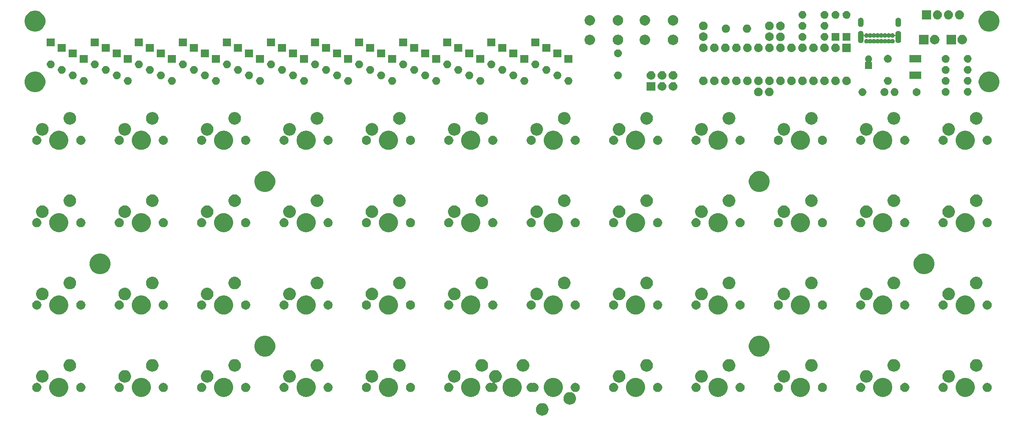
<source format=gbs>
G04 #@! TF.GenerationSoftware,KiCad,Pcbnew,(5.1.2)-1*
G04 #@! TF.CreationDate,2020-04-25T00:26:24-05:00*
G04 #@! TF.ProjectId,plaid,706c6169-642e-46b6-9963-61645f706362,rev?*
G04 #@! TF.SameCoordinates,PX2faf080PY2faf080*
G04 #@! TF.FileFunction,Soldermask,Bot*
G04 #@! TF.FilePolarity,Negative*
%FSLAX46Y46*%
G04 Gerber Fmt 4.6, Leading zero omitted, Abs format (unit mm)*
G04 Created by KiCad (PCBNEW (5.1.2)-1) date 2020-04-25 00:26:24*
%MOMM*%
%LPD*%
G04 APERTURE LIST*
%ADD10C,0.100000*%
G04 APERTURE END LIST*
D10*
G36*
X121214867Y-92152289D02*
G01*
X121382952Y-92185723D01*
X121562292Y-92260009D01*
X121646833Y-92295027D01*
X121884321Y-92453711D01*
X122086289Y-92655679D01*
X122244973Y-92893167D01*
X122279991Y-92977708D01*
X122354277Y-93157048D01*
X122410000Y-93437189D01*
X122410000Y-93722811D01*
X122354277Y-94002952D01*
X122279991Y-94182292D01*
X122244973Y-94266833D01*
X122086289Y-94504321D01*
X121884321Y-94706289D01*
X121646833Y-94864973D01*
X121562292Y-94899991D01*
X121382952Y-94974277D01*
X121214867Y-95007711D01*
X121102813Y-95030000D01*
X120817187Y-95030000D01*
X120705133Y-95007711D01*
X120537048Y-94974277D01*
X120357708Y-94899991D01*
X120273167Y-94864973D01*
X120035679Y-94706289D01*
X119833711Y-94504321D01*
X119675027Y-94266833D01*
X119640009Y-94182292D01*
X119565723Y-94002952D01*
X119510000Y-93722811D01*
X119510000Y-93437189D01*
X119565723Y-93157048D01*
X119640009Y-92977708D01*
X119675027Y-92893167D01*
X119833711Y-92655679D01*
X120035679Y-92453711D01*
X120273167Y-92295027D01*
X120357708Y-92260009D01*
X120537048Y-92185723D01*
X120705133Y-92152289D01*
X120817187Y-92130000D01*
X121102813Y-92130000D01*
X121214867Y-92152289D01*
X121214867Y-92152289D01*
G37*
G36*
X127564867Y-89612289D02*
G01*
X127732952Y-89645723D01*
X127912292Y-89720009D01*
X127996833Y-89755027D01*
X127996834Y-89755028D01*
X128217419Y-89902417D01*
X128234321Y-89913711D01*
X128436289Y-90115679D01*
X128594973Y-90353167D01*
X128629991Y-90437708D01*
X128704277Y-90617048D01*
X128760000Y-90897189D01*
X128760000Y-91182811D01*
X128704277Y-91462952D01*
X128629991Y-91642292D01*
X128594973Y-91726833D01*
X128436289Y-91964321D01*
X128234321Y-92166289D01*
X127996833Y-92324973D01*
X127912292Y-92359991D01*
X127732952Y-92434277D01*
X127564867Y-92467711D01*
X127452813Y-92490000D01*
X127167187Y-92490000D01*
X127055133Y-92467711D01*
X126887048Y-92434277D01*
X126707708Y-92359991D01*
X126623167Y-92324973D01*
X126385679Y-92166289D01*
X126183711Y-91964321D01*
X126025027Y-91726833D01*
X125990009Y-91642292D01*
X125915723Y-91462952D01*
X125860000Y-91182811D01*
X125860000Y-90897189D01*
X125915723Y-90617048D01*
X125990009Y-90437708D01*
X126025027Y-90353167D01*
X126183711Y-90115679D01*
X126385679Y-89913711D01*
X126402582Y-89902417D01*
X126623166Y-89755028D01*
X126623167Y-89755027D01*
X126707708Y-89720009D01*
X126887048Y-89645723D01*
X127055133Y-89612289D01*
X127167187Y-89590000D01*
X127452813Y-89590000D01*
X127564867Y-89612289D01*
X127564867Y-89612289D01*
G37*
G36*
X47886695Y-86333818D02*
G01*
X48141719Y-86384545D01*
X48413821Y-86497254D01*
X48542091Y-86550385D01*
X48902418Y-86791148D01*
X49208852Y-87097582D01*
X49449615Y-87457909D01*
X49455340Y-87471731D01*
X49615455Y-87858281D01*
X49700000Y-88283321D01*
X49700000Y-88716679D01*
X49615455Y-89141719D01*
X49543436Y-89315587D01*
X49449615Y-89542091D01*
X49208852Y-89902418D01*
X48902418Y-90208852D01*
X48542091Y-90449615D01*
X48413821Y-90502746D01*
X48141719Y-90615455D01*
X47886695Y-90666182D01*
X47716681Y-90700000D01*
X47283319Y-90700000D01*
X47113305Y-90666182D01*
X46858281Y-90615455D01*
X46586179Y-90502746D01*
X46457909Y-90449615D01*
X46097582Y-90208852D01*
X45791148Y-89902418D01*
X45550385Y-89542091D01*
X45456564Y-89315587D01*
X45384545Y-89141719D01*
X45300000Y-88716679D01*
X45300000Y-88283321D01*
X45384545Y-87858281D01*
X45544660Y-87471731D01*
X45550385Y-87457909D01*
X45791148Y-87097582D01*
X46097582Y-86791148D01*
X46457909Y-86550385D01*
X46586179Y-86497254D01*
X46858281Y-86384545D01*
X47113305Y-86333818D01*
X47283319Y-86300000D01*
X47716681Y-86300000D01*
X47886695Y-86333818D01*
X47886695Y-86333818D01*
G37*
G36*
X28886695Y-86333818D02*
G01*
X29141719Y-86384545D01*
X29413821Y-86497254D01*
X29542091Y-86550385D01*
X29902418Y-86791148D01*
X30208852Y-87097582D01*
X30449615Y-87457909D01*
X30455340Y-87471731D01*
X30615455Y-87858281D01*
X30700000Y-88283321D01*
X30700000Y-88716679D01*
X30615455Y-89141719D01*
X30543436Y-89315587D01*
X30449615Y-89542091D01*
X30208852Y-89902418D01*
X29902418Y-90208852D01*
X29542091Y-90449615D01*
X29413821Y-90502746D01*
X29141719Y-90615455D01*
X28886695Y-90666182D01*
X28716681Y-90700000D01*
X28283319Y-90700000D01*
X28113305Y-90666182D01*
X27858281Y-90615455D01*
X27586179Y-90502746D01*
X27457909Y-90449615D01*
X27097582Y-90208852D01*
X26791148Y-89902418D01*
X26550385Y-89542091D01*
X26456564Y-89315587D01*
X26384545Y-89141719D01*
X26300000Y-88716679D01*
X26300000Y-88283321D01*
X26384545Y-87858281D01*
X26544660Y-87471731D01*
X26550385Y-87457909D01*
X26791148Y-87097582D01*
X27097582Y-86791148D01*
X27457909Y-86550385D01*
X27586179Y-86497254D01*
X27858281Y-86384545D01*
X28113305Y-86333818D01*
X28283319Y-86300000D01*
X28716681Y-86300000D01*
X28886695Y-86333818D01*
X28886695Y-86333818D01*
G37*
G36*
X9886695Y-86333818D02*
G01*
X10141719Y-86384545D01*
X10413821Y-86497254D01*
X10542091Y-86550385D01*
X10902418Y-86791148D01*
X11208852Y-87097582D01*
X11449615Y-87457909D01*
X11455340Y-87471731D01*
X11615455Y-87858281D01*
X11700000Y-88283321D01*
X11700000Y-88716679D01*
X11615455Y-89141719D01*
X11543436Y-89315587D01*
X11449615Y-89542091D01*
X11208852Y-89902418D01*
X10902418Y-90208852D01*
X10542091Y-90449615D01*
X10413821Y-90502746D01*
X10141719Y-90615455D01*
X9886695Y-90666182D01*
X9716681Y-90700000D01*
X9283319Y-90700000D01*
X9113305Y-90666182D01*
X8858281Y-90615455D01*
X8586179Y-90502746D01*
X8457909Y-90449615D01*
X8097582Y-90208852D01*
X7791148Y-89902418D01*
X7550385Y-89542091D01*
X7456564Y-89315587D01*
X7384545Y-89141719D01*
X7300000Y-88716679D01*
X7300000Y-88283321D01*
X7384545Y-87858281D01*
X7544660Y-87471731D01*
X7550385Y-87457909D01*
X7791148Y-87097582D01*
X8097582Y-86791148D01*
X8457909Y-86550385D01*
X8586179Y-86497254D01*
X8858281Y-86384545D01*
X9113305Y-86333818D01*
X9283319Y-86300000D01*
X9716681Y-86300000D01*
X9886695Y-86333818D01*
X9886695Y-86333818D01*
G37*
G36*
X85886695Y-86333818D02*
G01*
X86141719Y-86384545D01*
X86413821Y-86497254D01*
X86542091Y-86550385D01*
X86902418Y-86791148D01*
X87208852Y-87097582D01*
X87449615Y-87457909D01*
X87455340Y-87471731D01*
X87615455Y-87858281D01*
X87700000Y-88283321D01*
X87700000Y-88716679D01*
X87615455Y-89141719D01*
X87543436Y-89315587D01*
X87449615Y-89542091D01*
X87208852Y-89902418D01*
X86902418Y-90208852D01*
X86542091Y-90449615D01*
X86413821Y-90502746D01*
X86141719Y-90615455D01*
X85886695Y-90666182D01*
X85716681Y-90700000D01*
X85283319Y-90700000D01*
X85113305Y-90666182D01*
X84858281Y-90615455D01*
X84586179Y-90502746D01*
X84457909Y-90449615D01*
X84097582Y-90208852D01*
X83791148Y-89902418D01*
X83550385Y-89542091D01*
X83456564Y-89315587D01*
X83384545Y-89141719D01*
X83300000Y-88716679D01*
X83300000Y-88283321D01*
X83384545Y-87858281D01*
X83544660Y-87471731D01*
X83550385Y-87457909D01*
X83791148Y-87097582D01*
X84097582Y-86791148D01*
X84457909Y-86550385D01*
X84586179Y-86497254D01*
X84858281Y-86384545D01*
X85113305Y-86333818D01*
X85283319Y-86300000D01*
X85716681Y-86300000D01*
X85886695Y-86333818D01*
X85886695Y-86333818D01*
G37*
G36*
X104886695Y-86333818D02*
G01*
X105141719Y-86384545D01*
X105413821Y-86497254D01*
X105542091Y-86550385D01*
X105902418Y-86791148D01*
X106208852Y-87097582D01*
X106449615Y-87457909D01*
X106455340Y-87471731D01*
X106615455Y-87858281D01*
X106700000Y-88283321D01*
X106700000Y-88716679D01*
X106615455Y-89141719D01*
X106543436Y-89315587D01*
X106449615Y-89542091D01*
X106208852Y-89902418D01*
X105902418Y-90208852D01*
X105542091Y-90449615D01*
X105413821Y-90502746D01*
X105141719Y-90615455D01*
X104886695Y-90666182D01*
X104716681Y-90700000D01*
X104283319Y-90700000D01*
X104113305Y-90666182D01*
X103858281Y-90615455D01*
X103586179Y-90502746D01*
X103457909Y-90449615D01*
X103097582Y-90208852D01*
X102791148Y-89902418D01*
X102550385Y-89542091D01*
X102456564Y-89315587D01*
X102384545Y-89141719D01*
X102300000Y-88716679D01*
X102300000Y-88283321D01*
X102384545Y-87858281D01*
X102544660Y-87471731D01*
X102550385Y-87457909D01*
X102791148Y-87097582D01*
X103097582Y-86791148D01*
X103457909Y-86550385D01*
X103586179Y-86497254D01*
X103858281Y-86384545D01*
X104113305Y-86333818D01*
X104283319Y-86300000D01*
X104716681Y-86300000D01*
X104886695Y-86333818D01*
X104886695Y-86333818D01*
G37*
G36*
X123886695Y-86333818D02*
G01*
X124141719Y-86384545D01*
X124413821Y-86497254D01*
X124542091Y-86550385D01*
X124902418Y-86791148D01*
X125208852Y-87097582D01*
X125449615Y-87457909D01*
X125455340Y-87471731D01*
X125615455Y-87858281D01*
X125700000Y-88283321D01*
X125700000Y-88716679D01*
X125615455Y-89141719D01*
X125543436Y-89315587D01*
X125449615Y-89542091D01*
X125208852Y-89902418D01*
X124902418Y-90208852D01*
X124542091Y-90449615D01*
X124413821Y-90502746D01*
X124141719Y-90615455D01*
X123886695Y-90666182D01*
X123716681Y-90700000D01*
X123283319Y-90700000D01*
X123113305Y-90666182D01*
X122858281Y-90615455D01*
X122586179Y-90502746D01*
X122457909Y-90449615D01*
X122097582Y-90208852D01*
X121791148Y-89902418D01*
X121550385Y-89542091D01*
X121456564Y-89315587D01*
X121384545Y-89141719D01*
X121300000Y-88716679D01*
X121300000Y-88283321D01*
X121384545Y-87858281D01*
X121544660Y-87471731D01*
X121550385Y-87457909D01*
X121791148Y-87097582D01*
X122097582Y-86791148D01*
X122457909Y-86550385D01*
X122586179Y-86497254D01*
X122858281Y-86384545D01*
X123113305Y-86333818D01*
X123283319Y-86300000D01*
X123716681Y-86300000D01*
X123886695Y-86333818D01*
X123886695Y-86333818D01*
G37*
G36*
X180886695Y-86333818D02*
G01*
X181141719Y-86384545D01*
X181413821Y-86497254D01*
X181542091Y-86550385D01*
X181902418Y-86791148D01*
X182208852Y-87097582D01*
X182449615Y-87457909D01*
X182455340Y-87471731D01*
X182615455Y-87858281D01*
X182700000Y-88283321D01*
X182700000Y-88716679D01*
X182615455Y-89141719D01*
X182543436Y-89315587D01*
X182449615Y-89542091D01*
X182208852Y-89902418D01*
X181902418Y-90208852D01*
X181542091Y-90449615D01*
X181413821Y-90502746D01*
X181141719Y-90615455D01*
X180886695Y-90666182D01*
X180716681Y-90700000D01*
X180283319Y-90700000D01*
X180113305Y-90666182D01*
X179858281Y-90615455D01*
X179586179Y-90502746D01*
X179457909Y-90449615D01*
X179097582Y-90208852D01*
X178791148Y-89902418D01*
X178550385Y-89542091D01*
X178456564Y-89315587D01*
X178384545Y-89141719D01*
X178300000Y-88716679D01*
X178300000Y-88283321D01*
X178384545Y-87858281D01*
X178544660Y-87471731D01*
X178550385Y-87457909D01*
X178791148Y-87097582D01*
X179097582Y-86791148D01*
X179457909Y-86550385D01*
X179586179Y-86497254D01*
X179858281Y-86384545D01*
X180113305Y-86333818D01*
X180283319Y-86300000D01*
X180716681Y-86300000D01*
X180886695Y-86333818D01*
X180886695Y-86333818D01*
G37*
G36*
X66886695Y-86333818D02*
G01*
X67141719Y-86384545D01*
X67413821Y-86497254D01*
X67542091Y-86550385D01*
X67902418Y-86791148D01*
X68208852Y-87097582D01*
X68449615Y-87457909D01*
X68455340Y-87471731D01*
X68615455Y-87858281D01*
X68700000Y-88283321D01*
X68700000Y-88716679D01*
X68615455Y-89141719D01*
X68543436Y-89315587D01*
X68449615Y-89542091D01*
X68208852Y-89902418D01*
X67902418Y-90208852D01*
X67542091Y-90449615D01*
X67413821Y-90502746D01*
X67141719Y-90615455D01*
X66886695Y-90666182D01*
X66716681Y-90700000D01*
X66283319Y-90700000D01*
X66113305Y-90666182D01*
X65858281Y-90615455D01*
X65586179Y-90502746D01*
X65457909Y-90449615D01*
X65097582Y-90208852D01*
X64791148Y-89902418D01*
X64550385Y-89542091D01*
X64456564Y-89315587D01*
X64384545Y-89141719D01*
X64300000Y-88716679D01*
X64300000Y-88283321D01*
X64384545Y-87858281D01*
X64544660Y-87471731D01*
X64550385Y-87457909D01*
X64791148Y-87097582D01*
X65097582Y-86791148D01*
X65457909Y-86550385D01*
X65586179Y-86497254D01*
X65858281Y-86384545D01*
X66113305Y-86333818D01*
X66283319Y-86300000D01*
X66716681Y-86300000D01*
X66886695Y-86333818D01*
X66886695Y-86333818D01*
G37*
G36*
X199886695Y-86333818D02*
G01*
X200141719Y-86384545D01*
X200413821Y-86497254D01*
X200542091Y-86550385D01*
X200902418Y-86791148D01*
X201208852Y-87097582D01*
X201449615Y-87457909D01*
X201455340Y-87471731D01*
X201615455Y-87858281D01*
X201700000Y-88283321D01*
X201700000Y-88716679D01*
X201615455Y-89141719D01*
X201543436Y-89315587D01*
X201449615Y-89542091D01*
X201208852Y-89902418D01*
X200902418Y-90208852D01*
X200542091Y-90449615D01*
X200413821Y-90502746D01*
X200141719Y-90615455D01*
X199886695Y-90666182D01*
X199716681Y-90700000D01*
X199283319Y-90700000D01*
X199113305Y-90666182D01*
X198858281Y-90615455D01*
X198586179Y-90502746D01*
X198457909Y-90449615D01*
X198097582Y-90208852D01*
X197791148Y-89902418D01*
X197550385Y-89542091D01*
X197456564Y-89315587D01*
X197384545Y-89141719D01*
X197300000Y-88716679D01*
X197300000Y-88283321D01*
X197384545Y-87858281D01*
X197544660Y-87471731D01*
X197550385Y-87457909D01*
X197791148Y-87097582D01*
X198097582Y-86791148D01*
X198457909Y-86550385D01*
X198586179Y-86497254D01*
X198858281Y-86384545D01*
X199113305Y-86333818D01*
X199283319Y-86300000D01*
X199716681Y-86300000D01*
X199886695Y-86333818D01*
X199886695Y-86333818D01*
G37*
G36*
X218886695Y-86333818D02*
G01*
X219141719Y-86384545D01*
X219413821Y-86497254D01*
X219542091Y-86550385D01*
X219902418Y-86791148D01*
X220208852Y-87097582D01*
X220449615Y-87457909D01*
X220455340Y-87471731D01*
X220615455Y-87858281D01*
X220700000Y-88283321D01*
X220700000Y-88716679D01*
X220615455Y-89141719D01*
X220543436Y-89315587D01*
X220449615Y-89542091D01*
X220208852Y-89902418D01*
X219902418Y-90208852D01*
X219542091Y-90449615D01*
X219413821Y-90502746D01*
X219141719Y-90615455D01*
X218886695Y-90666182D01*
X218716681Y-90700000D01*
X218283319Y-90700000D01*
X218113305Y-90666182D01*
X217858281Y-90615455D01*
X217586179Y-90502746D01*
X217457909Y-90449615D01*
X217097582Y-90208852D01*
X216791148Y-89902418D01*
X216550385Y-89542091D01*
X216456564Y-89315587D01*
X216384545Y-89141719D01*
X216300000Y-88716679D01*
X216300000Y-88283321D01*
X216384545Y-87858281D01*
X216544660Y-87471731D01*
X216550385Y-87457909D01*
X216791148Y-87097582D01*
X217097582Y-86791148D01*
X217457909Y-86550385D01*
X217586179Y-86497254D01*
X217858281Y-86384545D01*
X218113305Y-86333818D01*
X218283319Y-86300000D01*
X218716681Y-86300000D01*
X218886695Y-86333818D01*
X218886695Y-86333818D01*
G37*
G36*
X114386695Y-86333818D02*
G01*
X114641719Y-86384545D01*
X114913821Y-86497254D01*
X115042091Y-86550385D01*
X115402418Y-86791148D01*
X115708852Y-87097582D01*
X115949615Y-87457909D01*
X115955340Y-87471731D01*
X116115455Y-87858281D01*
X116200000Y-88283321D01*
X116200000Y-88716679D01*
X116115455Y-89141719D01*
X116043436Y-89315587D01*
X115949615Y-89542091D01*
X115708852Y-89902418D01*
X115402418Y-90208852D01*
X115042091Y-90449615D01*
X114913821Y-90502746D01*
X114641719Y-90615455D01*
X114386695Y-90666182D01*
X114216681Y-90700000D01*
X113783319Y-90700000D01*
X113613305Y-90666182D01*
X113358281Y-90615455D01*
X113086179Y-90502746D01*
X112957909Y-90449615D01*
X112597582Y-90208852D01*
X112291148Y-89902418D01*
X112050385Y-89542091D01*
X111956564Y-89315587D01*
X111884545Y-89141719D01*
X111800000Y-88716679D01*
X111800000Y-88283321D01*
X111884545Y-87858281D01*
X112044660Y-87471731D01*
X112050385Y-87457909D01*
X112291148Y-87097582D01*
X112597582Y-86791148D01*
X112957909Y-86550385D01*
X113086179Y-86497254D01*
X113358281Y-86384545D01*
X113613305Y-86333818D01*
X113783319Y-86300000D01*
X114216681Y-86300000D01*
X114386695Y-86333818D01*
X114386695Y-86333818D01*
G37*
G36*
X142886695Y-86333818D02*
G01*
X143141719Y-86384545D01*
X143413821Y-86497254D01*
X143542091Y-86550385D01*
X143902418Y-86791148D01*
X144208852Y-87097582D01*
X144449615Y-87457909D01*
X144455340Y-87471731D01*
X144615455Y-87858281D01*
X144700000Y-88283321D01*
X144700000Y-88716679D01*
X144615455Y-89141719D01*
X144543436Y-89315587D01*
X144449615Y-89542091D01*
X144208852Y-89902418D01*
X143902418Y-90208852D01*
X143542091Y-90449615D01*
X143413821Y-90502746D01*
X143141719Y-90615455D01*
X142886695Y-90666182D01*
X142716681Y-90700000D01*
X142283319Y-90700000D01*
X142113305Y-90666182D01*
X141858281Y-90615455D01*
X141586179Y-90502746D01*
X141457909Y-90449615D01*
X141097582Y-90208852D01*
X140791148Y-89902418D01*
X140550385Y-89542091D01*
X140456564Y-89315587D01*
X140384545Y-89141719D01*
X140300000Y-88716679D01*
X140300000Y-88283321D01*
X140384545Y-87858281D01*
X140544660Y-87471731D01*
X140550385Y-87457909D01*
X140791148Y-87097582D01*
X141097582Y-86791148D01*
X141457909Y-86550385D01*
X141586179Y-86497254D01*
X141858281Y-86384545D01*
X142113305Y-86333818D01*
X142283319Y-86300000D01*
X142716681Y-86300000D01*
X142886695Y-86333818D01*
X142886695Y-86333818D01*
G37*
G36*
X161886695Y-86333818D02*
G01*
X162141719Y-86384545D01*
X162413821Y-86497254D01*
X162542091Y-86550385D01*
X162902418Y-86791148D01*
X163208852Y-87097582D01*
X163449615Y-87457909D01*
X163455340Y-87471731D01*
X163615455Y-87858281D01*
X163700000Y-88283321D01*
X163700000Y-88716679D01*
X163615455Y-89141719D01*
X163543436Y-89315587D01*
X163449615Y-89542091D01*
X163208852Y-89902418D01*
X162902418Y-90208852D01*
X162542091Y-90449615D01*
X162413821Y-90502746D01*
X162141719Y-90615455D01*
X161886695Y-90666182D01*
X161716681Y-90700000D01*
X161283319Y-90700000D01*
X161113305Y-90666182D01*
X160858281Y-90615455D01*
X160586179Y-90502746D01*
X160457909Y-90449615D01*
X160097582Y-90208852D01*
X159791148Y-89902418D01*
X159550385Y-89542091D01*
X159456564Y-89315587D01*
X159384545Y-89141719D01*
X159300000Y-88716679D01*
X159300000Y-88283321D01*
X159384545Y-87858281D01*
X159544660Y-87471731D01*
X159550385Y-87457909D01*
X159791148Y-87097582D01*
X160097582Y-86791148D01*
X160457909Y-86550385D01*
X160586179Y-86497254D01*
X160858281Y-86384545D01*
X161113305Y-86333818D01*
X161283319Y-86300000D01*
X161716681Y-86300000D01*
X161886695Y-86333818D01*
X161886695Y-86333818D01*
G37*
G36*
X23726274Y-87490350D02*
G01*
X23917362Y-87569502D01*
X24089336Y-87684411D01*
X24235589Y-87830664D01*
X24350498Y-88002638D01*
X24429650Y-88193726D01*
X24470000Y-88396584D01*
X24470000Y-88603416D01*
X24429650Y-88806274D01*
X24350498Y-88997362D01*
X24235589Y-89169336D01*
X24089336Y-89315589D01*
X23917362Y-89430498D01*
X23726274Y-89509650D01*
X23523416Y-89550000D01*
X23316584Y-89550000D01*
X23113726Y-89509650D01*
X22922638Y-89430498D01*
X22750664Y-89315589D01*
X22604411Y-89169336D01*
X22489502Y-88997362D01*
X22410350Y-88806274D01*
X22370000Y-88603416D01*
X22370000Y-88396584D01*
X22410350Y-88193726D01*
X22489502Y-88002638D01*
X22604411Y-87830664D01*
X22750664Y-87684411D01*
X22922638Y-87569502D01*
X23113726Y-87490350D01*
X23316584Y-87450000D01*
X23523416Y-87450000D01*
X23726274Y-87490350D01*
X23726274Y-87490350D01*
G37*
G36*
X156726274Y-87490350D02*
G01*
X156917362Y-87569502D01*
X157089336Y-87684411D01*
X157235589Y-87830664D01*
X157350498Y-88002638D01*
X157429650Y-88193726D01*
X157470000Y-88396584D01*
X157470000Y-88603416D01*
X157429650Y-88806274D01*
X157350498Y-88997362D01*
X157235589Y-89169336D01*
X157089336Y-89315589D01*
X156917362Y-89430498D01*
X156726274Y-89509650D01*
X156523416Y-89550000D01*
X156316584Y-89550000D01*
X156113726Y-89509650D01*
X155922638Y-89430498D01*
X155750664Y-89315589D01*
X155604411Y-89169336D01*
X155489502Y-88997362D01*
X155410350Y-88806274D01*
X155370000Y-88603416D01*
X155370000Y-88396584D01*
X155410350Y-88193726D01*
X155489502Y-88002638D01*
X155604411Y-87830664D01*
X155750664Y-87684411D01*
X155922638Y-87569502D01*
X156113726Y-87490350D01*
X156316584Y-87450000D01*
X156523416Y-87450000D01*
X156726274Y-87490350D01*
X156726274Y-87490350D01*
G37*
G36*
X147886274Y-87490350D02*
G01*
X148077362Y-87569502D01*
X148249336Y-87684411D01*
X148395589Y-87830664D01*
X148510498Y-88002638D01*
X148589650Y-88193726D01*
X148630000Y-88396584D01*
X148630000Y-88603416D01*
X148589650Y-88806274D01*
X148510498Y-88997362D01*
X148395589Y-89169336D01*
X148249336Y-89315589D01*
X148077362Y-89430498D01*
X147886274Y-89509650D01*
X147683416Y-89550000D01*
X147476584Y-89550000D01*
X147273726Y-89509650D01*
X147082638Y-89430498D01*
X146910664Y-89315589D01*
X146764411Y-89169336D01*
X146649502Y-88997362D01*
X146570350Y-88806274D01*
X146530000Y-88603416D01*
X146530000Y-88396584D01*
X146570350Y-88193726D01*
X146649502Y-88002638D01*
X146764411Y-87830664D01*
X146910664Y-87684411D01*
X147082638Y-87569502D01*
X147273726Y-87490350D01*
X147476584Y-87450000D01*
X147683416Y-87450000D01*
X147886274Y-87490350D01*
X147886274Y-87490350D01*
G37*
G36*
X137726274Y-87490350D02*
G01*
X137917362Y-87569502D01*
X138089336Y-87684411D01*
X138235589Y-87830664D01*
X138350498Y-88002638D01*
X138429650Y-88193726D01*
X138470000Y-88396584D01*
X138470000Y-88603416D01*
X138429650Y-88806274D01*
X138350498Y-88997362D01*
X138235589Y-89169336D01*
X138089336Y-89315589D01*
X137917362Y-89430498D01*
X137726274Y-89509650D01*
X137523416Y-89550000D01*
X137316584Y-89550000D01*
X137113726Y-89509650D01*
X136922638Y-89430498D01*
X136750664Y-89315589D01*
X136604411Y-89169336D01*
X136489502Y-88997362D01*
X136410350Y-88806274D01*
X136370000Y-88603416D01*
X136370000Y-88396584D01*
X136410350Y-88193726D01*
X136489502Y-88002638D01*
X136604411Y-87830664D01*
X136750664Y-87684411D01*
X136922638Y-87569502D01*
X137113726Y-87490350D01*
X137316584Y-87450000D01*
X137523416Y-87450000D01*
X137726274Y-87490350D01*
X137726274Y-87490350D01*
G37*
G36*
X128886274Y-87490350D02*
G01*
X129077362Y-87569502D01*
X129249336Y-87684411D01*
X129395589Y-87830664D01*
X129510498Y-88002638D01*
X129589650Y-88193726D01*
X129630000Y-88396584D01*
X129630000Y-88603416D01*
X129589650Y-88806274D01*
X129510498Y-88997362D01*
X129395589Y-89169336D01*
X129249336Y-89315589D01*
X129077362Y-89430498D01*
X128886274Y-89509650D01*
X128683416Y-89550000D01*
X128476584Y-89550000D01*
X128273726Y-89509650D01*
X128082638Y-89430498D01*
X127910664Y-89315589D01*
X127764411Y-89169336D01*
X127649502Y-88997362D01*
X127570350Y-88806274D01*
X127530000Y-88603416D01*
X127530000Y-88396584D01*
X127570350Y-88193726D01*
X127649502Y-88002638D01*
X127764411Y-87830664D01*
X127910664Y-87684411D01*
X128082638Y-87569502D01*
X128273726Y-87490350D01*
X128476584Y-87450000D01*
X128683416Y-87450000D01*
X128886274Y-87490350D01*
X128886274Y-87490350D01*
G37*
G36*
X52886274Y-87490350D02*
G01*
X53077362Y-87569502D01*
X53249336Y-87684411D01*
X53395589Y-87830664D01*
X53510498Y-88002638D01*
X53589650Y-88193726D01*
X53630000Y-88396584D01*
X53630000Y-88603416D01*
X53589650Y-88806274D01*
X53510498Y-88997362D01*
X53395589Y-89169336D01*
X53249336Y-89315589D01*
X53077362Y-89430498D01*
X52886274Y-89509650D01*
X52683416Y-89550000D01*
X52476584Y-89550000D01*
X52273726Y-89509650D01*
X52082638Y-89430498D01*
X51910664Y-89315589D01*
X51764411Y-89169336D01*
X51649502Y-88997362D01*
X51570350Y-88806274D01*
X51530000Y-88603416D01*
X51530000Y-88396584D01*
X51570350Y-88193726D01*
X51649502Y-88002638D01*
X51764411Y-87830664D01*
X51910664Y-87684411D01*
X52082638Y-87569502D01*
X52273726Y-87490350D01*
X52476584Y-87450000D01*
X52683416Y-87450000D01*
X52886274Y-87490350D01*
X52886274Y-87490350D01*
G37*
G36*
X99726274Y-87490350D02*
G01*
X99917362Y-87569502D01*
X100089336Y-87684411D01*
X100235589Y-87830664D01*
X100350498Y-88002638D01*
X100429650Y-88193726D01*
X100470000Y-88396584D01*
X100470000Y-88603416D01*
X100429650Y-88806274D01*
X100350498Y-88997362D01*
X100235589Y-89169336D01*
X100089336Y-89315589D01*
X99917362Y-89430498D01*
X99726274Y-89509650D01*
X99523416Y-89550000D01*
X99316584Y-89550000D01*
X99113726Y-89509650D01*
X98922638Y-89430498D01*
X98750664Y-89315589D01*
X98604411Y-89169336D01*
X98489502Y-88997362D01*
X98410350Y-88806274D01*
X98370000Y-88603416D01*
X98370000Y-88396584D01*
X98410350Y-88193726D01*
X98489502Y-88002638D01*
X98604411Y-87830664D01*
X98750664Y-87684411D01*
X98922638Y-87569502D01*
X99113726Y-87490350D01*
X99316584Y-87450000D01*
X99523416Y-87450000D01*
X99726274Y-87490350D01*
X99726274Y-87490350D01*
G37*
G36*
X42726274Y-87490350D02*
G01*
X42917362Y-87569502D01*
X43089336Y-87684411D01*
X43235589Y-87830664D01*
X43350498Y-88002638D01*
X43429650Y-88193726D01*
X43470000Y-88396584D01*
X43470000Y-88603416D01*
X43429650Y-88806274D01*
X43350498Y-88997362D01*
X43235589Y-89169336D01*
X43089336Y-89315589D01*
X42917362Y-89430498D01*
X42726274Y-89509650D01*
X42523416Y-89550000D01*
X42316584Y-89550000D01*
X42113726Y-89509650D01*
X41922638Y-89430498D01*
X41750664Y-89315589D01*
X41604411Y-89169336D01*
X41489502Y-88997362D01*
X41410350Y-88806274D01*
X41370000Y-88603416D01*
X41370000Y-88396584D01*
X41410350Y-88193726D01*
X41489502Y-88002638D01*
X41604411Y-87830664D01*
X41750664Y-87684411D01*
X41922638Y-87569502D01*
X42113726Y-87490350D01*
X42316584Y-87450000D01*
X42523416Y-87450000D01*
X42726274Y-87490350D01*
X42726274Y-87490350D01*
G37*
G36*
X90886274Y-87490350D02*
G01*
X91077362Y-87569502D01*
X91249336Y-87684411D01*
X91395589Y-87830664D01*
X91510498Y-88002638D01*
X91589650Y-88193726D01*
X91630000Y-88396584D01*
X91630000Y-88603416D01*
X91589650Y-88806274D01*
X91510498Y-88997362D01*
X91395589Y-89169336D01*
X91249336Y-89315589D01*
X91077362Y-89430498D01*
X90886274Y-89509650D01*
X90683416Y-89550000D01*
X90476584Y-89550000D01*
X90273726Y-89509650D01*
X90082638Y-89430498D01*
X89910664Y-89315589D01*
X89764411Y-89169336D01*
X89649502Y-88997362D01*
X89570350Y-88806274D01*
X89530000Y-88603416D01*
X89530000Y-88396584D01*
X89570350Y-88193726D01*
X89649502Y-88002638D01*
X89764411Y-87830664D01*
X89910664Y-87684411D01*
X90082638Y-87569502D01*
X90273726Y-87490350D01*
X90476584Y-87450000D01*
X90683416Y-87450000D01*
X90886274Y-87490350D01*
X90886274Y-87490350D01*
G37*
G36*
X80726274Y-87490350D02*
G01*
X80917362Y-87569502D01*
X81089336Y-87684411D01*
X81235589Y-87830664D01*
X81350498Y-88002638D01*
X81429650Y-88193726D01*
X81470000Y-88396584D01*
X81470000Y-88603416D01*
X81429650Y-88806274D01*
X81350498Y-88997362D01*
X81235589Y-89169336D01*
X81089336Y-89315589D01*
X80917362Y-89430498D01*
X80726274Y-89509650D01*
X80523416Y-89550000D01*
X80316584Y-89550000D01*
X80113726Y-89509650D01*
X79922638Y-89430498D01*
X79750664Y-89315589D01*
X79604411Y-89169336D01*
X79489502Y-88997362D01*
X79410350Y-88806274D01*
X79370000Y-88603416D01*
X79370000Y-88396584D01*
X79410350Y-88193726D01*
X79489502Y-88002638D01*
X79604411Y-87830664D01*
X79750664Y-87684411D01*
X79922638Y-87569502D01*
X80113726Y-87490350D01*
X80316584Y-87450000D01*
X80523416Y-87450000D01*
X80726274Y-87490350D01*
X80726274Y-87490350D01*
G37*
G36*
X33886274Y-87490350D02*
G01*
X34077362Y-87569502D01*
X34249336Y-87684411D01*
X34395589Y-87830664D01*
X34510498Y-88002638D01*
X34589650Y-88193726D01*
X34630000Y-88396584D01*
X34630000Y-88603416D01*
X34589650Y-88806274D01*
X34510498Y-88997362D01*
X34395589Y-89169336D01*
X34249336Y-89315589D01*
X34077362Y-89430498D01*
X33886274Y-89509650D01*
X33683416Y-89550000D01*
X33476584Y-89550000D01*
X33273726Y-89509650D01*
X33082638Y-89430498D01*
X32910664Y-89315589D01*
X32764411Y-89169336D01*
X32649502Y-88997362D01*
X32570350Y-88806274D01*
X32530000Y-88603416D01*
X32530000Y-88396584D01*
X32570350Y-88193726D01*
X32649502Y-88002638D01*
X32764411Y-87830664D01*
X32910664Y-87684411D01*
X33082638Y-87569502D01*
X33273726Y-87490350D01*
X33476584Y-87450000D01*
X33683416Y-87450000D01*
X33886274Y-87490350D01*
X33886274Y-87490350D01*
G37*
G36*
X4726274Y-87490350D02*
G01*
X4917362Y-87569502D01*
X5089336Y-87684411D01*
X5235589Y-87830664D01*
X5350498Y-88002638D01*
X5429650Y-88193726D01*
X5470000Y-88396584D01*
X5470000Y-88603416D01*
X5429650Y-88806274D01*
X5350498Y-88997362D01*
X5235589Y-89169336D01*
X5089336Y-89315589D01*
X4917362Y-89430498D01*
X4726274Y-89509650D01*
X4523416Y-89550000D01*
X4316584Y-89550000D01*
X4113726Y-89509650D01*
X3922638Y-89430498D01*
X3750664Y-89315589D01*
X3604411Y-89169336D01*
X3489502Y-88997362D01*
X3410350Y-88806274D01*
X3370000Y-88603416D01*
X3370000Y-88396584D01*
X3410350Y-88193726D01*
X3489502Y-88002638D01*
X3604411Y-87830664D01*
X3750664Y-87684411D01*
X3922638Y-87569502D01*
X4113726Y-87490350D01*
X4316584Y-87450000D01*
X4523416Y-87450000D01*
X4726274Y-87490350D01*
X4726274Y-87490350D01*
G37*
G36*
X14886274Y-87490350D02*
G01*
X15077362Y-87569502D01*
X15249336Y-87684411D01*
X15395589Y-87830664D01*
X15510498Y-88002638D01*
X15589650Y-88193726D01*
X15630000Y-88396584D01*
X15630000Y-88603416D01*
X15589650Y-88806274D01*
X15510498Y-88997362D01*
X15395589Y-89169336D01*
X15249336Y-89315589D01*
X15077362Y-89430498D01*
X14886274Y-89509650D01*
X14683416Y-89550000D01*
X14476584Y-89550000D01*
X14273726Y-89509650D01*
X14082638Y-89430498D01*
X13910664Y-89315589D01*
X13764411Y-89169336D01*
X13649502Y-88997362D01*
X13570350Y-88806274D01*
X13530000Y-88603416D01*
X13530000Y-88396584D01*
X13570350Y-88193726D01*
X13649502Y-88002638D01*
X13764411Y-87830664D01*
X13910664Y-87684411D01*
X14082638Y-87569502D01*
X14273726Y-87490350D01*
X14476584Y-87450000D01*
X14683416Y-87450000D01*
X14886274Y-87490350D01*
X14886274Y-87490350D01*
G37*
G36*
X166886274Y-87490350D02*
G01*
X167077362Y-87569502D01*
X167249336Y-87684411D01*
X167395589Y-87830664D01*
X167510498Y-88002638D01*
X167589650Y-88193726D01*
X167630000Y-88396584D01*
X167630000Y-88603416D01*
X167589650Y-88806274D01*
X167510498Y-88997362D01*
X167395589Y-89169336D01*
X167249336Y-89315589D01*
X167077362Y-89430498D01*
X166886274Y-89509650D01*
X166683416Y-89550000D01*
X166476584Y-89550000D01*
X166273726Y-89509650D01*
X166082638Y-89430498D01*
X165910664Y-89315589D01*
X165764411Y-89169336D01*
X165649502Y-88997362D01*
X165570350Y-88806274D01*
X165530000Y-88603416D01*
X165530000Y-88396584D01*
X165570350Y-88193726D01*
X165649502Y-88002638D01*
X165764411Y-87830664D01*
X165910664Y-87684411D01*
X166082638Y-87569502D01*
X166273726Y-87490350D01*
X166476584Y-87450000D01*
X166683416Y-87450000D01*
X166886274Y-87490350D01*
X166886274Y-87490350D01*
G37*
G36*
X71886274Y-87490350D02*
G01*
X72077362Y-87569502D01*
X72249336Y-87684411D01*
X72395589Y-87830664D01*
X72510498Y-88002638D01*
X72589650Y-88193726D01*
X72630000Y-88396584D01*
X72630000Y-88603416D01*
X72589650Y-88806274D01*
X72510498Y-88997362D01*
X72395589Y-89169336D01*
X72249336Y-89315589D01*
X72077362Y-89430498D01*
X71886274Y-89509650D01*
X71683416Y-89550000D01*
X71476584Y-89550000D01*
X71273726Y-89509650D01*
X71082638Y-89430498D01*
X70910664Y-89315589D01*
X70764411Y-89169336D01*
X70649502Y-88997362D01*
X70570350Y-88806274D01*
X70530000Y-88603416D01*
X70530000Y-88396584D01*
X70570350Y-88193726D01*
X70649502Y-88002638D01*
X70764411Y-87830664D01*
X70910664Y-87684411D01*
X71082638Y-87569502D01*
X71273726Y-87490350D01*
X71476584Y-87450000D01*
X71683416Y-87450000D01*
X71886274Y-87490350D01*
X71886274Y-87490350D01*
G37*
G36*
X118574762Y-87460213D02*
G01*
X118726274Y-87490350D01*
X118726279Y-87490352D01*
X118730491Y-87491190D01*
X118750000Y-87493112D01*
X118769509Y-87491190D01*
X118773721Y-87490352D01*
X118773726Y-87490350D01*
X118925238Y-87460213D01*
X118976582Y-87450000D01*
X119183416Y-87450000D01*
X119386274Y-87490350D01*
X119577362Y-87569502D01*
X119749336Y-87684411D01*
X119895589Y-87830664D01*
X120010498Y-88002638D01*
X120089650Y-88193726D01*
X120130000Y-88396584D01*
X120130000Y-88603416D01*
X120089650Y-88806274D01*
X120010498Y-88997362D01*
X119895589Y-89169336D01*
X119749336Y-89315589D01*
X119577362Y-89430498D01*
X119386274Y-89509650D01*
X119183416Y-89550000D01*
X118976582Y-89550000D01*
X118925238Y-89539787D01*
X118773726Y-89509650D01*
X118773721Y-89509648D01*
X118769509Y-89508810D01*
X118750000Y-89506888D01*
X118730491Y-89508810D01*
X118726279Y-89509648D01*
X118726274Y-89509650D01*
X118574762Y-89539787D01*
X118523418Y-89550000D01*
X118316584Y-89550000D01*
X118113726Y-89509650D01*
X117922638Y-89430498D01*
X117750664Y-89315589D01*
X117604411Y-89169336D01*
X117489502Y-88997362D01*
X117410350Y-88806274D01*
X117370000Y-88603416D01*
X117370000Y-88396584D01*
X117410350Y-88193726D01*
X117489502Y-88002638D01*
X117604411Y-87830664D01*
X117750664Y-87684411D01*
X117922638Y-87569502D01*
X118113726Y-87490350D01*
X118316584Y-87450000D01*
X118523418Y-87450000D01*
X118574762Y-87460213D01*
X118574762Y-87460213D01*
G37*
G36*
X223886274Y-87490350D02*
G01*
X224077362Y-87569502D01*
X224249336Y-87684411D01*
X224395589Y-87830664D01*
X224510498Y-88002638D01*
X224589650Y-88193726D01*
X224630000Y-88396584D01*
X224630000Y-88603416D01*
X224589650Y-88806274D01*
X224510498Y-88997362D01*
X224395589Y-89169336D01*
X224249336Y-89315589D01*
X224077362Y-89430498D01*
X223886274Y-89509650D01*
X223683416Y-89550000D01*
X223476584Y-89550000D01*
X223273726Y-89509650D01*
X223082638Y-89430498D01*
X222910664Y-89315589D01*
X222764411Y-89169336D01*
X222649502Y-88997362D01*
X222570350Y-88806274D01*
X222530000Y-88603416D01*
X222530000Y-88396584D01*
X222570350Y-88193726D01*
X222649502Y-88002638D01*
X222764411Y-87830664D01*
X222910664Y-87684411D01*
X223082638Y-87569502D01*
X223273726Y-87490350D01*
X223476584Y-87450000D01*
X223683416Y-87450000D01*
X223886274Y-87490350D01*
X223886274Y-87490350D01*
G37*
G36*
X213726274Y-87490350D02*
G01*
X213917362Y-87569502D01*
X214089336Y-87684411D01*
X214235589Y-87830664D01*
X214350498Y-88002638D01*
X214429650Y-88193726D01*
X214470000Y-88396584D01*
X214470000Y-88603416D01*
X214429650Y-88806274D01*
X214350498Y-88997362D01*
X214235589Y-89169336D01*
X214089336Y-89315589D01*
X213917362Y-89430498D01*
X213726274Y-89509650D01*
X213523416Y-89550000D01*
X213316584Y-89550000D01*
X213113726Y-89509650D01*
X212922638Y-89430498D01*
X212750664Y-89315589D01*
X212604411Y-89169336D01*
X212489502Y-88997362D01*
X212410350Y-88806274D01*
X212370000Y-88603416D01*
X212370000Y-88396584D01*
X212410350Y-88193726D01*
X212489502Y-88002638D01*
X212604411Y-87830664D01*
X212750664Y-87684411D01*
X212922638Y-87569502D01*
X213113726Y-87490350D01*
X213316584Y-87450000D01*
X213523416Y-87450000D01*
X213726274Y-87490350D01*
X213726274Y-87490350D01*
G37*
G36*
X204886274Y-87490350D02*
G01*
X205077362Y-87569502D01*
X205249336Y-87684411D01*
X205395589Y-87830664D01*
X205510498Y-88002638D01*
X205589650Y-88193726D01*
X205630000Y-88396584D01*
X205630000Y-88603416D01*
X205589650Y-88806274D01*
X205510498Y-88997362D01*
X205395589Y-89169336D01*
X205249336Y-89315589D01*
X205077362Y-89430498D01*
X204886274Y-89509650D01*
X204683416Y-89550000D01*
X204476584Y-89550000D01*
X204273726Y-89509650D01*
X204082638Y-89430498D01*
X203910664Y-89315589D01*
X203764411Y-89169336D01*
X203649502Y-88997362D01*
X203570350Y-88806274D01*
X203530000Y-88603416D01*
X203530000Y-88396584D01*
X203570350Y-88193726D01*
X203649502Y-88002638D01*
X203764411Y-87830664D01*
X203910664Y-87684411D01*
X204082638Y-87569502D01*
X204273726Y-87490350D01*
X204476584Y-87450000D01*
X204683416Y-87450000D01*
X204886274Y-87490350D01*
X204886274Y-87490350D01*
G37*
G36*
X194726274Y-87490350D02*
G01*
X194917362Y-87569502D01*
X195089336Y-87684411D01*
X195235589Y-87830664D01*
X195350498Y-88002638D01*
X195429650Y-88193726D01*
X195470000Y-88396584D01*
X195470000Y-88603416D01*
X195429650Y-88806274D01*
X195350498Y-88997362D01*
X195235589Y-89169336D01*
X195089336Y-89315589D01*
X194917362Y-89430498D01*
X194726274Y-89509650D01*
X194523416Y-89550000D01*
X194316584Y-89550000D01*
X194113726Y-89509650D01*
X193922638Y-89430498D01*
X193750664Y-89315589D01*
X193604411Y-89169336D01*
X193489502Y-88997362D01*
X193410350Y-88806274D01*
X193370000Y-88603416D01*
X193370000Y-88396584D01*
X193410350Y-88193726D01*
X193489502Y-88002638D01*
X193604411Y-87830664D01*
X193750664Y-87684411D01*
X193922638Y-87569502D01*
X194113726Y-87490350D01*
X194316584Y-87450000D01*
X194523416Y-87450000D01*
X194726274Y-87490350D01*
X194726274Y-87490350D01*
G37*
G36*
X175726274Y-87490350D02*
G01*
X175917362Y-87569502D01*
X176089336Y-87684411D01*
X176235589Y-87830664D01*
X176350498Y-88002638D01*
X176429650Y-88193726D01*
X176470000Y-88396584D01*
X176470000Y-88603416D01*
X176429650Y-88806274D01*
X176350498Y-88997362D01*
X176235589Y-89169336D01*
X176089336Y-89315589D01*
X175917362Y-89430498D01*
X175726274Y-89509650D01*
X175523416Y-89550000D01*
X175316584Y-89550000D01*
X175113726Y-89509650D01*
X174922638Y-89430498D01*
X174750664Y-89315589D01*
X174604411Y-89169336D01*
X174489502Y-88997362D01*
X174410350Y-88806274D01*
X174370000Y-88603416D01*
X174370000Y-88396584D01*
X174410350Y-88193726D01*
X174489502Y-88002638D01*
X174604411Y-87830664D01*
X174750664Y-87684411D01*
X174922638Y-87569502D01*
X175113726Y-87490350D01*
X175316584Y-87450000D01*
X175523416Y-87450000D01*
X175726274Y-87490350D01*
X175726274Y-87490350D01*
G37*
G36*
X110444867Y-84532289D02*
G01*
X110612952Y-84565723D01*
X110792292Y-84640009D01*
X110876833Y-84675027D01*
X111114321Y-84833711D01*
X111316289Y-85035679D01*
X111474973Y-85273167D01*
X111509991Y-85357708D01*
X111584277Y-85537048D01*
X111640000Y-85817189D01*
X111640000Y-86102811D01*
X111584277Y-86382952D01*
X111514923Y-86550385D01*
X111474973Y-86646833D01*
X111474972Y-86646834D01*
X111316290Y-86884320D01*
X111114320Y-87086290D01*
X110995577Y-87165631D01*
X110876833Y-87244973D01*
X110793982Y-87279291D01*
X110612952Y-87354277D01*
X110444867Y-87387711D01*
X110332813Y-87410000D01*
X110168302Y-87410000D01*
X110148793Y-87411921D01*
X110130034Y-87417612D01*
X110112746Y-87426853D01*
X110097592Y-87439289D01*
X110085156Y-87454443D01*
X110075915Y-87471731D01*
X110070224Y-87490490D01*
X110068303Y-87509999D01*
X110070224Y-87529508D01*
X110075915Y-87548267D01*
X110085156Y-87565555D01*
X110097592Y-87580709D01*
X110112739Y-87593140D01*
X110249336Y-87684411D01*
X110395589Y-87830664D01*
X110510498Y-88002638D01*
X110589650Y-88193726D01*
X110630000Y-88396584D01*
X110630000Y-88603416D01*
X110589650Y-88806274D01*
X110510498Y-88997362D01*
X110395589Y-89169336D01*
X110249336Y-89315589D01*
X110077362Y-89430498D01*
X109886274Y-89509650D01*
X109683416Y-89550000D01*
X109476582Y-89550000D01*
X109425238Y-89539787D01*
X109273726Y-89509650D01*
X109273721Y-89509648D01*
X109269509Y-89508810D01*
X109250000Y-89506888D01*
X109230491Y-89508810D01*
X109226279Y-89509648D01*
X109226274Y-89509650D01*
X109074762Y-89539787D01*
X109023418Y-89550000D01*
X108816584Y-89550000D01*
X108613726Y-89509650D01*
X108422638Y-89430498D01*
X108250664Y-89315589D01*
X108104411Y-89169336D01*
X107989502Y-88997362D01*
X107910350Y-88806274D01*
X107870000Y-88603416D01*
X107870000Y-88396584D01*
X107910350Y-88193726D01*
X107989502Y-88002638D01*
X108104411Y-87830664D01*
X108250664Y-87684411D01*
X108422638Y-87569502D01*
X108613726Y-87490350D01*
X108816584Y-87450000D01*
X109023418Y-87450000D01*
X109074762Y-87460213D01*
X109226274Y-87490350D01*
X109226279Y-87490352D01*
X109230491Y-87491190D01*
X109250000Y-87493112D01*
X109269509Y-87491190D01*
X109273721Y-87490352D01*
X109273726Y-87490350D01*
X109425238Y-87460213D01*
X109476582Y-87450000D01*
X109495417Y-87450000D01*
X109514926Y-87448079D01*
X109533685Y-87442388D01*
X109550973Y-87433147D01*
X109566127Y-87420711D01*
X109578563Y-87405557D01*
X109587804Y-87388269D01*
X109593495Y-87369510D01*
X109595416Y-87350001D01*
X109593495Y-87330492D01*
X109587804Y-87311733D01*
X109578563Y-87294445D01*
X109566127Y-87279291D01*
X109550973Y-87266855D01*
X109533685Y-87257614D01*
X109530475Y-87256284D01*
X109503167Y-87244973D01*
X109384423Y-87165631D01*
X109265680Y-87086290D01*
X109063710Y-86884320D01*
X108905028Y-86646834D01*
X108905027Y-86646833D01*
X108865077Y-86550385D01*
X108795723Y-86382952D01*
X108740000Y-86102811D01*
X108740000Y-85817189D01*
X108795723Y-85537048D01*
X108870009Y-85357708D01*
X108905027Y-85273167D01*
X109063711Y-85035679D01*
X109265679Y-84833711D01*
X109503167Y-84675027D01*
X109587708Y-84640009D01*
X109767048Y-84565723D01*
X109935133Y-84532289D01*
X110047187Y-84510000D01*
X110332813Y-84510000D01*
X110444867Y-84532289D01*
X110444867Y-84532289D01*
G37*
G36*
X61726274Y-87490350D02*
G01*
X61917362Y-87569502D01*
X62089336Y-87684411D01*
X62235589Y-87830664D01*
X62350498Y-88002638D01*
X62429650Y-88193726D01*
X62470000Y-88396584D01*
X62470000Y-88603416D01*
X62429650Y-88806274D01*
X62350498Y-88997362D01*
X62235589Y-89169336D01*
X62089336Y-89315589D01*
X61917362Y-89430498D01*
X61726274Y-89509650D01*
X61523416Y-89550000D01*
X61316584Y-89550000D01*
X61113726Y-89509650D01*
X60922638Y-89430498D01*
X60750664Y-89315589D01*
X60604411Y-89169336D01*
X60489502Y-88997362D01*
X60410350Y-88806274D01*
X60370000Y-88603416D01*
X60370000Y-88396584D01*
X60410350Y-88193726D01*
X60489502Y-88002638D01*
X60604411Y-87830664D01*
X60750664Y-87684411D01*
X60922638Y-87569502D01*
X61113726Y-87490350D01*
X61316584Y-87450000D01*
X61523416Y-87450000D01*
X61726274Y-87490350D01*
X61726274Y-87490350D01*
G37*
G36*
X185886274Y-87490350D02*
G01*
X186077362Y-87569502D01*
X186249336Y-87684411D01*
X186395589Y-87830664D01*
X186510498Y-88002638D01*
X186589650Y-88193726D01*
X186630000Y-88396584D01*
X186630000Y-88603416D01*
X186589650Y-88806274D01*
X186510498Y-88997362D01*
X186395589Y-89169336D01*
X186249336Y-89315589D01*
X186077362Y-89430498D01*
X185886274Y-89509650D01*
X185683416Y-89550000D01*
X185476584Y-89550000D01*
X185273726Y-89509650D01*
X185082638Y-89430498D01*
X184910664Y-89315589D01*
X184764411Y-89169336D01*
X184649502Y-88997362D01*
X184570350Y-88806274D01*
X184530000Y-88603416D01*
X184530000Y-88396584D01*
X184570350Y-88193726D01*
X184649502Y-88002638D01*
X184764411Y-87830664D01*
X184910664Y-87684411D01*
X185082638Y-87569502D01*
X185273726Y-87490350D01*
X185476584Y-87450000D01*
X185683416Y-87450000D01*
X185886274Y-87490350D01*
X185886274Y-87490350D01*
G37*
G36*
X157944867Y-84532289D02*
G01*
X158112952Y-84565723D01*
X158292292Y-84640009D01*
X158376833Y-84675027D01*
X158614321Y-84833711D01*
X158816289Y-85035679D01*
X158974973Y-85273167D01*
X159009991Y-85357708D01*
X159084277Y-85537048D01*
X159140000Y-85817189D01*
X159140000Y-86102811D01*
X159084277Y-86382952D01*
X159014923Y-86550385D01*
X158974973Y-86646833D01*
X158974972Y-86646834D01*
X158816290Y-86884320D01*
X158614320Y-87086290D01*
X158495577Y-87165631D01*
X158376833Y-87244973D01*
X158293982Y-87279291D01*
X158112952Y-87354277D01*
X157944867Y-87387711D01*
X157832813Y-87410000D01*
X157547187Y-87410000D01*
X157435133Y-87387711D01*
X157267048Y-87354277D01*
X157086018Y-87279291D01*
X157003167Y-87244973D01*
X156884423Y-87165631D01*
X156765680Y-87086290D01*
X156563710Y-86884320D01*
X156405028Y-86646834D01*
X156405027Y-86646833D01*
X156365077Y-86550385D01*
X156295723Y-86382952D01*
X156240000Y-86102811D01*
X156240000Y-85817189D01*
X156295723Y-85537048D01*
X156370009Y-85357708D01*
X156405027Y-85273167D01*
X156563711Y-85035679D01*
X156765679Y-84833711D01*
X157003167Y-84675027D01*
X157087708Y-84640009D01*
X157267048Y-84565723D01*
X157435133Y-84532289D01*
X157547187Y-84510000D01*
X157832813Y-84510000D01*
X157944867Y-84532289D01*
X157944867Y-84532289D01*
G37*
G36*
X195944867Y-84532289D02*
G01*
X196112952Y-84565723D01*
X196292292Y-84640009D01*
X196376833Y-84675027D01*
X196614321Y-84833711D01*
X196816289Y-85035679D01*
X196974973Y-85273167D01*
X197009991Y-85357708D01*
X197084277Y-85537048D01*
X197140000Y-85817189D01*
X197140000Y-86102811D01*
X197084277Y-86382952D01*
X197014923Y-86550385D01*
X196974973Y-86646833D01*
X196974972Y-86646834D01*
X196816290Y-86884320D01*
X196614320Y-87086290D01*
X196495577Y-87165631D01*
X196376833Y-87244973D01*
X196293982Y-87279291D01*
X196112952Y-87354277D01*
X195944867Y-87387711D01*
X195832813Y-87410000D01*
X195547187Y-87410000D01*
X195435133Y-87387711D01*
X195267048Y-87354277D01*
X195086018Y-87279291D01*
X195003167Y-87244973D01*
X194884423Y-87165631D01*
X194765680Y-87086290D01*
X194563710Y-86884320D01*
X194405028Y-86646834D01*
X194405027Y-86646833D01*
X194365077Y-86550385D01*
X194295723Y-86382952D01*
X194240000Y-86102811D01*
X194240000Y-85817189D01*
X194295723Y-85537048D01*
X194370009Y-85357708D01*
X194405027Y-85273167D01*
X194563711Y-85035679D01*
X194765679Y-84833711D01*
X195003167Y-84675027D01*
X195087708Y-84640009D01*
X195267048Y-84565723D01*
X195435133Y-84532289D01*
X195547187Y-84510000D01*
X195832813Y-84510000D01*
X195944867Y-84532289D01*
X195944867Y-84532289D01*
G37*
G36*
X81944867Y-84532289D02*
G01*
X82112952Y-84565723D01*
X82292292Y-84640009D01*
X82376833Y-84675027D01*
X82614321Y-84833711D01*
X82816289Y-85035679D01*
X82974973Y-85273167D01*
X83009991Y-85357708D01*
X83084277Y-85537048D01*
X83140000Y-85817189D01*
X83140000Y-86102811D01*
X83084277Y-86382952D01*
X83014923Y-86550385D01*
X82974973Y-86646833D01*
X82974972Y-86646834D01*
X82816290Y-86884320D01*
X82614320Y-87086290D01*
X82495577Y-87165631D01*
X82376833Y-87244973D01*
X82293982Y-87279291D01*
X82112952Y-87354277D01*
X81944867Y-87387711D01*
X81832813Y-87410000D01*
X81547187Y-87410000D01*
X81435133Y-87387711D01*
X81267048Y-87354277D01*
X81086018Y-87279291D01*
X81003167Y-87244973D01*
X80884423Y-87165631D01*
X80765680Y-87086290D01*
X80563710Y-86884320D01*
X80405028Y-86646834D01*
X80405027Y-86646833D01*
X80365077Y-86550385D01*
X80295723Y-86382952D01*
X80240000Y-86102811D01*
X80240000Y-85817189D01*
X80295723Y-85537048D01*
X80370009Y-85357708D01*
X80405027Y-85273167D01*
X80563711Y-85035679D01*
X80765679Y-84833711D01*
X81003167Y-84675027D01*
X81087708Y-84640009D01*
X81267048Y-84565723D01*
X81435133Y-84532289D01*
X81547187Y-84510000D01*
X81832813Y-84510000D01*
X81944867Y-84532289D01*
X81944867Y-84532289D01*
G37*
G36*
X5944867Y-84532289D02*
G01*
X6112952Y-84565723D01*
X6292292Y-84640009D01*
X6376833Y-84675027D01*
X6614321Y-84833711D01*
X6816289Y-85035679D01*
X6974973Y-85273167D01*
X7009991Y-85357708D01*
X7084277Y-85537048D01*
X7140000Y-85817189D01*
X7140000Y-86102811D01*
X7084277Y-86382952D01*
X7014923Y-86550385D01*
X6974973Y-86646833D01*
X6974972Y-86646834D01*
X6816290Y-86884320D01*
X6614320Y-87086290D01*
X6495577Y-87165631D01*
X6376833Y-87244973D01*
X6293982Y-87279291D01*
X6112952Y-87354277D01*
X5944867Y-87387711D01*
X5832813Y-87410000D01*
X5547187Y-87410000D01*
X5435133Y-87387711D01*
X5267048Y-87354277D01*
X5086018Y-87279291D01*
X5003167Y-87244973D01*
X4884423Y-87165631D01*
X4765680Y-87086290D01*
X4563710Y-86884320D01*
X4405028Y-86646834D01*
X4405027Y-86646833D01*
X4365077Y-86550385D01*
X4295723Y-86382952D01*
X4240000Y-86102811D01*
X4240000Y-85817189D01*
X4295723Y-85537048D01*
X4370009Y-85357708D01*
X4405027Y-85273167D01*
X4563711Y-85035679D01*
X4765679Y-84833711D01*
X5003167Y-84675027D01*
X5087708Y-84640009D01*
X5267048Y-84565723D01*
X5435133Y-84532289D01*
X5547187Y-84510000D01*
X5832813Y-84510000D01*
X5944867Y-84532289D01*
X5944867Y-84532289D01*
G37*
G36*
X24944867Y-84532289D02*
G01*
X25112952Y-84565723D01*
X25292292Y-84640009D01*
X25376833Y-84675027D01*
X25614321Y-84833711D01*
X25816289Y-85035679D01*
X25974973Y-85273167D01*
X26009991Y-85357708D01*
X26084277Y-85537048D01*
X26140000Y-85817189D01*
X26140000Y-86102811D01*
X26084277Y-86382952D01*
X26014923Y-86550385D01*
X25974973Y-86646833D01*
X25974972Y-86646834D01*
X25816290Y-86884320D01*
X25614320Y-87086290D01*
X25495577Y-87165631D01*
X25376833Y-87244973D01*
X25293982Y-87279291D01*
X25112952Y-87354277D01*
X24944867Y-87387711D01*
X24832813Y-87410000D01*
X24547187Y-87410000D01*
X24435133Y-87387711D01*
X24267048Y-87354277D01*
X24086018Y-87279291D01*
X24003167Y-87244973D01*
X23884423Y-87165631D01*
X23765680Y-87086290D01*
X23563710Y-86884320D01*
X23405028Y-86646834D01*
X23405027Y-86646833D01*
X23365077Y-86550385D01*
X23295723Y-86382952D01*
X23240000Y-86102811D01*
X23240000Y-85817189D01*
X23295723Y-85537048D01*
X23370009Y-85357708D01*
X23405027Y-85273167D01*
X23563711Y-85035679D01*
X23765679Y-84833711D01*
X24003167Y-84675027D01*
X24087708Y-84640009D01*
X24267048Y-84565723D01*
X24435133Y-84532289D01*
X24547187Y-84510000D01*
X24832813Y-84510000D01*
X24944867Y-84532289D01*
X24944867Y-84532289D01*
G37*
G36*
X43944867Y-84532289D02*
G01*
X44112952Y-84565723D01*
X44292292Y-84640009D01*
X44376833Y-84675027D01*
X44614321Y-84833711D01*
X44816289Y-85035679D01*
X44974973Y-85273167D01*
X45009991Y-85357708D01*
X45084277Y-85537048D01*
X45140000Y-85817189D01*
X45140000Y-86102811D01*
X45084277Y-86382952D01*
X45014923Y-86550385D01*
X44974973Y-86646833D01*
X44974972Y-86646834D01*
X44816290Y-86884320D01*
X44614320Y-87086290D01*
X44495577Y-87165631D01*
X44376833Y-87244973D01*
X44293982Y-87279291D01*
X44112952Y-87354277D01*
X43944867Y-87387711D01*
X43832813Y-87410000D01*
X43547187Y-87410000D01*
X43435133Y-87387711D01*
X43267048Y-87354277D01*
X43086018Y-87279291D01*
X43003167Y-87244973D01*
X42884423Y-87165631D01*
X42765680Y-87086290D01*
X42563710Y-86884320D01*
X42405028Y-86646834D01*
X42405027Y-86646833D01*
X42365077Y-86550385D01*
X42295723Y-86382952D01*
X42240000Y-86102811D01*
X42240000Y-85817189D01*
X42295723Y-85537048D01*
X42370009Y-85357708D01*
X42405027Y-85273167D01*
X42563711Y-85035679D01*
X42765679Y-84833711D01*
X43003167Y-84675027D01*
X43087708Y-84640009D01*
X43267048Y-84565723D01*
X43435133Y-84532289D01*
X43547187Y-84510000D01*
X43832813Y-84510000D01*
X43944867Y-84532289D01*
X43944867Y-84532289D01*
G37*
G36*
X62944867Y-84532289D02*
G01*
X63112952Y-84565723D01*
X63292292Y-84640009D01*
X63376833Y-84675027D01*
X63614321Y-84833711D01*
X63816289Y-85035679D01*
X63974973Y-85273167D01*
X64009991Y-85357708D01*
X64084277Y-85537048D01*
X64140000Y-85817189D01*
X64140000Y-86102811D01*
X64084277Y-86382952D01*
X64014923Y-86550385D01*
X63974973Y-86646833D01*
X63974972Y-86646834D01*
X63816290Y-86884320D01*
X63614320Y-87086290D01*
X63495577Y-87165631D01*
X63376833Y-87244973D01*
X63293982Y-87279291D01*
X63112952Y-87354277D01*
X62944867Y-87387711D01*
X62832813Y-87410000D01*
X62547187Y-87410000D01*
X62435133Y-87387711D01*
X62267048Y-87354277D01*
X62086018Y-87279291D01*
X62003167Y-87244973D01*
X61884423Y-87165631D01*
X61765680Y-87086290D01*
X61563710Y-86884320D01*
X61405028Y-86646834D01*
X61405027Y-86646833D01*
X61365077Y-86550385D01*
X61295723Y-86382952D01*
X61240000Y-86102811D01*
X61240000Y-85817189D01*
X61295723Y-85537048D01*
X61370009Y-85357708D01*
X61405027Y-85273167D01*
X61563711Y-85035679D01*
X61765679Y-84833711D01*
X62003167Y-84675027D01*
X62087708Y-84640009D01*
X62267048Y-84565723D01*
X62435133Y-84532289D01*
X62547187Y-84510000D01*
X62832813Y-84510000D01*
X62944867Y-84532289D01*
X62944867Y-84532289D01*
G37*
G36*
X138944867Y-84532289D02*
G01*
X139112952Y-84565723D01*
X139292292Y-84640009D01*
X139376833Y-84675027D01*
X139614321Y-84833711D01*
X139816289Y-85035679D01*
X139974973Y-85273167D01*
X140009991Y-85357708D01*
X140084277Y-85537048D01*
X140140000Y-85817189D01*
X140140000Y-86102811D01*
X140084277Y-86382952D01*
X140014923Y-86550385D01*
X139974973Y-86646833D01*
X139974972Y-86646834D01*
X139816290Y-86884320D01*
X139614320Y-87086290D01*
X139495577Y-87165631D01*
X139376833Y-87244973D01*
X139293982Y-87279291D01*
X139112952Y-87354277D01*
X138944867Y-87387711D01*
X138832813Y-87410000D01*
X138547187Y-87410000D01*
X138435133Y-87387711D01*
X138267048Y-87354277D01*
X138086018Y-87279291D01*
X138003167Y-87244973D01*
X137884423Y-87165631D01*
X137765680Y-87086290D01*
X137563710Y-86884320D01*
X137405028Y-86646834D01*
X137405027Y-86646833D01*
X137365077Y-86550385D01*
X137295723Y-86382952D01*
X137240000Y-86102811D01*
X137240000Y-85817189D01*
X137295723Y-85537048D01*
X137370009Y-85357708D01*
X137405027Y-85273167D01*
X137563711Y-85035679D01*
X137765679Y-84833711D01*
X138003167Y-84675027D01*
X138087708Y-84640009D01*
X138267048Y-84565723D01*
X138435133Y-84532289D01*
X138547187Y-84510000D01*
X138832813Y-84510000D01*
X138944867Y-84532289D01*
X138944867Y-84532289D01*
G37*
G36*
X214944867Y-84532289D02*
G01*
X215112952Y-84565723D01*
X215292292Y-84640009D01*
X215376833Y-84675027D01*
X215614321Y-84833711D01*
X215816289Y-85035679D01*
X215974973Y-85273167D01*
X216009991Y-85357708D01*
X216084277Y-85537048D01*
X216140000Y-85817189D01*
X216140000Y-86102811D01*
X216084277Y-86382952D01*
X216014923Y-86550385D01*
X215974973Y-86646833D01*
X215974972Y-86646834D01*
X215816290Y-86884320D01*
X215614320Y-87086290D01*
X215495577Y-87165631D01*
X215376833Y-87244973D01*
X215293982Y-87279291D01*
X215112952Y-87354277D01*
X214944867Y-87387711D01*
X214832813Y-87410000D01*
X214547187Y-87410000D01*
X214435133Y-87387711D01*
X214267048Y-87354277D01*
X214086018Y-87279291D01*
X214003167Y-87244973D01*
X213884423Y-87165631D01*
X213765680Y-87086290D01*
X213563710Y-86884320D01*
X213405028Y-86646834D01*
X213405027Y-86646833D01*
X213365077Y-86550385D01*
X213295723Y-86382952D01*
X213240000Y-86102811D01*
X213240000Y-85817189D01*
X213295723Y-85537048D01*
X213370009Y-85357708D01*
X213405027Y-85273167D01*
X213563711Y-85035679D01*
X213765679Y-84833711D01*
X214003167Y-84675027D01*
X214087708Y-84640009D01*
X214267048Y-84565723D01*
X214435133Y-84532289D01*
X214547187Y-84510000D01*
X214832813Y-84510000D01*
X214944867Y-84532289D01*
X214944867Y-84532289D01*
G37*
G36*
X100944867Y-84532289D02*
G01*
X101112952Y-84565723D01*
X101292292Y-84640009D01*
X101376833Y-84675027D01*
X101614321Y-84833711D01*
X101816289Y-85035679D01*
X101974973Y-85273167D01*
X102009991Y-85357708D01*
X102084277Y-85537048D01*
X102140000Y-85817189D01*
X102140000Y-86102811D01*
X102084277Y-86382952D01*
X102014923Y-86550385D01*
X101974973Y-86646833D01*
X101974972Y-86646834D01*
X101816290Y-86884320D01*
X101614320Y-87086290D01*
X101495577Y-87165631D01*
X101376833Y-87244973D01*
X101293982Y-87279291D01*
X101112952Y-87354277D01*
X100944867Y-87387711D01*
X100832813Y-87410000D01*
X100547187Y-87410000D01*
X100435133Y-87387711D01*
X100267048Y-87354277D01*
X100086018Y-87279291D01*
X100003167Y-87244973D01*
X99884423Y-87165631D01*
X99765680Y-87086290D01*
X99563710Y-86884320D01*
X99405028Y-86646834D01*
X99405027Y-86646833D01*
X99365077Y-86550385D01*
X99295723Y-86382952D01*
X99240000Y-86102811D01*
X99240000Y-85817189D01*
X99295723Y-85537048D01*
X99370009Y-85357708D01*
X99405027Y-85273167D01*
X99563711Y-85035679D01*
X99765679Y-84833711D01*
X100003167Y-84675027D01*
X100087708Y-84640009D01*
X100267048Y-84565723D01*
X100435133Y-84532289D01*
X100547187Y-84510000D01*
X100832813Y-84510000D01*
X100944867Y-84532289D01*
X100944867Y-84532289D01*
G37*
G36*
X176944867Y-84532289D02*
G01*
X177112952Y-84565723D01*
X177292292Y-84640009D01*
X177376833Y-84675027D01*
X177614321Y-84833711D01*
X177816289Y-85035679D01*
X177974973Y-85273167D01*
X178009991Y-85357708D01*
X178084277Y-85537048D01*
X178140000Y-85817189D01*
X178140000Y-86102811D01*
X178084277Y-86382952D01*
X178014923Y-86550385D01*
X177974973Y-86646833D01*
X177974972Y-86646834D01*
X177816290Y-86884320D01*
X177614320Y-87086290D01*
X177495577Y-87165631D01*
X177376833Y-87244973D01*
X177293982Y-87279291D01*
X177112952Y-87354277D01*
X176944867Y-87387711D01*
X176832813Y-87410000D01*
X176547187Y-87410000D01*
X176435133Y-87387711D01*
X176267048Y-87354277D01*
X176086018Y-87279291D01*
X176003167Y-87244973D01*
X175884423Y-87165631D01*
X175765680Y-87086290D01*
X175563710Y-86884320D01*
X175405028Y-86646834D01*
X175405027Y-86646833D01*
X175365077Y-86550385D01*
X175295723Y-86382952D01*
X175240000Y-86102811D01*
X175240000Y-85817189D01*
X175295723Y-85537048D01*
X175370009Y-85357708D01*
X175405027Y-85273167D01*
X175563711Y-85035679D01*
X175765679Y-84833711D01*
X176003167Y-84675027D01*
X176087708Y-84640009D01*
X176267048Y-84565723D01*
X176435133Y-84532289D01*
X176547187Y-84510000D01*
X176832813Y-84510000D01*
X176944867Y-84532289D01*
X176944867Y-84532289D01*
G37*
G36*
X164294867Y-81992289D02*
G01*
X164462952Y-82025723D01*
X164642292Y-82100009D01*
X164726833Y-82135027D01*
X164964321Y-82293711D01*
X165166289Y-82495679D01*
X165324973Y-82733167D01*
X165359991Y-82817708D01*
X165434277Y-82997048D01*
X165490000Y-83277189D01*
X165490000Y-83562811D01*
X165434277Y-83842952D01*
X165359991Y-84022292D01*
X165324973Y-84106833D01*
X165166289Y-84344321D01*
X164964321Y-84546289D01*
X164726833Y-84704973D01*
X164642292Y-84739991D01*
X164462952Y-84814277D01*
X164294867Y-84847711D01*
X164182813Y-84870000D01*
X163897187Y-84870000D01*
X163785133Y-84847711D01*
X163617048Y-84814277D01*
X163437708Y-84739991D01*
X163353167Y-84704973D01*
X163115679Y-84546289D01*
X162913711Y-84344321D01*
X162755027Y-84106833D01*
X162720009Y-84022292D01*
X162645723Y-83842952D01*
X162590000Y-83562811D01*
X162590000Y-83277189D01*
X162645723Y-82997048D01*
X162720009Y-82817708D01*
X162755027Y-82733167D01*
X162913711Y-82495679D01*
X163115679Y-82293711D01*
X163353167Y-82135027D01*
X163437708Y-82100009D01*
X163617048Y-82025723D01*
X163785133Y-81992289D01*
X163897187Y-81970000D01*
X164182813Y-81970000D01*
X164294867Y-81992289D01*
X164294867Y-81992289D01*
G37*
G36*
X116794867Y-81992289D02*
G01*
X116962952Y-82025723D01*
X117142292Y-82100009D01*
X117226833Y-82135027D01*
X117464321Y-82293711D01*
X117666289Y-82495679D01*
X117824973Y-82733167D01*
X117859991Y-82817708D01*
X117934277Y-82997048D01*
X117990000Y-83277189D01*
X117990000Y-83562811D01*
X117934277Y-83842952D01*
X117859991Y-84022292D01*
X117824973Y-84106833D01*
X117666289Y-84344321D01*
X117464321Y-84546289D01*
X117226833Y-84704973D01*
X117142292Y-84739991D01*
X116962952Y-84814277D01*
X116794867Y-84847711D01*
X116682813Y-84870000D01*
X116397187Y-84870000D01*
X116285133Y-84847711D01*
X116117048Y-84814277D01*
X115937708Y-84739991D01*
X115853167Y-84704973D01*
X115615679Y-84546289D01*
X115413711Y-84344321D01*
X115255027Y-84106833D01*
X115220009Y-84022292D01*
X115145723Y-83842952D01*
X115090000Y-83562811D01*
X115090000Y-83277189D01*
X115145723Y-82997048D01*
X115220009Y-82817708D01*
X115255027Y-82733167D01*
X115413711Y-82495679D01*
X115615679Y-82293711D01*
X115853167Y-82135027D01*
X115937708Y-82100009D01*
X116117048Y-82025723D01*
X116285133Y-81992289D01*
X116397187Y-81970000D01*
X116682813Y-81970000D01*
X116794867Y-81992289D01*
X116794867Y-81992289D01*
G37*
G36*
X69294867Y-81992289D02*
G01*
X69462952Y-82025723D01*
X69642292Y-82100009D01*
X69726833Y-82135027D01*
X69964321Y-82293711D01*
X70166289Y-82495679D01*
X70324973Y-82733167D01*
X70359991Y-82817708D01*
X70434277Y-82997048D01*
X70490000Y-83277189D01*
X70490000Y-83562811D01*
X70434277Y-83842952D01*
X70359991Y-84022292D01*
X70324973Y-84106833D01*
X70166289Y-84344321D01*
X69964321Y-84546289D01*
X69726833Y-84704973D01*
X69642292Y-84739991D01*
X69462952Y-84814277D01*
X69294867Y-84847711D01*
X69182813Y-84870000D01*
X68897187Y-84870000D01*
X68785133Y-84847711D01*
X68617048Y-84814277D01*
X68437708Y-84739991D01*
X68353167Y-84704973D01*
X68115679Y-84546289D01*
X67913711Y-84344321D01*
X67755027Y-84106833D01*
X67720009Y-84022292D01*
X67645723Y-83842952D01*
X67590000Y-83562811D01*
X67590000Y-83277189D01*
X67645723Y-82997048D01*
X67720009Y-82817708D01*
X67755027Y-82733167D01*
X67913711Y-82495679D01*
X68115679Y-82293711D01*
X68353167Y-82135027D01*
X68437708Y-82100009D01*
X68617048Y-82025723D01*
X68785133Y-81992289D01*
X68897187Y-81970000D01*
X69182813Y-81970000D01*
X69294867Y-81992289D01*
X69294867Y-81992289D01*
G37*
G36*
X202294867Y-81992289D02*
G01*
X202462952Y-82025723D01*
X202642292Y-82100009D01*
X202726833Y-82135027D01*
X202964321Y-82293711D01*
X203166289Y-82495679D01*
X203324973Y-82733167D01*
X203359991Y-82817708D01*
X203434277Y-82997048D01*
X203490000Y-83277189D01*
X203490000Y-83562811D01*
X203434277Y-83842952D01*
X203359991Y-84022292D01*
X203324973Y-84106833D01*
X203166289Y-84344321D01*
X202964321Y-84546289D01*
X202726833Y-84704973D01*
X202642292Y-84739991D01*
X202462952Y-84814277D01*
X202294867Y-84847711D01*
X202182813Y-84870000D01*
X201897187Y-84870000D01*
X201785133Y-84847711D01*
X201617048Y-84814277D01*
X201437708Y-84739991D01*
X201353167Y-84704973D01*
X201115679Y-84546289D01*
X200913711Y-84344321D01*
X200755027Y-84106833D01*
X200720009Y-84022292D01*
X200645723Y-83842952D01*
X200590000Y-83562811D01*
X200590000Y-83277189D01*
X200645723Y-82997048D01*
X200720009Y-82817708D01*
X200755027Y-82733167D01*
X200913711Y-82495679D01*
X201115679Y-82293711D01*
X201353167Y-82135027D01*
X201437708Y-82100009D01*
X201617048Y-82025723D01*
X201785133Y-81992289D01*
X201897187Y-81970000D01*
X202182813Y-81970000D01*
X202294867Y-81992289D01*
X202294867Y-81992289D01*
G37*
G36*
X221294867Y-81992289D02*
G01*
X221462952Y-82025723D01*
X221642292Y-82100009D01*
X221726833Y-82135027D01*
X221964321Y-82293711D01*
X222166289Y-82495679D01*
X222324973Y-82733167D01*
X222359991Y-82817708D01*
X222434277Y-82997048D01*
X222490000Y-83277189D01*
X222490000Y-83562811D01*
X222434277Y-83842952D01*
X222359991Y-84022292D01*
X222324973Y-84106833D01*
X222166289Y-84344321D01*
X221964321Y-84546289D01*
X221726833Y-84704973D01*
X221642292Y-84739991D01*
X221462952Y-84814277D01*
X221294867Y-84847711D01*
X221182813Y-84870000D01*
X220897187Y-84870000D01*
X220785133Y-84847711D01*
X220617048Y-84814277D01*
X220437708Y-84739991D01*
X220353167Y-84704973D01*
X220115679Y-84546289D01*
X219913711Y-84344321D01*
X219755027Y-84106833D01*
X219720009Y-84022292D01*
X219645723Y-83842952D01*
X219590000Y-83562811D01*
X219590000Y-83277189D01*
X219645723Y-82997048D01*
X219720009Y-82817708D01*
X219755027Y-82733167D01*
X219913711Y-82495679D01*
X220115679Y-82293711D01*
X220353167Y-82135027D01*
X220437708Y-82100009D01*
X220617048Y-82025723D01*
X220785133Y-81992289D01*
X220897187Y-81970000D01*
X221182813Y-81970000D01*
X221294867Y-81992289D01*
X221294867Y-81992289D01*
G37*
G36*
X145294867Y-81992289D02*
G01*
X145462952Y-82025723D01*
X145642292Y-82100009D01*
X145726833Y-82135027D01*
X145964321Y-82293711D01*
X146166289Y-82495679D01*
X146324973Y-82733167D01*
X146359991Y-82817708D01*
X146434277Y-82997048D01*
X146490000Y-83277189D01*
X146490000Y-83562811D01*
X146434277Y-83842952D01*
X146359991Y-84022292D01*
X146324973Y-84106833D01*
X146166289Y-84344321D01*
X145964321Y-84546289D01*
X145726833Y-84704973D01*
X145642292Y-84739991D01*
X145462952Y-84814277D01*
X145294867Y-84847711D01*
X145182813Y-84870000D01*
X144897187Y-84870000D01*
X144785133Y-84847711D01*
X144617048Y-84814277D01*
X144437708Y-84739991D01*
X144353167Y-84704973D01*
X144115679Y-84546289D01*
X143913711Y-84344321D01*
X143755027Y-84106833D01*
X143720009Y-84022292D01*
X143645723Y-83842952D01*
X143590000Y-83562811D01*
X143590000Y-83277189D01*
X143645723Y-82997048D01*
X143720009Y-82817708D01*
X143755027Y-82733167D01*
X143913711Y-82495679D01*
X144115679Y-82293711D01*
X144353167Y-82135027D01*
X144437708Y-82100009D01*
X144617048Y-82025723D01*
X144785133Y-81992289D01*
X144897187Y-81970000D01*
X145182813Y-81970000D01*
X145294867Y-81992289D01*
X145294867Y-81992289D01*
G37*
G36*
X183294867Y-81992289D02*
G01*
X183462952Y-82025723D01*
X183642292Y-82100009D01*
X183726833Y-82135027D01*
X183964321Y-82293711D01*
X184166289Y-82495679D01*
X184324973Y-82733167D01*
X184359991Y-82817708D01*
X184434277Y-82997048D01*
X184490000Y-83277189D01*
X184490000Y-83562811D01*
X184434277Y-83842952D01*
X184359991Y-84022292D01*
X184324973Y-84106833D01*
X184166289Y-84344321D01*
X183964321Y-84546289D01*
X183726833Y-84704973D01*
X183642292Y-84739991D01*
X183462952Y-84814277D01*
X183294867Y-84847711D01*
X183182813Y-84870000D01*
X182897187Y-84870000D01*
X182785133Y-84847711D01*
X182617048Y-84814277D01*
X182437708Y-84739991D01*
X182353167Y-84704973D01*
X182115679Y-84546289D01*
X181913711Y-84344321D01*
X181755027Y-84106833D01*
X181720009Y-84022292D01*
X181645723Y-83842952D01*
X181590000Y-83562811D01*
X181590000Y-83277189D01*
X181645723Y-82997048D01*
X181720009Y-82817708D01*
X181755027Y-82733167D01*
X181913711Y-82495679D01*
X182115679Y-82293711D01*
X182353167Y-82135027D01*
X182437708Y-82100009D01*
X182617048Y-82025723D01*
X182785133Y-81992289D01*
X182897187Y-81970000D01*
X183182813Y-81970000D01*
X183294867Y-81992289D01*
X183294867Y-81992289D01*
G37*
G36*
X50294867Y-81992289D02*
G01*
X50462952Y-82025723D01*
X50642292Y-82100009D01*
X50726833Y-82135027D01*
X50964321Y-82293711D01*
X51166289Y-82495679D01*
X51324973Y-82733167D01*
X51359991Y-82817708D01*
X51434277Y-82997048D01*
X51490000Y-83277189D01*
X51490000Y-83562811D01*
X51434277Y-83842952D01*
X51359991Y-84022292D01*
X51324973Y-84106833D01*
X51166289Y-84344321D01*
X50964321Y-84546289D01*
X50726833Y-84704973D01*
X50642292Y-84739991D01*
X50462952Y-84814277D01*
X50294867Y-84847711D01*
X50182813Y-84870000D01*
X49897187Y-84870000D01*
X49785133Y-84847711D01*
X49617048Y-84814277D01*
X49437708Y-84739991D01*
X49353167Y-84704973D01*
X49115679Y-84546289D01*
X48913711Y-84344321D01*
X48755027Y-84106833D01*
X48720009Y-84022292D01*
X48645723Y-83842952D01*
X48590000Y-83562811D01*
X48590000Y-83277189D01*
X48645723Y-82997048D01*
X48720009Y-82817708D01*
X48755027Y-82733167D01*
X48913711Y-82495679D01*
X49115679Y-82293711D01*
X49353167Y-82135027D01*
X49437708Y-82100009D01*
X49617048Y-82025723D01*
X49785133Y-81992289D01*
X49897187Y-81970000D01*
X50182813Y-81970000D01*
X50294867Y-81992289D01*
X50294867Y-81992289D01*
G37*
G36*
X31294867Y-81992289D02*
G01*
X31462952Y-82025723D01*
X31642292Y-82100009D01*
X31726833Y-82135027D01*
X31964321Y-82293711D01*
X32166289Y-82495679D01*
X32324973Y-82733167D01*
X32359991Y-82817708D01*
X32434277Y-82997048D01*
X32490000Y-83277189D01*
X32490000Y-83562811D01*
X32434277Y-83842952D01*
X32359991Y-84022292D01*
X32324973Y-84106833D01*
X32166289Y-84344321D01*
X31964321Y-84546289D01*
X31726833Y-84704973D01*
X31642292Y-84739991D01*
X31462952Y-84814277D01*
X31294867Y-84847711D01*
X31182813Y-84870000D01*
X30897187Y-84870000D01*
X30785133Y-84847711D01*
X30617048Y-84814277D01*
X30437708Y-84739991D01*
X30353167Y-84704973D01*
X30115679Y-84546289D01*
X29913711Y-84344321D01*
X29755027Y-84106833D01*
X29720009Y-84022292D01*
X29645723Y-83842952D01*
X29590000Y-83562811D01*
X29590000Y-83277189D01*
X29645723Y-82997048D01*
X29720009Y-82817708D01*
X29755027Y-82733167D01*
X29913711Y-82495679D01*
X30115679Y-82293711D01*
X30353167Y-82135027D01*
X30437708Y-82100009D01*
X30617048Y-82025723D01*
X30785133Y-81992289D01*
X30897187Y-81970000D01*
X31182813Y-81970000D01*
X31294867Y-81992289D01*
X31294867Y-81992289D01*
G37*
G36*
X12294867Y-81992289D02*
G01*
X12462952Y-82025723D01*
X12642292Y-82100009D01*
X12726833Y-82135027D01*
X12964321Y-82293711D01*
X13166289Y-82495679D01*
X13324973Y-82733167D01*
X13359991Y-82817708D01*
X13434277Y-82997048D01*
X13490000Y-83277189D01*
X13490000Y-83562811D01*
X13434277Y-83842952D01*
X13359991Y-84022292D01*
X13324973Y-84106833D01*
X13166289Y-84344321D01*
X12964321Y-84546289D01*
X12726833Y-84704973D01*
X12642292Y-84739991D01*
X12462952Y-84814277D01*
X12294867Y-84847711D01*
X12182813Y-84870000D01*
X11897187Y-84870000D01*
X11785133Y-84847711D01*
X11617048Y-84814277D01*
X11437708Y-84739991D01*
X11353167Y-84704973D01*
X11115679Y-84546289D01*
X10913711Y-84344321D01*
X10755027Y-84106833D01*
X10720009Y-84022292D01*
X10645723Y-83842952D01*
X10590000Y-83562811D01*
X10590000Y-83277189D01*
X10645723Y-82997048D01*
X10720009Y-82817708D01*
X10755027Y-82733167D01*
X10913711Y-82495679D01*
X11115679Y-82293711D01*
X11353167Y-82135027D01*
X11437708Y-82100009D01*
X11617048Y-82025723D01*
X11785133Y-81992289D01*
X11897187Y-81970000D01*
X12182813Y-81970000D01*
X12294867Y-81992289D01*
X12294867Y-81992289D01*
G37*
G36*
X88294867Y-81992289D02*
G01*
X88462952Y-82025723D01*
X88642292Y-82100009D01*
X88726833Y-82135027D01*
X88964321Y-82293711D01*
X89166289Y-82495679D01*
X89324973Y-82733167D01*
X89359991Y-82817708D01*
X89434277Y-82997048D01*
X89490000Y-83277189D01*
X89490000Y-83562811D01*
X89434277Y-83842952D01*
X89359991Y-84022292D01*
X89324973Y-84106833D01*
X89166289Y-84344321D01*
X88964321Y-84546289D01*
X88726833Y-84704973D01*
X88642292Y-84739991D01*
X88462952Y-84814277D01*
X88294867Y-84847711D01*
X88182813Y-84870000D01*
X87897187Y-84870000D01*
X87785133Y-84847711D01*
X87617048Y-84814277D01*
X87437708Y-84739991D01*
X87353167Y-84704973D01*
X87115679Y-84546289D01*
X86913711Y-84344321D01*
X86755027Y-84106833D01*
X86720009Y-84022292D01*
X86645723Y-83842952D01*
X86590000Y-83562811D01*
X86590000Y-83277189D01*
X86645723Y-82997048D01*
X86720009Y-82817708D01*
X86755027Y-82733167D01*
X86913711Y-82495679D01*
X87115679Y-82293711D01*
X87353167Y-82135027D01*
X87437708Y-82100009D01*
X87617048Y-82025723D01*
X87785133Y-81992289D01*
X87897187Y-81970000D01*
X88182813Y-81970000D01*
X88294867Y-81992289D01*
X88294867Y-81992289D01*
G37*
G36*
X107294867Y-81992289D02*
G01*
X107462952Y-82025723D01*
X107642292Y-82100009D01*
X107726833Y-82135027D01*
X107964321Y-82293711D01*
X108166289Y-82495679D01*
X108324973Y-82733167D01*
X108359991Y-82817708D01*
X108434277Y-82997048D01*
X108490000Y-83277189D01*
X108490000Y-83562811D01*
X108434277Y-83842952D01*
X108359991Y-84022292D01*
X108324973Y-84106833D01*
X108166289Y-84344321D01*
X107964321Y-84546289D01*
X107726833Y-84704973D01*
X107642292Y-84739991D01*
X107462952Y-84814277D01*
X107294867Y-84847711D01*
X107182813Y-84870000D01*
X106897187Y-84870000D01*
X106785133Y-84847711D01*
X106617048Y-84814277D01*
X106437708Y-84739991D01*
X106353167Y-84704973D01*
X106115679Y-84546289D01*
X105913711Y-84344321D01*
X105755027Y-84106833D01*
X105720009Y-84022292D01*
X105645723Y-83842952D01*
X105590000Y-83562811D01*
X105590000Y-83277189D01*
X105645723Y-82997048D01*
X105720009Y-82817708D01*
X105755027Y-82733167D01*
X105913711Y-82495679D01*
X106115679Y-82293711D01*
X106353167Y-82135027D01*
X106437708Y-82100009D01*
X106617048Y-82025723D01*
X106785133Y-81992289D01*
X106897187Y-81970000D01*
X107182813Y-81970000D01*
X107294867Y-81992289D01*
X107294867Y-81992289D01*
G37*
G36*
X57700054Y-76692230D02*
G01*
X58136826Y-76873147D01*
X58529911Y-77135798D01*
X58864202Y-77470089D01*
X59126853Y-77863174D01*
X59307770Y-78299946D01*
X59400000Y-78763621D01*
X59400000Y-79236379D01*
X59307770Y-79700054D01*
X59126853Y-80136826D01*
X58864202Y-80529911D01*
X58529911Y-80864202D01*
X58136826Y-81126853D01*
X57700054Y-81307770D01*
X57236379Y-81400000D01*
X56763621Y-81400000D01*
X56299946Y-81307770D01*
X55863174Y-81126853D01*
X55470089Y-80864202D01*
X55135798Y-80529911D01*
X54873147Y-80136826D01*
X54692230Y-79700054D01*
X54600000Y-79236379D01*
X54600000Y-78763621D01*
X54692230Y-78299946D01*
X54873147Y-77863174D01*
X55135798Y-77470089D01*
X55470089Y-77135798D01*
X55863174Y-76873147D01*
X56299946Y-76692230D01*
X56763621Y-76600000D01*
X57236379Y-76600000D01*
X57700054Y-76692230D01*
X57700054Y-76692230D01*
G37*
G36*
X171700054Y-76692230D02*
G01*
X172136826Y-76873147D01*
X172529911Y-77135798D01*
X172864202Y-77470089D01*
X173126853Y-77863174D01*
X173307770Y-78299946D01*
X173400000Y-78763621D01*
X173400000Y-79236379D01*
X173307770Y-79700054D01*
X173126853Y-80136826D01*
X172864202Y-80529911D01*
X172529911Y-80864202D01*
X172136826Y-81126853D01*
X171700054Y-81307770D01*
X171236379Y-81400000D01*
X170763621Y-81400000D01*
X170299946Y-81307770D01*
X169863174Y-81126853D01*
X169470089Y-80864202D01*
X169135798Y-80529911D01*
X168873147Y-80136826D01*
X168692230Y-79700054D01*
X168600000Y-79236379D01*
X168600000Y-78763621D01*
X168692230Y-78299946D01*
X168873147Y-77863174D01*
X169135798Y-77470089D01*
X169470089Y-77135798D01*
X169863174Y-76873147D01*
X170299946Y-76692230D01*
X170763621Y-76600000D01*
X171236379Y-76600000D01*
X171700054Y-76692230D01*
X171700054Y-76692230D01*
G37*
G36*
X161886695Y-67333818D02*
G01*
X162141719Y-67384545D01*
X162413821Y-67497254D01*
X162542091Y-67550385D01*
X162902418Y-67791148D01*
X163208852Y-68097582D01*
X163449615Y-68457909D01*
X163463052Y-68490350D01*
X163615455Y-68858281D01*
X163700000Y-69283321D01*
X163700000Y-69716679D01*
X163615455Y-70141719D01*
X163543436Y-70315587D01*
X163449615Y-70542091D01*
X163208852Y-70902418D01*
X162902418Y-71208852D01*
X162542091Y-71449615D01*
X162413821Y-71502746D01*
X162141719Y-71615455D01*
X161886695Y-71666182D01*
X161716681Y-71700000D01*
X161283319Y-71700000D01*
X161113305Y-71666182D01*
X160858281Y-71615455D01*
X160586179Y-71502746D01*
X160457909Y-71449615D01*
X160097582Y-71208852D01*
X159791148Y-70902418D01*
X159550385Y-70542091D01*
X159456564Y-70315587D01*
X159384545Y-70141719D01*
X159300000Y-69716679D01*
X159300000Y-69283321D01*
X159384545Y-68858281D01*
X159536948Y-68490350D01*
X159550385Y-68457909D01*
X159791148Y-68097582D01*
X160097582Y-67791148D01*
X160457909Y-67550385D01*
X160586179Y-67497254D01*
X160858281Y-67384545D01*
X161113305Y-67333818D01*
X161283319Y-67300000D01*
X161716681Y-67300000D01*
X161886695Y-67333818D01*
X161886695Y-67333818D01*
G37*
G36*
X218886695Y-67333818D02*
G01*
X219141719Y-67384545D01*
X219413821Y-67497254D01*
X219542091Y-67550385D01*
X219902418Y-67791148D01*
X220208852Y-68097582D01*
X220449615Y-68457909D01*
X220463052Y-68490350D01*
X220615455Y-68858281D01*
X220700000Y-69283321D01*
X220700000Y-69716679D01*
X220615455Y-70141719D01*
X220543436Y-70315587D01*
X220449615Y-70542091D01*
X220208852Y-70902418D01*
X219902418Y-71208852D01*
X219542091Y-71449615D01*
X219413821Y-71502746D01*
X219141719Y-71615455D01*
X218886695Y-71666182D01*
X218716681Y-71700000D01*
X218283319Y-71700000D01*
X218113305Y-71666182D01*
X217858281Y-71615455D01*
X217586179Y-71502746D01*
X217457909Y-71449615D01*
X217097582Y-71208852D01*
X216791148Y-70902418D01*
X216550385Y-70542091D01*
X216456564Y-70315587D01*
X216384545Y-70141719D01*
X216300000Y-69716679D01*
X216300000Y-69283321D01*
X216384545Y-68858281D01*
X216536948Y-68490350D01*
X216550385Y-68457909D01*
X216791148Y-68097582D01*
X217097582Y-67791148D01*
X217457909Y-67550385D01*
X217586179Y-67497254D01*
X217858281Y-67384545D01*
X218113305Y-67333818D01*
X218283319Y-67300000D01*
X218716681Y-67300000D01*
X218886695Y-67333818D01*
X218886695Y-67333818D01*
G37*
G36*
X199886695Y-67333818D02*
G01*
X200141719Y-67384545D01*
X200413821Y-67497254D01*
X200542091Y-67550385D01*
X200902418Y-67791148D01*
X201208852Y-68097582D01*
X201449615Y-68457909D01*
X201463052Y-68490350D01*
X201615455Y-68858281D01*
X201700000Y-69283321D01*
X201700000Y-69716679D01*
X201615455Y-70141719D01*
X201543436Y-70315587D01*
X201449615Y-70542091D01*
X201208852Y-70902418D01*
X200902418Y-71208852D01*
X200542091Y-71449615D01*
X200413821Y-71502746D01*
X200141719Y-71615455D01*
X199886695Y-71666182D01*
X199716681Y-71700000D01*
X199283319Y-71700000D01*
X199113305Y-71666182D01*
X198858281Y-71615455D01*
X198586179Y-71502746D01*
X198457909Y-71449615D01*
X198097582Y-71208852D01*
X197791148Y-70902418D01*
X197550385Y-70542091D01*
X197456564Y-70315587D01*
X197384545Y-70141719D01*
X197300000Y-69716679D01*
X197300000Y-69283321D01*
X197384545Y-68858281D01*
X197536948Y-68490350D01*
X197550385Y-68457909D01*
X197791148Y-68097582D01*
X198097582Y-67791148D01*
X198457909Y-67550385D01*
X198586179Y-67497254D01*
X198858281Y-67384545D01*
X199113305Y-67333818D01*
X199283319Y-67300000D01*
X199716681Y-67300000D01*
X199886695Y-67333818D01*
X199886695Y-67333818D01*
G37*
G36*
X180886695Y-67333818D02*
G01*
X181141719Y-67384545D01*
X181413821Y-67497254D01*
X181542091Y-67550385D01*
X181902418Y-67791148D01*
X182208852Y-68097582D01*
X182449615Y-68457909D01*
X182463052Y-68490350D01*
X182615455Y-68858281D01*
X182700000Y-69283321D01*
X182700000Y-69716679D01*
X182615455Y-70141719D01*
X182543436Y-70315587D01*
X182449615Y-70542091D01*
X182208852Y-70902418D01*
X181902418Y-71208852D01*
X181542091Y-71449615D01*
X181413821Y-71502746D01*
X181141719Y-71615455D01*
X180886695Y-71666182D01*
X180716681Y-71700000D01*
X180283319Y-71700000D01*
X180113305Y-71666182D01*
X179858281Y-71615455D01*
X179586179Y-71502746D01*
X179457909Y-71449615D01*
X179097582Y-71208852D01*
X178791148Y-70902418D01*
X178550385Y-70542091D01*
X178456564Y-70315587D01*
X178384545Y-70141719D01*
X178300000Y-69716679D01*
X178300000Y-69283321D01*
X178384545Y-68858281D01*
X178536948Y-68490350D01*
X178550385Y-68457909D01*
X178791148Y-68097582D01*
X179097582Y-67791148D01*
X179457909Y-67550385D01*
X179586179Y-67497254D01*
X179858281Y-67384545D01*
X180113305Y-67333818D01*
X180283319Y-67300000D01*
X180716681Y-67300000D01*
X180886695Y-67333818D01*
X180886695Y-67333818D01*
G37*
G36*
X123886695Y-67333818D02*
G01*
X124141719Y-67384545D01*
X124413821Y-67497254D01*
X124542091Y-67550385D01*
X124902418Y-67791148D01*
X125208852Y-68097582D01*
X125449615Y-68457909D01*
X125463052Y-68490350D01*
X125615455Y-68858281D01*
X125700000Y-69283321D01*
X125700000Y-69716679D01*
X125615455Y-70141719D01*
X125543436Y-70315587D01*
X125449615Y-70542091D01*
X125208852Y-70902418D01*
X124902418Y-71208852D01*
X124542091Y-71449615D01*
X124413821Y-71502746D01*
X124141719Y-71615455D01*
X123886695Y-71666182D01*
X123716681Y-71700000D01*
X123283319Y-71700000D01*
X123113305Y-71666182D01*
X122858281Y-71615455D01*
X122586179Y-71502746D01*
X122457909Y-71449615D01*
X122097582Y-71208852D01*
X121791148Y-70902418D01*
X121550385Y-70542091D01*
X121456564Y-70315587D01*
X121384545Y-70141719D01*
X121300000Y-69716679D01*
X121300000Y-69283321D01*
X121384545Y-68858281D01*
X121536948Y-68490350D01*
X121550385Y-68457909D01*
X121791148Y-68097582D01*
X122097582Y-67791148D01*
X122457909Y-67550385D01*
X122586179Y-67497254D01*
X122858281Y-67384545D01*
X123113305Y-67333818D01*
X123283319Y-67300000D01*
X123716681Y-67300000D01*
X123886695Y-67333818D01*
X123886695Y-67333818D01*
G37*
G36*
X104886695Y-67333818D02*
G01*
X105141719Y-67384545D01*
X105413821Y-67497254D01*
X105542091Y-67550385D01*
X105902418Y-67791148D01*
X106208852Y-68097582D01*
X106449615Y-68457909D01*
X106463052Y-68490350D01*
X106615455Y-68858281D01*
X106700000Y-69283321D01*
X106700000Y-69716679D01*
X106615455Y-70141719D01*
X106543436Y-70315587D01*
X106449615Y-70542091D01*
X106208852Y-70902418D01*
X105902418Y-71208852D01*
X105542091Y-71449615D01*
X105413821Y-71502746D01*
X105141719Y-71615455D01*
X104886695Y-71666182D01*
X104716681Y-71700000D01*
X104283319Y-71700000D01*
X104113305Y-71666182D01*
X103858281Y-71615455D01*
X103586179Y-71502746D01*
X103457909Y-71449615D01*
X103097582Y-71208852D01*
X102791148Y-70902418D01*
X102550385Y-70542091D01*
X102456564Y-70315587D01*
X102384545Y-70141719D01*
X102300000Y-69716679D01*
X102300000Y-69283321D01*
X102384545Y-68858281D01*
X102536948Y-68490350D01*
X102550385Y-68457909D01*
X102791148Y-68097582D01*
X103097582Y-67791148D01*
X103457909Y-67550385D01*
X103586179Y-67497254D01*
X103858281Y-67384545D01*
X104113305Y-67333818D01*
X104283319Y-67300000D01*
X104716681Y-67300000D01*
X104886695Y-67333818D01*
X104886695Y-67333818D01*
G37*
G36*
X85886695Y-67333818D02*
G01*
X86141719Y-67384545D01*
X86413821Y-67497254D01*
X86542091Y-67550385D01*
X86902418Y-67791148D01*
X87208852Y-68097582D01*
X87449615Y-68457909D01*
X87463052Y-68490350D01*
X87615455Y-68858281D01*
X87700000Y-69283321D01*
X87700000Y-69716679D01*
X87615455Y-70141719D01*
X87543436Y-70315587D01*
X87449615Y-70542091D01*
X87208852Y-70902418D01*
X86902418Y-71208852D01*
X86542091Y-71449615D01*
X86413821Y-71502746D01*
X86141719Y-71615455D01*
X85886695Y-71666182D01*
X85716681Y-71700000D01*
X85283319Y-71700000D01*
X85113305Y-71666182D01*
X84858281Y-71615455D01*
X84586179Y-71502746D01*
X84457909Y-71449615D01*
X84097582Y-71208852D01*
X83791148Y-70902418D01*
X83550385Y-70542091D01*
X83456564Y-70315587D01*
X83384545Y-70141719D01*
X83300000Y-69716679D01*
X83300000Y-69283321D01*
X83384545Y-68858281D01*
X83536948Y-68490350D01*
X83550385Y-68457909D01*
X83791148Y-68097582D01*
X84097582Y-67791148D01*
X84457909Y-67550385D01*
X84586179Y-67497254D01*
X84858281Y-67384545D01*
X85113305Y-67333818D01*
X85283319Y-67300000D01*
X85716681Y-67300000D01*
X85886695Y-67333818D01*
X85886695Y-67333818D01*
G37*
G36*
X9886695Y-67333818D02*
G01*
X10141719Y-67384545D01*
X10413821Y-67497254D01*
X10542091Y-67550385D01*
X10902418Y-67791148D01*
X11208852Y-68097582D01*
X11449615Y-68457909D01*
X11463052Y-68490350D01*
X11615455Y-68858281D01*
X11700000Y-69283321D01*
X11700000Y-69716679D01*
X11615455Y-70141719D01*
X11543436Y-70315587D01*
X11449615Y-70542091D01*
X11208852Y-70902418D01*
X10902418Y-71208852D01*
X10542091Y-71449615D01*
X10413821Y-71502746D01*
X10141719Y-71615455D01*
X9886695Y-71666182D01*
X9716681Y-71700000D01*
X9283319Y-71700000D01*
X9113305Y-71666182D01*
X8858281Y-71615455D01*
X8586179Y-71502746D01*
X8457909Y-71449615D01*
X8097582Y-71208852D01*
X7791148Y-70902418D01*
X7550385Y-70542091D01*
X7456564Y-70315587D01*
X7384545Y-70141719D01*
X7300000Y-69716679D01*
X7300000Y-69283321D01*
X7384545Y-68858281D01*
X7536948Y-68490350D01*
X7550385Y-68457909D01*
X7791148Y-68097582D01*
X8097582Y-67791148D01*
X8457909Y-67550385D01*
X8586179Y-67497254D01*
X8858281Y-67384545D01*
X9113305Y-67333818D01*
X9283319Y-67300000D01*
X9716681Y-67300000D01*
X9886695Y-67333818D01*
X9886695Y-67333818D01*
G37*
G36*
X66886695Y-67333818D02*
G01*
X67141719Y-67384545D01*
X67413821Y-67497254D01*
X67542091Y-67550385D01*
X67902418Y-67791148D01*
X68208852Y-68097582D01*
X68449615Y-68457909D01*
X68463052Y-68490350D01*
X68615455Y-68858281D01*
X68700000Y-69283321D01*
X68700000Y-69716679D01*
X68615455Y-70141719D01*
X68543436Y-70315587D01*
X68449615Y-70542091D01*
X68208852Y-70902418D01*
X67902418Y-71208852D01*
X67542091Y-71449615D01*
X67413821Y-71502746D01*
X67141719Y-71615455D01*
X66886695Y-71666182D01*
X66716681Y-71700000D01*
X66283319Y-71700000D01*
X66113305Y-71666182D01*
X65858281Y-71615455D01*
X65586179Y-71502746D01*
X65457909Y-71449615D01*
X65097582Y-71208852D01*
X64791148Y-70902418D01*
X64550385Y-70542091D01*
X64456564Y-70315587D01*
X64384545Y-70141719D01*
X64300000Y-69716679D01*
X64300000Y-69283321D01*
X64384545Y-68858281D01*
X64536948Y-68490350D01*
X64550385Y-68457909D01*
X64791148Y-68097582D01*
X65097582Y-67791148D01*
X65457909Y-67550385D01*
X65586179Y-67497254D01*
X65858281Y-67384545D01*
X66113305Y-67333818D01*
X66283319Y-67300000D01*
X66716681Y-67300000D01*
X66886695Y-67333818D01*
X66886695Y-67333818D01*
G37*
G36*
X28886695Y-67333818D02*
G01*
X29141719Y-67384545D01*
X29413821Y-67497254D01*
X29542091Y-67550385D01*
X29902418Y-67791148D01*
X30208852Y-68097582D01*
X30449615Y-68457909D01*
X30463052Y-68490350D01*
X30615455Y-68858281D01*
X30700000Y-69283321D01*
X30700000Y-69716679D01*
X30615455Y-70141719D01*
X30543436Y-70315587D01*
X30449615Y-70542091D01*
X30208852Y-70902418D01*
X29902418Y-71208852D01*
X29542091Y-71449615D01*
X29413821Y-71502746D01*
X29141719Y-71615455D01*
X28886695Y-71666182D01*
X28716681Y-71700000D01*
X28283319Y-71700000D01*
X28113305Y-71666182D01*
X27858281Y-71615455D01*
X27586179Y-71502746D01*
X27457909Y-71449615D01*
X27097582Y-71208852D01*
X26791148Y-70902418D01*
X26550385Y-70542091D01*
X26456564Y-70315587D01*
X26384545Y-70141719D01*
X26300000Y-69716679D01*
X26300000Y-69283321D01*
X26384545Y-68858281D01*
X26536948Y-68490350D01*
X26550385Y-68457909D01*
X26791148Y-68097582D01*
X27097582Y-67791148D01*
X27457909Y-67550385D01*
X27586179Y-67497254D01*
X27858281Y-67384545D01*
X28113305Y-67333818D01*
X28283319Y-67300000D01*
X28716681Y-67300000D01*
X28886695Y-67333818D01*
X28886695Y-67333818D01*
G37*
G36*
X142886695Y-67333818D02*
G01*
X143141719Y-67384545D01*
X143413821Y-67497254D01*
X143542091Y-67550385D01*
X143902418Y-67791148D01*
X144208852Y-68097582D01*
X144449615Y-68457909D01*
X144463052Y-68490350D01*
X144615455Y-68858281D01*
X144700000Y-69283321D01*
X144700000Y-69716679D01*
X144615455Y-70141719D01*
X144543436Y-70315587D01*
X144449615Y-70542091D01*
X144208852Y-70902418D01*
X143902418Y-71208852D01*
X143542091Y-71449615D01*
X143413821Y-71502746D01*
X143141719Y-71615455D01*
X142886695Y-71666182D01*
X142716681Y-71700000D01*
X142283319Y-71700000D01*
X142113305Y-71666182D01*
X141858281Y-71615455D01*
X141586179Y-71502746D01*
X141457909Y-71449615D01*
X141097582Y-71208852D01*
X140791148Y-70902418D01*
X140550385Y-70542091D01*
X140456564Y-70315587D01*
X140384545Y-70141719D01*
X140300000Y-69716679D01*
X140300000Y-69283321D01*
X140384545Y-68858281D01*
X140536948Y-68490350D01*
X140550385Y-68457909D01*
X140791148Y-68097582D01*
X141097582Y-67791148D01*
X141457909Y-67550385D01*
X141586179Y-67497254D01*
X141858281Y-67384545D01*
X142113305Y-67333818D01*
X142283319Y-67300000D01*
X142716681Y-67300000D01*
X142886695Y-67333818D01*
X142886695Y-67333818D01*
G37*
G36*
X47886695Y-67333818D02*
G01*
X48141719Y-67384545D01*
X48413821Y-67497254D01*
X48542091Y-67550385D01*
X48902418Y-67791148D01*
X49208852Y-68097582D01*
X49449615Y-68457909D01*
X49463052Y-68490350D01*
X49615455Y-68858281D01*
X49700000Y-69283321D01*
X49700000Y-69716679D01*
X49615455Y-70141719D01*
X49543436Y-70315587D01*
X49449615Y-70542091D01*
X49208852Y-70902418D01*
X48902418Y-71208852D01*
X48542091Y-71449615D01*
X48413821Y-71502746D01*
X48141719Y-71615455D01*
X47886695Y-71666182D01*
X47716681Y-71700000D01*
X47283319Y-71700000D01*
X47113305Y-71666182D01*
X46858281Y-71615455D01*
X46586179Y-71502746D01*
X46457909Y-71449615D01*
X46097582Y-71208852D01*
X45791148Y-70902418D01*
X45550385Y-70542091D01*
X45456564Y-70315587D01*
X45384545Y-70141719D01*
X45300000Y-69716679D01*
X45300000Y-69283321D01*
X45384545Y-68858281D01*
X45536948Y-68490350D01*
X45550385Y-68457909D01*
X45791148Y-68097582D01*
X46097582Y-67791148D01*
X46457909Y-67550385D01*
X46586179Y-67497254D01*
X46858281Y-67384545D01*
X47113305Y-67333818D01*
X47283319Y-67300000D01*
X47716681Y-67300000D01*
X47886695Y-67333818D01*
X47886695Y-67333818D01*
G37*
G36*
X147886274Y-68490350D02*
G01*
X148077362Y-68569502D01*
X148249336Y-68684411D01*
X148395589Y-68830664D01*
X148510498Y-69002638D01*
X148589650Y-69193726D01*
X148630000Y-69396584D01*
X148630000Y-69603416D01*
X148589650Y-69806274D01*
X148510498Y-69997362D01*
X148395589Y-70169336D01*
X148249336Y-70315589D01*
X148077362Y-70430498D01*
X147886274Y-70509650D01*
X147683416Y-70550000D01*
X147476584Y-70550000D01*
X147273726Y-70509650D01*
X147082638Y-70430498D01*
X146910664Y-70315589D01*
X146764411Y-70169336D01*
X146649502Y-69997362D01*
X146570350Y-69806274D01*
X146530000Y-69603416D01*
X146530000Y-69396584D01*
X146570350Y-69193726D01*
X146649502Y-69002638D01*
X146764411Y-68830664D01*
X146910664Y-68684411D01*
X147082638Y-68569502D01*
X147273726Y-68490350D01*
X147476584Y-68450000D01*
X147683416Y-68450000D01*
X147886274Y-68490350D01*
X147886274Y-68490350D01*
G37*
G36*
X137726274Y-68490350D02*
G01*
X137917362Y-68569502D01*
X138089336Y-68684411D01*
X138235589Y-68830664D01*
X138350498Y-69002638D01*
X138429650Y-69193726D01*
X138470000Y-69396584D01*
X138470000Y-69603416D01*
X138429650Y-69806274D01*
X138350498Y-69997362D01*
X138235589Y-70169336D01*
X138089336Y-70315589D01*
X137917362Y-70430498D01*
X137726274Y-70509650D01*
X137523416Y-70550000D01*
X137316584Y-70550000D01*
X137113726Y-70509650D01*
X136922638Y-70430498D01*
X136750664Y-70315589D01*
X136604411Y-70169336D01*
X136489502Y-69997362D01*
X136410350Y-69806274D01*
X136370000Y-69603416D01*
X136370000Y-69396584D01*
X136410350Y-69193726D01*
X136489502Y-69002638D01*
X136604411Y-68830664D01*
X136750664Y-68684411D01*
X136922638Y-68569502D01*
X137113726Y-68490350D01*
X137316584Y-68450000D01*
X137523416Y-68450000D01*
X137726274Y-68490350D01*
X137726274Y-68490350D01*
G37*
G36*
X23726274Y-68490350D02*
G01*
X23917362Y-68569502D01*
X24089336Y-68684411D01*
X24235589Y-68830664D01*
X24350498Y-69002638D01*
X24429650Y-69193726D01*
X24470000Y-69396584D01*
X24470000Y-69603416D01*
X24429650Y-69806274D01*
X24350498Y-69997362D01*
X24235589Y-70169336D01*
X24089336Y-70315589D01*
X23917362Y-70430498D01*
X23726274Y-70509650D01*
X23523416Y-70550000D01*
X23316584Y-70550000D01*
X23113726Y-70509650D01*
X22922638Y-70430498D01*
X22750664Y-70315589D01*
X22604411Y-70169336D01*
X22489502Y-69997362D01*
X22410350Y-69806274D01*
X22370000Y-69603416D01*
X22370000Y-69396584D01*
X22410350Y-69193726D01*
X22489502Y-69002638D01*
X22604411Y-68830664D01*
X22750664Y-68684411D01*
X22922638Y-68569502D01*
X23113726Y-68490350D01*
X23316584Y-68450000D01*
X23523416Y-68450000D01*
X23726274Y-68490350D01*
X23726274Y-68490350D01*
G37*
G36*
X118726274Y-68490350D02*
G01*
X118917362Y-68569502D01*
X119089336Y-68684411D01*
X119235589Y-68830664D01*
X119350498Y-69002638D01*
X119429650Y-69193726D01*
X119470000Y-69396584D01*
X119470000Y-69603416D01*
X119429650Y-69806274D01*
X119350498Y-69997362D01*
X119235589Y-70169336D01*
X119089336Y-70315589D01*
X118917362Y-70430498D01*
X118726274Y-70509650D01*
X118523416Y-70550000D01*
X118316584Y-70550000D01*
X118113726Y-70509650D01*
X117922638Y-70430498D01*
X117750664Y-70315589D01*
X117604411Y-70169336D01*
X117489502Y-69997362D01*
X117410350Y-69806274D01*
X117370000Y-69603416D01*
X117370000Y-69396584D01*
X117410350Y-69193726D01*
X117489502Y-69002638D01*
X117604411Y-68830664D01*
X117750664Y-68684411D01*
X117922638Y-68569502D01*
X118113726Y-68490350D01*
X118316584Y-68450000D01*
X118523416Y-68450000D01*
X118726274Y-68490350D01*
X118726274Y-68490350D01*
G37*
G36*
X109886274Y-68490350D02*
G01*
X110077362Y-68569502D01*
X110249336Y-68684411D01*
X110395589Y-68830664D01*
X110510498Y-69002638D01*
X110589650Y-69193726D01*
X110630000Y-69396584D01*
X110630000Y-69603416D01*
X110589650Y-69806274D01*
X110510498Y-69997362D01*
X110395589Y-70169336D01*
X110249336Y-70315589D01*
X110077362Y-70430498D01*
X109886274Y-70509650D01*
X109683416Y-70550000D01*
X109476584Y-70550000D01*
X109273726Y-70509650D01*
X109082638Y-70430498D01*
X108910664Y-70315589D01*
X108764411Y-70169336D01*
X108649502Y-69997362D01*
X108570350Y-69806274D01*
X108530000Y-69603416D01*
X108530000Y-69396584D01*
X108570350Y-69193726D01*
X108649502Y-69002638D01*
X108764411Y-68830664D01*
X108910664Y-68684411D01*
X109082638Y-68569502D01*
X109273726Y-68490350D01*
X109476584Y-68450000D01*
X109683416Y-68450000D01*
X109886274Y-68490350D01*
X109886274Y-68490350D01*
G37*
G36*
X99726274Y-68490350D02*
G01*
X99917362Y-68569502D01*
X100089336Y-68684411D01*
X100235589Y-68830664D01*
X100350498Y-69002638D01*
X100429650Y-69193726D01*
X100470000Y-69396584D01*
X100470000Y-69603416D01*
X100429650Y-69806274D01*
X100350498Y-69997362D01*
X100235589Y-70169336D01*
X100089336Y-70315589D01*
X99917362Y-70430498D01*
X99726274Y-70509650D01*
X99523416Y-70550000D01*
X99316584Y-70550000D01*
X99113726Y-70509650D01*
X98922638Y-70430498D01*
X98750664Y-70315589D01*
X98604411Y-70169336D01*
X98489502Y-69997362D01*
X98410350Y-69806274D01*
X98370000Y-69603416D01*
X98370000Y-69396584D01*
X98410350Y-69193726D01*
X98489502Y-69002638D01*
X98604411Y-68830664D01*
X98750664Y-68684411D01*
X98922638Y-68569502D01*
X99113726Y-68490350D01*
X99316584Y-68450000D01*
X99523416Y-68450000D01*
X99726274Y-68490350D01*
X99726274Y-68490350D01*
G37*
G36*
X90886274Y-68490350D02*
G01*
X91077362Y-68569502D01*
X91249336Y-68684411D01*
X91395589Y-68830664D01*
X91510498Y-69002638D01*
X91589650Y-69193726D01*
X91630000Y-69396584D01*
X91630000Y-69603416D01*
X91589650Y-69806274D01*
X91510498Y-69997362D01*
X91395589Y-70169336D01*
X91249336Y-70315589D01*
X91077362Y-70430498D01*
X90886274Y-70509650D01*
X90683416Y-70550000D01*
X90476584Y-70550000D01*
X90273726Y-70509650D01*
X90082638Y-70430498D01*
X89910664Y-70315589D01*
X89764411Y-70169336D01*
X89649502Y-69997362D01*
X89570350Y-69806274D01*
X89530000Y-69603416D01*
X89530000Y-69396584D01*
X89570350Y-69193726D01*
X89649502Y-69002638D01*
X89764411Y-68830664D01*
X89910664Y-68684411D01*
X90082638Y-68569502D01*
X90273726Y-68490350D01*
X90476584Y-68450000D01*
X90683416Y-68450000D01*
X90886274Y-68490350D01*
X90886274Y-68490350D01*
G37*
G36*
X80726274Y-68490350D02*
G01*
X80917362Y-68569502D01*
X81089336Y-68684411D01*
X81235589Y-68830664D01*
X81350498Y-69002638D01*
X81429650Y-69193726D01*
X81470000Y-69396584D01*
X81470000Y-69603416D01*
X81429650Y-69806274D01*
X81350498Y-69997362D01*
X81235589Y-70169336D01*
X81089336Y-70315589D01*
X80917362Y-70430498D01*
X80726274Y-70509650D01*
X80523416Y-70550000D01*
X80316584Y-70550000D01*
X80113726Y-70509650D01*
X79922638Y-70430498D01*
X79750664Y-70315589D01*
X79604411Y-70169336D01*
X79489502Y-69997362D01*
X79410350Y-69806274D01*
X79370000Y-69603416D01*
X79370000Y-69396584D01*
X79410350Y-69193726D01*
X79489502Y-69002638D01*
X79604411Y-68830664D01*
X79750664Y-68684411D01*
X79922638Y-68569502D01*
X80113726Y-68490350D01*
X80316584Y-68450000D01*
X80523416Y-68450000D01*
X80726274Y-68490350D01*
X80726274Y-68490350D01*
G37*
G36*
X52886274Y-68490350D02*
G01*
X53077362Y-68569502D01*
X53249336Y-68684411D01*
X53395589Y-68830664D01*
X53510498Y-69002638D01*
X53589650Y-69193726D01*
X53630000Y-69396584D01*
X53630000Y-69603416D01*
X53589650Y-69806274D01*
X53510498Y-69997362D01*
X53395589Y-70169336D01*
X53249336Y-70315589D01*
X53077362Y-70430498D01*
X52886274Y-70509650D01*
X52683416Y-70550000D01*
X52476584Y-70550000D01*
X52273726Y-70509650D01*
X52082638Y-70430498D01*
X51910664Y-70315589D01*
X51764411Y-70169336D01*
X51649502Y-69997362D01*
X51570350Y-69806274D01*
X51530000Y-69603416D01*
X51530000Y-69396584D01*
X51570350Y-69193726D01*
X51649502Y-69002638D01*
X51764411Y-68830664D01*
X51910664Y-68684411D01*
X52082638Y-68569502D01*
X52273726Y-68490350D01*
X52476584Y-68450000D01*
X52683416Y-68450000D01*
X52886274Y-68490350D01*
X52886274Y-68490350D01*
G37*
G36*
X42726274Y-68490350D02*
G01*
X42917362Y-68569502D01*
X43089336Y-68684411D01*
X43235589Y-68830664D01*
X43350498Y-69002638D01*
X43429650Y-69193726D01*
X43470000Y-69396584D01*
X43470000Y-69603416D01*
X43429650Y-69806274D01*
X43350498Y-69997362D01*
X43235589Y-70169336D01*
X43089336Y-70315589D01*
X42917362Y-70430498D01*
X42726274Y-70509650D01*
X42523416Y-70550000D01*
X42316584Y-70550000D01*
X42113726Y-70509650D01*
X41922638Y-70430498D01*
X41750664Y-70315589D01*
X41604411Y-70169336D01*
X41489502Y-69997362D01*
X41410350Y-69806274D01*
X41370000Y-69603416D01*
X41370000Y-69396584D01*
X41410350Y-69193726D01*
X41489502Y-69002638D01*
X41604411Y-68830664D01*
X41750664Y-68684411D01*
X41922638Y-68569502D01*
X42113726Y-68490350D01*
X42316584Y-68450000D01*
X42523416Y-68450000D01*
X42726274Y-68490350D01*
X42726274Y-68490350D01*
G37*
G36*
X33886274Y-68490350D02*
G01*
X34077362Y-68569502D01*
X34249336Y-68684411D01*
X34395589Y-68830664D01*
X34510498Y-69002638D01*
X34589650Y-69193726D01*
X34630000Y-69396584D01*
X34630000Y-69603416D01*
X34589650Y-69806274D01*
X34510498Y-69997362D01*
X34395589Y-70169336D01*
X34249336Y-70315589D01*
X34077362Y-70430498D01*
X33886274Y-70509650D01*
X33683416Y-70550000D01*
X33476584Y-70550000D01*
X33273726Y-70509650D01*
X33082638Y-70430498D01*
X32910664Y-70315589D01*
X32764411Y-70169336D01*
X32649502Y-69997362D01*
X32570350Y-69806274D01*
X32530000Y-69603416D01*
X32530000Y-69396584D01*
X32570350Y-69193726D01*
X32649502Y-69002638D01*
X32764411Y-68830664D01*
X32910664Y-68684411D01*
X33082638Y-68569502D01*
X33273726Y-68490350D01*
X33476584Y-68450000D01*
X33683416Y-68450000D01*
X33886274Y-68490350D01*
X33886274Y-68490350D01*
G37*
G36*
X185886274Y-68490350D02*
G01*
X186077362Y-68569502D01*
X186249336Y-68684411D01*
X186395589Y-68830664D01*
X186510498Y-69002638D01*
X186589650Y-69193726D01*
X186630000Y-69396584D01*
X186630000Y-69603416D01*
X186589650Y-69806274D01*
X186510498Y-69997362D01*
X186395589Y-70169336D01*
X186249336Y-70315589D01*
X186077362Y-70430498D01*
X185886274Y-70509650D01*
X185683416Y-70550000D01*
X185476584Y-70550000D01*
X185273726Y-70509650D01*
X185082638Y-70430498D01*
X184910664Y-70315589D01*
X184764411Y-70169336D01*
X184649502Y-69997362D01*
X184570350Y-69806274D01*
X184530000Y-69603416D01*
X184530000Y-69396584D01*
X184570350Y-69193726D01*
X184649502Y-69002638D01*
X184764411Y-68830664D01*
X184910664Y-68684411D01*
X185082638Y-68569502D01*
X185273726Y-68490350D01*
X185476584Y-68450000D01*
X185683416Y-68450000D01*
X185886274Y-68490350D01*
X185886274Y-68490350D01*
G37*
G36*
X166886274Y-68490350D02*
G01*
X167077362Y-68569502D01*
X167249336Y-68684411D01*
X167395589Y-68830664D01*
X167510498Y-69002638D01*
X167589650Y-69193726D01*
X167630000Y-69396584D01*
X167630000Y-69603416D01*
X167589650Y-69806274D01*
X167510498Y-69997362D01*
X167395589Y-70169336D01*
X167249336Y-70315589D01*
X167077362Y-70430498D01*
X166886274Y-70509650D01*
X166683416Y-70550000D01*
X166476584Y-70550000D01*
X166273726Y-70509650D01*
X166082638Y-70430498D01*
X165910664Y-70315589D01*
X165764411Y-70169336D01*
X165649502Y-69997362D01*
X165570350Y-69806274D01*
X165530000Y-69603416D01*
X165530000Y-69396584D01*
X165570350Y-69193726D01*
X165649502Y-69002638D01*
X165764411Y-68830664D01*
X165910664Y-68684411D01*
X166082638Y-68569502D01*
X166273726Y-68490350D01*
X166476584Y-68450000D01*
X166683416Y-68450000D01*
X166886274Y-68490350D01*
X166886274Y-68490350D01*
G37*
G36*
X156726274Y-68490350D02*
G01*
X156917362Y-68569502D01*
X157089336Y-68684411D01*
X157235589Y-68830664D01*
X157350498Y-69002638D01*
X157429650Y-69193726D01*
X157470000Y-69396584D01*
X157470000Y-69603416D01*
X157429650Y-69806274D01*
X157350498Y-69997362D01*
X157235589Y-70169336D01*
X157089336Y-70315589D01*
X156917362Y-70430498D01*
X156726274Y-70509650D01*
X156523416Y-70550000D01*
X156316584Y-70550000D01*
X156113726Y-70509650D01*
X155922638Y-70430498D01*
X155750664Y-70315589D01*
X155604411Y-70169336D01*
X155489502Y-69997362D01*
X155410350Y-69806274D01*
X155370000Y-69603416D01*
X155370000Y-69396584D01*
X155410350Y-69193726D01*
X155489502Y-69002638D01*
X155604411Y-68830664D01*
X155750664Y-68684411D01*
X155922638Y-68569502D01*
X156113726Y-68490350D01*
X156316584Y-68450000D01*
X156523416Y-68450000D01*
X156726274Y-68490350D01*
X156726274Y-68490350D01*
G37*
G36*
X71886274Y-68490350D02*
G01*
X72077362Y-68569502D01*
X72249336Y-68684411D01*
X72395589Y-68830664D01*
X72510498Y-69002638D01*
X72589650Y-69193726D01*
X72630000Y-69396584D01*
X72630000Y-69603416D01*
X72589650Y-69806274D01*
X72510498Y-69997362D01*
X72395589Y-70169336D01*
X72249336Y-70315589D01*
X72077362Y-70430498D01*
X71886274Y-70509650D01*
X71683416Y-70550000D01*
X71476584Y-70550000D01*
X71273726Y-70509650D01*
X71082638Y-70430498D01*
X70910664Y-70315589D01*
X70764411Y-70169336D01*
X70649502Y-69997362D01*
X70570350Y-69806274D01*
X70530000Y-69603416D01*
X70530000Y-69396584D01*
X70570350Y-69193726D01*
X70649502Y-69002638D01*
X70764411Y-68830664D01*
X70910664Y-68684411D01*
X71082638Y-68569502D01*
X71273726Y-68490350D01*
X71476584Y-68450000D01*
X71683416Y-68450000D01*
X71886274Y-68490350D01*
X71886274Y-68490350D01*
G37*
G36*
X61726274Y-68490350D02*
G01*
X61917362Y-68569502D01*
X62089336Y-68684411D01*
X62235589Y-68830664D01*
X62350498Y-69002638D01*
X62429650Y-69193726D01*
X62470000Y-69396584D01*
X62470000Y-69603416D01*
X62429650Y-69806274D01*
X62350498Y-69997362D01*
X62235589Y-70169336D01*
X62089336Y-70315589D01*
X61917362Y-70430498D01*
X61726274Y-70509650D01*
X61523416Y-70550000D01*
X61316584Y-70550000D01*
X61113726Y-70509650D01*
X60922638Y-70430498D01*
X60750664Y-70315589D01*
X60604411Y-70169336D01*
X60489502Y-69997362D01*
X60410350Y-69806274D01*
X60370000Y-69603416D01*
X60370000Y-69396584D01*
X60410350Y-69193726D01*
X60489502Y-69002638D01*
X60604411Y-68830664D01*
X60750664Y-68684411D01*
X60922638Y-68569502D01*
X61113726Y-68490350D01*
X61316584Y-68450000D01*
X61523416Y-68450000D01*
X61726274Y-68490350D01*
X61726274Y-68490350D01*
G37*
G36*
X14886274Y-68490350D02*
G01*
X15077362Y-68569502D01*
X15249336Y-68684411D01*
X15395589Y-68830664D01*
X15510498Y-69002638D01*
X15589650Y-69193726D01*
X15630000Y-69396584D01*
X15630000Y-69603416D01*
X15589650Y-69806274D01*
X15510498Y-69997362D01*
X15395589Y-70169336D01*
X15249336Y-70315589D01*
X15077362Y-70430498D01*
X14886274Y-70509650D01*
X14683416Y-70550000D01*
X14476584Y-70550000D01*
X14273726Y-70509650D01*
X14082638Y-70430498D01*
X13910664Y-70315589D01*
X13764411Y-70169336D01*
X13649502Y-69997362D01*
X13570350Y-69806274D01*
X13530000Y-69603416D01*
X13530000Y-69396584D01*
X13570350Y-69193726D01*
X13649502Y-69002638D01*
X13764411Y-68830664D01*
X13910664Y-68684411D01*
X14082638Y-68569502D01*
X14273726Y-68490350D01*
X14476584Y-68450000D01*
X14683416Y-68450000D01*
X14886274Y-68490350D01*
X14886274Y-68490350D01*
G37*
G36*
X223886274Y-68490350D02*
G01*
X224077362Y-68569502D01*
X224249336Y-68684411D01*
X224395589Y-68830664D01*
X224510498Y-69002638D01*
X224589650Y-69193726D01*
X224630000Y-69396584D01*
X224630000Y-69603416D01*
X224589650Y-69806274D01*
X224510498Y-69997362D01*
X224395589Y-70169336D01*
X224249336Y-70315589D01*
X224077362Y-70430498D01*
X223886274Y-70509650D01*
X223683416Y-70550000D01*
X223476584Y-70550000D01*
X223273726Y-70509650D01*
X223082638Y-70430498D01*
X222910664Y-70315589D01*
X222764411Y-70169336D01*
X222649502Y-69997362D01*
X222570350Y-69806274D01*
X222530000Y-69603416D01*
X222530000Y-69396584D01*
X222570350Y-69193726D01*
X222649502Y-69002638D01*
X222764411Y-68830664D01*
X222910664Y-68684411D01*
X223082638Y-68569502D01*
X223273726Y-68490350D01*
X223476584Y-68450000D01*
X223683416Y-68450000D01*
X223886274Y-68490350D01*
X223886274Y-68490350D01*
G37*
G36*
X128886274Y-68490350D02*
G01*
X129077362Y-68569502D01*
X129249336Y-68684411D01*
X129395589Y-68830664D01*
X129510498Y-69002638D01*
X129589650Y-69193726D01*
X129630000Y-69396584D01*
X129630000Y-69603416D01*
X129589650Y-69806274D01*
X129510498Y-69997362D01*
X129395589Y-70169336D01*
X129249336Y-70315589D01*
X129077362Y-70430498D01*
X128886274Y-70509650D01*
X128683416Y-70550000D01*
X128476584Y-70550000D01*
X128273726Y-70509650D01*
X128082638Y-70430498D01*
X127910664Y-70315589D01*
X127764411Y-70169336D01*
X127649502Y-69997362D01*
X127570350Y-69806274D01*
X127530000Y-69603416D01*
X127530000Y-69396584D01*
X127570350Y-69193726D01*
X127649502Y-69002638D01*
X127764411Y-68830664D01*
X127910664Y-68684411D01*
X128082638Y-68569502D01*
X128273726Y-68490350D01*
X128476584Y-68450000D01*
X128683416Y-68450000D01*
X128886274Y-68490350D01*
X128886274Y-68490350D01*
G37*
G36*
X213726274Y-68490350D02*
G01*
X213917362Y-68569502D01*
X214089336Y-68684411D01*
X214235589Y-68830664D01*
X214350498Y-69002638D01*
X214429650Y-69193726D01*
X214470000Y-69396584D01*
X214470000Y-69603416D01*
X214429650Y-69806274D01*
X214350498Y-69997362D01*
X214235589Y-70169336D01*
X214089336Y-70315589D01*
X213917362Y-70430498D01*
X213726274Y-70509650D01*
X213523416Y-70550000D01*
X213316584Y-70550000D01*
X213113726Y-70509650D01*
X212922638Y-70430498D01*
X212750664Y-70315589D01*
X212604411Y-70169336D01*
X212489502Y-69997362D01*
X212410350Y-69806274D01*
X212370000Y-69603416D01*
X212370000Y-69396584D01*
X212410350Y-69193726D01*
X212489502Y-69002638D01*
X212604411Y-68830664D01*
X212750664Y-68684411D01*
X212922638Y-68569502D01*
X213113726Y-68490350D01*
X213316584Y-68450000D01*
X213523416Y-68450000D01*
X213726274Y-68490350D01*
X213726274Y-68490350D01*
G37*
G36*
X204886274Y-68490350D02*
G01*
X205077362Y-68569502D01*
X205249336Y-68684411D01*
X205395589Y-68830664D01*
X205510498Y-69002638D01*
X205589650Y-69193726D01*
X205630000Y-69396584D01*
X205630000Y-69603416D01*
X205589650Y-69806274D01*
X205510498Y-69997362D01*
X205395589Y-70169336D01*
X205249336Y-70315589D01*
X205077362Y-70430498D01*
X204886274Y-70509650D01*
X204683416Y-70550000D01*
X204476584Y-70550000D01*
X204273726Y-70509650D01*
X204082638Y-70430498D01*
X203910664Y-70315589D01*
X203764411Y-70169336D01*
X203649502Y-69997362D01*
X203570350Y-69806274D01*
X203530000Y-69603416D01*
X203530000Y-69396584D01*
X203570350Y-69193726D01*
X203649502Y-69002638D01*
X203764411Y-68830664D01*
X203910664Y-68684411D01*
X204082638Y-68569502D01*
X204273726Y-68490350D01*
X204476584Y-68450000D01*
X204683416Y-68450000D01*
X204886274Y-68490350D01*
X204886274Y-68490350D01*
G37*
G36*
X194726274Y-68490350D02*
G01*
X194917362Y-68569502D01*
X195089336Y-68684411D01*
X195235589Y-68830664D01*
X195350498Y-69002638D01*
X195429650Y-69193726D01*
X195470000Y-69396584D01*
X195470000Y-69603416D01*
X195429650Y-69806274D01*
X195350498Y-69997362D01*
X195235589Y-70169336D01*
X195089336Y-70315589D01*
X194917362Y-70430498D01*
X194726274Y-70509650D01*
X194523416Y-70550000D01*
X194316584Y-70550000D01*
X194113726Y-70509650D01*
X193922638Y-70430498D01*
X193750664Y-70315589D01*
X193604411Y-70169336D01*
X193489502Y-69997362D01*
X193410350Y-69806274D01*
X193370000Y-69603416D01*
X193370000Y-69396584D01*
X193410350Y-69193726D01*
X193489502Y-69002638D01*
X193604411Y-68830664D01*
X193750664Y-68684411D01*
X193922638Y-68569502D01*
X194113726Y-68490350D01*
X194316584Y-68450000D01*
X194523416Y-68450000D01*
X194726274Y-68490350D01*
X194726274Y-68490350D01*
G37*
G36*
X4726274Y-68490350D02*
G01*
X4917362Y-68569502D01*
X5089336Y-68684411D01*
X5235589Y-68830664D01*
X5350498Y-69002638D01*
X5429650Y-69193726D01*
X5470000Y-69396584D01*
X5470000Y-69603416D01*
X5429650Y-69806274D01*
X5350498Y-69997362D01*
X5235589Y-70169336D01*
X5089336Y-70315589D01*
X4917362Y-70430498D01*
X4726274Y-70509650D01*
X4523416Y-70550000D01*
X4316584Y-70550000D01*
X4113726Y-70509650D01*
X3922638Y-70430498D01*
X3750664Y-70315589D01*
X3604411Y-70169336D01*
X3489502Y-69997362D01*
X3410350Y-69806274D01*
X3370000Y-69603416D01*
X3370000Y-69396584D01*
X3410350Y-69193726D01*
X3489502Y-69002638D01*
X3604411Y-68830664D01*
X3750664Y-68684411D01*
X3922638Y-68569502D01*
X4113726Y-68490350D01*
X4316584Y-68450000D01*
X4523416Y-68450000D01*
X4726274Y-68490350D01*
X4726274Y-68490350D01*
G37*
G36*
X175726274Y-68490350D02*
G01*
X175917362Y-68569502D01*
X176089336Y-68684411D01*
X176235589Y-68830664D01*
X176350498Y-69002638D01*
X176429650Y-69193726D01*
X176470000Y-69396584D01*
X176470000Y-69603416D01*
X176429650Y-69806274D01*
X176350498Y-69997362D01*
X176235589Y-70169336D01*
X176089336Y-70315589D01*
X175917362Y-70430498D01*
X175726274Y-70509650D01*
X175523416Y-70550000D01*
X175316584Y-70550000D01*
X175113726Y-70509650D01*
X174922638Y-70430498D01*
X174750664Y-70315589D01*
X174604411Y-70169336D01*
X174489502Y-69997362D01*
X174410350Y-69806274D01*
X174370000Y-69603416D01*
X174370000Y-69396584D01*
X174410350Y-69193726D01*
X174489502Y-69002638D01*
X174604411Y-68830664D01*
X174750664Y-68684411D01*
X174922638Y-68569502D01*
X175113726Y-68490350D01*
X175316584Y-68450000D01*
X175523416Y-68450000D01*
X175726274Y-68490350D01*
X175726274Y-68490350D01*
G37*
G36*
X43944867Y-65532289D02*
G01*
X44112952Y-65565723D01*
X44292292Y-65640009D01*
X44376833Y-65675027D01*
X44614321Y-65833711D01*
X44816289Y-66035679D01*
X44974973Y-66273167D01*
X45009991Y-66357708D01*
X45084277Y-66537048D01*
X45140000Y-66817189D01*
X45140000Y-67102811D01*
X45084277Y-67382952D01*
X45014923Y-67550385D01*
X44974973Y-67646833D01*
X44974972Y-67646834D01*
X44816290Y-67884320D01*
X44614320Y-68086290D01*
X44495577Y-68165631D01*
X44376833Y-68244973D01*
X44292292Y-68279991D01*
X44112952Y-68354277D01*
X43944867Y-68387711D01*
X43832813Y-68410000D01*
X43547187Y-68410000D01*
X43435133Y-68387711D01*
X43267048Y-68354277D01*
X43087708Y-68279991D01*
X43003167Y-68244973D01*
X42884423Y-68165631D01*
X42765680Y-68086290D01*
X42563710Y-67884320D01*
X42405028Y-67646834D01*
X42405027Y-67646833D01*
X42365077Y-67550385D01*
X42295723Y-67382952D01*
X42240000Y-67102811D01*
X42240000Y-66817189D01*
X42295723Y-66537048D01*
X42370009Y-66357708D01*
X42405027Y-66273167D01*
X42563711Y-66035679D01*
X42765679Y-65833711D01*
X43003167Y-65675027D01*
X43087708Y-65640009D01*
X43267048Y-65565723D01*
X43435133Y-65532289D01*
X43547187Y-65510000D01*
X43832813Y-65510000D01*
X43944867Y-65532289D01*
X43944867Y-65532289D01*
G37*
G36*
X100944867Y-65532289D02*
G01*
X101112952Y-65565723D01*
X101292292Y-65640009D01*
X101376833Y-65675027D01*
X101614321Y-65833711D01*
X101816289Y-66035679D01*
X101974973Y-66273167D01*
X102009991Y-66357708D01*
X102084277Y-66537048D01*
X102140000Y-66817189D01*
X102140000Y-67102811D01*
X102084277Y-67382952D01*
X102014923Y-67550385D01*
X101974973Y-67646833D01*
X101974972Y-67646834D01*
X101816290Y-67884320D01*
X101614320Y-68086290D01*
X101495577Y-68165631D01*
X101376833Y-68244973D01*
X101292292Y-68279991D01*
X101112952Y-68354277D01*
X100944867Y-68387711D01*
X100832813Y-68410000D01*
X100547187Y-68410000D01*
X100435133Y-68387711D01*
X100267048Y-68354277D01*
X100087708Y-68279991D01*
X100003167Y-68244973D01*
X99884423Y-68165631D01*
X99765680Y-68086290D01*
X99563710Y-67884320D01*
X99405028Y-67646834D01*
X99405027Y-67646833D01*
X99365077Y-67550385D01*
X99295723Y-67382952D01*
X99240000Y-67102811D01*
X99240000Y-66817189D01*
X99295723Y-66537048D01*
X99370009Y-66357708D01*
X99405027Y-66273167D01*
X99563711Y-66035679D01*
X99765679Y-65833711D01*
X100003167Y-65675027D01*
X100087708Y-65640009D01*
X100267048Y-65565723D01*
X100435133Y-65532289D01*
X100547187Y-65510000D01*
X100832813Y-65510000D01*
X100944867Y-65532289D01*
X100944867Y-65532289D01*
G37*
G36*
X24944867Y-65532289D02*
G01*
X25112952Y-65565723D01*
X25292292Y-65640009D01*
X25376833Y-65675027D01*
X25614321Y-65833711D01*
X25816289Y-66035679D01*
X25974973Y-66273167D01*
X26009991Y-66357708D01*
X26084277Y-66537048D01*
X26140000Y-66817189D01*
X26140000Y-67102811D01*
X26084277Y-67382952D01*
X26014923Y-67550385D01*
X25974973Y-67646833D01*
X25974972Y-67646834D01*
X25816290Y-67884320D01*
X25614320Y-68086290D01*
X25495577Y-68165631D01*
X25376833Y-68244973D01*
X25292292Y-68279991D01*
X25112952Y-68354277D01*
X24944867Y-68387711D01*
X24832813Y-68410000D01*
X24547187Y-68410000D01*
X24435133Y-68387711D01*
X24267048Y-68354277D01*
X24087708Y-68279991D01*
X24003167Y-68244973D01*
X23884423Y-68165631D01*
X23765680Y-68086290D01*
X23563710Y-67884320D01*
X23405028Y-67646834D01*
X23405027Y-67646833D01*
X23365077Y-67550385D01*
X23295723Y-67382952D01*
X23240000Y-67102811D01*
X23240000Y-66817189D01*
X23295723Y-66537048D01*
X23370009Y-66357708D01*
X23405027Y-66273167D01*
X23563711Y-66035679D01*
X23765679Y-65833711D01*
X24003167Y-65675027D01*
X24087708Y-65640009D01*
X24267048Y-65565723D01*
X24435133Y-65532289D01*
X24547187Y-65510000D01*
X24832813Y-65510000D01*
X24944867Y-65532289D01*
X24944867Y-65532289D01*
G37*
G36*
X157944867Y-65532289D02*
G01*
X158112952Y-65565723D01*
X158292292Y-65640009D01*
X158376833Y-65675027D01*
X158614321Y-65833711D01*
X158816289Y-66035679D01*
X158974973Y-66273167D01*
X159009991Y-66357708D01*
X159084277Y-66537048D01*
X159140000Y-66817189D01*
X159140000Y-67102811D01*
X159084277Y-67382952D01*
X159014923Y-67550385D01*
X158974973Y-67646833D01*
X158974972Y-67646834D01*
X158816290Y-67884320D01*
X158614320Y-68086290D01*
X158495577Y-68165631D01*
X158376833Y-68244973D01*
X158292292Y-68279991D01*
X158112952Y-68354277D01*
X157944867Y-68387711D01*
X157832813Y-68410000D01*
X157547187Y-68410000D01*
X157435133Y-68387711D01*
X157267048Y-68354277D01*
X157087708Y-68279991D01*
X157003167Y-68244973D01*
X156884423Y-68165631D01*
X156765680Y-68086290D01*
X156563710Y-67884320D01*
X156405028Y-67646834D01*
X156405027Y-67646833D01*
X156365077Y-67550385D01*
X156295723Y-67382952D01*
X156240000Y-67102811D01*
X156240000Y-66817189D01*
X156295723Y-66537048D01*
X156370009Y-66357708D01*
X156405027Y-66273167D01*
X156563711Y-66035679D01*
X156765679Y-65833711D01*
X157003167Y-65675027D01*
X157087708Y-65640009D01*
X157267048Y-65565723D01*
X157435133Y-65532289D01*
X157547187Y-65510000D01*
X157832813Y-65510000D01*
X157944867Y-65532289D01*
X157944867Y-65532289D01*
G37*
G36*
X176944867Y-65532289D02*
G01*
X177112952Y-65565723D01*
X177292292Y-65640009D01*
X177376833Y-65675027D01*
X177614321Y-65833711D01*
X177816289Y-66035679D01*
X177974973Y-66273167D01*
X178009991Y-66357708D01*
X178084277Y-66537048D01*
X178140000Y-66817189D01*
X178140000Y-67102811D01*
X178084277Y-67382952D01*
X178014923Y-67550385D01*
X177974973Y-67646833D01*
X177974972Y-67646834D01*
X177816290Y-67884320D01*
X177614320Y-68086290D01*
X177495577Y-68165631D01*
X177376833Y-68244973D01*
X177292292Y-68279991D01*
X177112952Y-68354277D01*
X176944867Y-68387711D01*
X176832813Y-68410000D01*
X176547187Y-68410000D01*
X176435133Y-68387711D01*
X176267048Y-68354277D01*
X176087708Y-68279991D01*
X176003167Y-68244973D01*
X175884423Y-68165631D01*
X175765680Y-68086290D01*
X175563710Y-67884320D01*
X175405028Y-67646834D01*
X175405027Y-67646833D01*
X175365077Y-67550385D01*
X175295723Y-67382952D01*
X175240000Y-67102811D01*
X175240000Y-66817189D01*
X175295723Y-66537048D01*
X175370009Y-66357708D01*
X175405027Y-66273167D01*
X175563711Y-66035679D01*
X175765679Y-65833711D01*
X176003167Y-65675027D01*
X176087708Y-65640009D01*
X176267048Y-65565723D01*
X176435133Y-65532289D01*
X176547187Y-65510000D01*
X176832813Y-65510000D01*
X176944867Y-65532289D01*
X176944867Y-65532289D01*
G37*
G36*
X195944867Y-65532289D02*
G01*
X196112952Y-65565723D01*
X196292292Y-65640009D01*
X196376833Y-65675027D01*
X196614321Y-65833711D01*
X196816289Y-66035679D01*
X196974973Y-66273167D01*
X197009991Y-66357708D01*
X197084277Y-66537048D01*
X197140000Y-66817189D01*
X197140000Y-67102811D01*
X197084277Y-67382952D01*
X197014923Y-67550385D01*
X196974973Y-67646833D01*
X196974972Y-67646834D01*
X196816290Y-67884320D01*
X196614320Y-68086290D01*
X196495577Y-68165631D01*
X196376833Y-68244973D01*
X196292292Y-68279991D01*
X196112952Y-68354277D01*
X195944867Y-68387711D01*
X195832813Y-68410000D01*
X195547187Y-68410000D01*
X195435133Y-68387711D01*
X195267048Y-68354277D01*
X195087708Y-68279991D01*
X195003167Y-68244973D01*
X194884423Y-68165631D01*
X194765680Y-68086290D01*
X194563710Y-67884320D01*
X194405028Y-67646834D01*
X194405027Y-67646833D01*
X194365077Y-67550385D01*
X194295723Y-67382952D01*
X194240000Y-67102811D01*
X194240000Y-66817189D01*
X194295723Y-66537048D01*
X194370009Y-66357708D01*
X194405027Y-66273167D01*
X194563711Y-66035679D01*
X194765679Y-65833711D01*
X195003167Y-65675027D01*
X195087708Y-65640009D01*
X195267048Y-65565723D01*
X195435133Y-65532289D01*
X195547187Y-65510000D01*
X195832813Y-65510000D01*
X195944867Y-65532289D01*
X195944867Y-65532289D01*
G37*
G36*
X138944867Y-65532289D02*
G01*
X139112952Y-65565723D01*
X139292292Y-65640009D01*
X139376833Y-65675027D01*
X139614321Y-65833711D01*
X139816289Y-66035679D01*
X139974973Y-66273167D01*
X140009991Y-66357708D01*
X140084277Y-66537048D01*
X140140000Y-66817189D01*
X140140000Y-67102811D01*
X140084277Y-67382952D01*
X140014923Y-67550385D01*
X139974973Y-67646833D01*
X139974972Y-67646834D01*
X139816290Y-67884320D01*
X139614320Y-68086290D01*
X139495577Y-68165631D01*
X139376833Y-68244973D01*
X139292292Y-68279991D01*
X139112952Y-68354277D01*
X138944867Y-68387711D01*
X138832813Y-68410000D01*
X138547187Y-68410000D01*
X138435133Y-68387711D01*
X138267048Y-68354277D01*
X138087708Y-68279991D01*
X138003167Y-68244973D01*
X137884423Y-68165631D01*
X137765680Y-68086290D01*
X137563710Y-67884320D01*
X137405028Y-67646834D01*
X137405027Y-67646833D01*
X137365077Y-67550385D01*
X137295723Y-67382952D01*
X137240000Y-67102811D01*
X137240000Y-66817189D01*
X137295723Y-66537048D01*
X137370009Y-66357708D01*
X137405027Y-66273167D01*
X137563711Y-66035679D01*
X137765679Y-65833711D01*
X138003167Y-65675027D01*
X138087708Y-65640009D01*
X138267048Y-65565723D01*
X138435133Y-65532289D01*
X138547187Y-65510000D01*
X138832813Y-65510000D01*
X138944867Y-65532289D01*
X138944867Y-65532289D01*
G37*
G36*
X81944867Y-65532289D02*
G01*
X82112952Y-65565723D01*
X82292292Y-65640009D01*
X82376833Y-65675027D01*
X82614321Y-65833711D01*
X82816289Y-66035679D01*
X82974973Y-66273167D01*
X83009991Y-66357708D01*
X83084277Y-66537048D01*
X83140000Y-66817189D01*
X83140000Y-67102811D01*
X83084277Y-67382952D01*
X83014923Y-67550385D01*
X82974973Y-67646833D01*
X82974972Y-67646834D01*
X82816290Y-67884320D01*
X82614320Y-68086290D01*
X82495577Y-68165631D01*
X82376833Y-68244973D01*
X82292292Y-68279991D01*
X82112952Y-68354277D01*
X81944867Y-68387711D01*
X81832813Y-68410000D01*
X81547187Y-68410000D01*
X81435133Y-68387711D01*
X81267048Y-68354277D01*
X81087708Y-68279991D01*
X81003167Y-68244973D01*
X80884423Y-68165631D01*
X80765680Y-68086290D01*
X80563710Y-67884320D01*
X80405028Y-67646834D01*
X80405027Y-67646833D01*
X80365077Y-67550385D01*
X80295723Y-67382952D01*
X80240000Y-67102811D01*
X80240000Y-66817189D01*
X80295723Y-66537048D01*
X80370009Y-66357708D01*
X80405027Y-66273167D01*
X80563711Y-66035679D01*
X80765679Y-65833711D01*
X81003167Y-65675027D01*
X81087708Y-65640009D01*
X81267048Y-65565723D01*
X81435133Y-65532289D01*
X81547187Y-65510000D01*
X81832813Y-65510000D01*
X81944867Y-65532289D01*
X81944867Y-65532289D01*
G37*
G36*
X214944867Y-65532289D02*
G01*
X215112952Y-65565723D01*
X215292292Y-65640009D01*
X215376833Y-65675027D01*
X215614321Y-65833711D01*
X215816289Y-66035679D01*
X215974973Y-66273167D01*
X216009991Y-66357708D01*
X216084277Y-66537048D01*
X216140000Y-66817189D01*
X216140000Y-67102811D01*
X216084277Y-67382952D01*
X216014923Y-67550385D01*
X215974973Y-67646833D01*
X215974972Y-67646834D01*
X215816290Y-67884320D01*
X215614320Y-68086290D01*
X215495577Y-68165631D01*
X215376833Y-68244973D01*
X215292292Y-68279991D01*
X215112952Y-68354277D01*
X214944867Y-68387711D01*
X214832813Y-68410000D01*
X214547187Y-68410000D01*
X214435133Y-68387711D01*
X214267048Y-68354277D01*
X214087708Y-68279991D01*
X214003167Y-68244973D01*
X213884423Y-68165631D01*
X213765680Y-68086290D01*
X213563710Y-67884320D01*
X213405028Y-67646834D01*
X213405027Y-67646833D01*
X213365077Y-67550385D01*
X213295723Y-67382952D01*
X213240000Y-67102811D01*
X213240000Y-66817189D01*
X213295723Y-66537048D01*
X213370009Y-66357708D01*
X213405027Y-66273167D01*
X213563711Y-66035679D01*
X213765679Y-65833711D01*
X214003167Y-65675027D01*
X214087708Y-65640009D01*
X214267048Y-65565723D01*
X214435133Y-65532289D01*
X214547187Y-65510000D01*
X214832813Y-65510000D01*
X214944867Y-65532289D01*
X214944867Y-65532289D01*
G37*
G36*
X5944867Y-65532289D02*
G01*
X6112952Y-65565723D01*
X6292292Y-65640009D01*
X6376833Y-65675027D01*
X6614321Y-65833711D01*
X6816289Y-66035679D01*
X6974973Y-66273167D01*
X7009991Y-66357708D01*
X7084277Y-66537048D01*
X7140000Y-66817189D01*
X7140000Y-67102811D01*
X7084277Y-67382952D01*
X7014923Y-67550385D01*
X6974973Y-67646833D01*
X6974972Y-67646834D01*
X6816290Y-67884320D01*
X6614320Y-68086290D01*
X6495577Y-68165631D01*
X6376833Y-68244973D01*
X6292292Y-68279991D01*
X6112952Y-68354277D01*
X5944867Y-68387711D01*
X5832813Y-68410000D01*
X5547187Y-68410000D01*
X5435133Y-68387711D01*
X5267048Y-68354277D01*
X5087708Y-68279991D01*
X5003167Y-68244973D01*
X4884423Y-68165631D01*
X4765680Y-68086290D01*
X4563710Y-67884320D01*
X4405028Y-67646834D01*
X4405027Y-67646833D01*
X4365077Y-67550385D01*
X4295723Y-67382952D01*
X4240000Y-67102811D01*
X4240000Y-66817189D01*
X4295723Y-66537048D01*
X4370009Y-66357708D01*
X4405027Y-66273167D01*
X4563711Y-66035679D01*
X4765679Y-65833711D01*
X5003167Y-65675027D01*
X5087708Y-65640009D01*
X5267048Y-65565723D01*
X5435133Y-65532289D01*
X5547187Y-65510000D01*
X5832813Y-65510000D01*
X5944867Y-65532289D01*
X5944867Y-65532289D01*
G37*
G36*
X62944867Y-65532289D02*
G01*
X63112952Y-65565723D01*
X63292292Y-65640009D01*
X63376833Y-65675027D01*
X63614321Y-65833711D01*
X63816289Y-66035679D01*
X63974973Y-66273167D01*
X64009991Y-66357708D01*
X64084277Y-66537048D01*
X64140000Y-66817189D01*
X64140000Y-67102811D01*
X64084277Y-67382952D01*
X64014923Y-67550385D01*
X63974973Y-67646833D01*
X63974972Y-67646834D01*
X63816290Y-67884320D01*
X63614320Y-68086290D01*
X63495577Y-68165631D01*
X63376833Y-68244973D01*
X63292292Y-68279991D01*
X63112952Y-68354277D01*
X62944867Y-68387711D01*
X62832813Y-68410000D01*
X62547187Y-68410000D01*
X62435133Y-68387711D01*
X62267048Y-68354277D01*
X62087708Y-68279991D01*
X62003167Y-68244973D01*
X61884423Y-68165631D01*
X61765680Y-68086290D01*
X61563710Y-67884320D01*
X61405028Y-67646834D01*
X61405027Y-67646833D01*
X61365077Y-67550385D01*
X61295723Y-67382952D01*
X61240000Y-67102811D01*
X61240000Y-66817189D01*
X61295723Y-66537048D01*
X61370009Y-66357708D01*
X61405027Y-66273167D01*
X61563711Y-66035679D01*
X61765679Y-65833711D01*
X62003167Y-65675027D01*
X62087708Y-65640009D01*
X62267048Y-65565723D01*
X62435133Y-65532289D01*
X62547187Y-65510000D01*
X62832813Y-65510000D01*
X62944867Y-65532289D01*
X62944867Y-65532289D01*
G37*
G36*
X119944867Y-65532289D02*
G01*
X120112952Y-65565723D01*
X120292292Y-65640009D01*
X120376833Y-65675027D01*
X120614321Y-65833711D01*
X120816289Y-66035679D01*
X120974973Y-66273167D01*
X121009991Y-66357708D01*
X121084277Y-66537048D01*
X121140000Y-66817189D01*
X121140000Y-67102811D01*
X121084277Y-67382952D01*
X121014923Y-67550385D01*
X120974973Y-67646833D01*
X120974972Y-67646834D01*
X120816290Y-67884320D01*
X120614320Y-68086290D01*
X120495577Y-68165631D01*
X120376833Y-68244973D01*
X120292292Y-68279991D01*
X120112952Y-68354277D01*
X119944867Y-68387711D01*
X119832813Y-68410000D01*
X119547187Y-68410000D01*
X119435133Y-68387711D01*
X119267048Y-68354277D01*
X119087708Y-68279991D01*
X119003167Y-68244973D01*
X118884423Y-68165631D01*
X118765680Y-68086290D01*
X118563710Y-67884320D01*
X118405028Y-67646834D01*
X118405027Y-67646833D01*
X118365077Y-67550385D01*
X118295723Y-67382952D01*
X118240000Y-67102811D01*
X118240000Y-66817189D01*
X118295723Y-66537048D01*
X118370009Y-66357708D01*
X118405027Y-66273167D01*
X118563711Y-66035679D01*
X118765679Y-65833711D01*
X119003167Y-65675027D01*
X119087708Y-65640009D01*
X119267048Y-65565723D01*
X119435133Y-65532289D01*
X119547187Y-65510000D01*
X119832813Y-65510000D01*
X119944867Y-65532289D01*
X119944867Y-65532289D01*
G37*
G36*
X126294867Y-62992289D02*
G01*
X126462952Y-63025723D01*
X126642292Y-63100009D01*
X126726833Y-63135027D01*
X126964321Y-63293711D01*
X127166289Y-63495679D01*
X127324973Y-63733167D01*
X127359991Y-63817708D01*
X127434277Y-63997048D01*
X127490000Y-64277189D01*
X127490000Y-64562811D01*
X127434277Y-64842952D01*
X127359991Y-65022292D01*
X127324973Y-65106833D01*
X127166289Y-65344321D01*
X126964321Y-65546289D01*
X126726833Y-65704973D01*
X126642292Y-65739991D01*
X126462952Y-65814277D01*
X126294867Y-65847711D01*
X126182813Y-65870000D01*
X125897187Y-65870000D01*
X125785133Y-65847711D01*
X125617048Y-65814277D01*
X125437708Y-65739991D01*
X125353167Y-65704973D01*
X125115679Y-65546289D01*
X124913711Y-65344321D01*
X124755027Y-65106833D01*
X124720009Y-65022292D01*
X124645723Y-64842952D01*
X124590000Y-64562811D01*
X124590000Y-64277189D01*
X124645723Y-63997048D01*
X124720009Y-63817708D01*
X124755027Y-63733167D01*
X124913711Y-63495679D01*
X125115679Y-63293711D01*
X125353167Y-63135027D01*
X125437708Y-63100009D01*
X125617048Y-63025723D01*
X125785133Y-62992289D01*
X125897187Y-62970000D01*
X126182813Y-62970000D01*
X126294867Y-62992289D01*
X126294867Y-62992289D01*
G37*
G36*
X145294867Y-62992289D02*
G01*
X145462952Y-63025723D01*
X145642292Y-63100009D01*
X145726833Y-63135027D01*
X145964321Y-63293711D01*
X146166289Y-63495679D01*
X146324973Y-63733167D01*
X146359991Y-63817708D01*
X146434277Y-63997048D01*
X146490000Y-64277189D01*
X146490000Y-64562811D01*
X146434277Y-64842952D01*
X146359991Y-65022292D01*
X146324973Y-65106833D01*
X146166289Y-65344321D01*
X145964321Y-65546289D01*
X145726833Y-65704973D01*
X145642292Y-65739991D01*
X145462952Y-65814277D01*
X145294867Y-65847711D01*
X145182813Y-65870000D01*
X144897187Y-65870000D01*
X144785133Y-65847711D01*
X144617048Y-65814277D01*
X144437708Y-65739991D01*
X144353167Y-65704973D01*
X144115679Y-65546289D01*
X143913711Y-65344321D01*
X143755027Y-65106833D01*
X143720009Y-65022292D01*
X143645723Y-64842952D01*
X143590000Y-64562811D01*
X143590000Y-64277189D01*
X143645723Y-63997048D01*
X143720009Y-63817708D01*
X143755027Y-63733167D01*
X143913711Y-63495679D01*
X144115679Y-63293711D01*
X144353167Y-63135027D01*
X144437708Y-63100009D01*
X144617048Y-63025723D01*
X144785133Y-62992289D01*
X144897187Y-62970000D01*
X145182813Y-62970000D01*
X145294867Y-62992289D01*
X145294867Y-62992289D01*
G37*
G36*
X183294867Y-62992289D02*
G01*
X183462952Y-63025723D01*
X183642292Y-63100009D01*
X183726833Y-63135027D01*
X183964321Y-63293711D01*
X184166289Y-63495679D01*
X184324973Y-63733167D01*
X184359991Y-63817708D01*
X184434277Y-63997048D01*
X184490000Y-64277189D01*
X184490000Y-64562811D01*
X184434277Y-64842952D01*
X184359991Y-65022292D01*
X184324973Y-65106833D01*
X184166289Y-65344321D01*
X183964321Y-65546289D01*
X183726833Y-65704973D01*
X183642292Y-65739991D01*
X183462952Y-65814277D01*
X183294867Y-65847711D01*
X183182813Y-65870000D01*
X182897187Y-65870000D01*
X182785133Y-65847711D01*
X182617048Y-65814277D01*
X182437708Y-65739991D01*
X182353167Y-65704973D01*
X182115679Y-65546289D01*
X181913711Y-65344321D01*
X181755027Y-65106833D01*
X181720009Y-65022292D01*
X181645723Y-64842952D01*
X181590000Y-64562811D01*
X181590000Y-64277189D01*
X181645723Y-63997048D01*
X181720009Y-63817708D01*
X181755027Y-63733167D01*
X181913711Y-63495679D01*
X182115679Y-63293711D01*
X182353167Y-63135027D01*
X182437708Y-63100009D01*
X182617048Y-63025723D01*
X182785133Y-62992289D01*
X182897187Y-62970000D01*
X183182813Y-62970000D01*
X183294867Y-62992289D01*
X183294867Y-62992289D01*
G37*
G36*
X202294867Y-62992289D02*
G01*
X202462952Y-63025723D01*
X202642292Y-63100009D01*
X202726833Y-63135027D01*
X202964321Y-63293711D01*
X203166289Y-63495679D01*
X203324973Y-63733167D01*
X203359991Y-63817708D01*
X203434277Y-63997048D01*
X203490000Y-64277189D01*
X203490000Y-64562811D01*
X203434277Y-64842952D01*
X203359991Y-65022292D01*
X203324973Y-65106833D01*
X203166289Y-65344321D01*
X202964321Y-65546289D01*
X202726833Y-65704973D01*
X202642292Y-65739991D01*
X202462952Y-65814277D01*
X202294867Y-65847711D01*
X202182813Y-65870000D01*
X201897187Y-65870000D01*
X201785133Y-65847711D01*
X201617048Y-65814277D01*
X201437708Y-65739991D01*
X201353167Y-65704973D01*
X201115679Y-65546289D01*
X200913711Y-65344321D01*
X200755027Y-65106833D01*
X200720009Y-65022292D01*
X200645723Y-64842952D01*
X200590000Y-64562811D01*
X200590000Y-64277189D01*
X200645723Y-63997048D01*
X200720009Y-63817708D01*
X200755027Y-63733167D01*
X200913711Y-63495679D01*
X201115679Y-63293711D01*
X201353167Y-63135027D01*
X201437708Y-63100009D01*
X201617048Y-63025723D01*
X201785133Y-62992289D01*
X201897187Y-62970000D01*
X202182813Y-62970000D01*
X202294867Y-62992289D01*
X202294867Y-62992289D01*
G37*
G36*
X221294867Y-62992289D02*
G01*
X221462952Y-63025723D01*
X221642292Y-63100009D01*
X221726833Y-63135027D01*
X221964321Y-63293711D01*
X222166289Y-63495679D01*
X222324973Y-63733167D01*
X222359991Y-63817708D01*
X222434277Y-63997048D01*
X222490000Y-64277189D01*
X222490000Y-64562811D01*
X222434277Y-64842952D01*
X222359991Y-65022292D01*
X222324973Y-65106833D01*
X222166289Y-65344321D01*
X221964321Y-65546289D01*
X221726833Y-65704973D01*
X221642292Y-65739991D01*
X221462952Y-65814277D01*
X221294867Y-65847711D01*
X221182813Y-65870000D01*
X220897187Y-65870000D01*
X220785133Y-65847711D01*
X220617048Y-65814277D01*
X220437708Y-65739991D01*
X220353167Y-65704973D01*
X220115679Y-65546289D01*
X219913711Y-65344321D01*
X219755027Y-65106833D01*
X219720009Y-65022292D01*
X219645723Y-64842952D01*
X219590000Y-64562811D01*
X219590000Y-64277189D01*
X219645723Y-63997048D01*
X219720009Y-63817708D01*
X219755027Y-63733167D01*
X219913711Y-63495679D01*
X220115679Y-63293711D01*
X220353167Y-63135027D01*
X220437708Y-63100009D01*
X220617048Y-63025723D01*
X220785133Y-62992289D01*
X220897187Y-62970000D01*
X221182813Y-62970000D01*
X221294867Y-62992289D01*
X221294867Y-62992289D01*
G37*
G36*
X88294867Y-62992289D02*
G01*
X88462952Y-63025723D01*
X88642292Y-63100009D01*
X88726833Y-63135027D01*
X88964321Y-63293711D01*
X89166289Y-63495679D01*
X89324973Y-63733167D01*
X89359991Y-63817708D01*
X89434277Y-63997048D01*
X89490000Y-64277189D01*
X89490000Y-64562811D01*
X89434277Y-64842952D01*
X89359991Y-65022292D01*
X89324973Y-65106833D01*
X89166289Y-65344321D01*
X88964321Y-65546289D01*
X88726833Y-65704973D01*
X88642292Y-65739991D01*
X88462952Y-65814277D01*
X88294867Y-65847711D01*
X88182813Y-65870000D01*
X87897187Y-65870000D01*
X87785133Y-65847711D01*
X87617048Y-65814277D01*
X87437708Y-65739991D01*
X87353167Y-65704973D01*
X87115679Y-65546289D01*
X86913711Y-65344321D01*
X86755027Y-65106833D01*
X86720009Y-65022292D01*
X86645723Y-64842952D01*
X86590000Y-64562811D01*
X86590000Y-64277189D01*
X86645723Y-63997048D01*
X86720009Y-63817708D01*
X86755027Y-63733167D01*
X86913711Y-63495679D01*
X87115679Y-63293711D01*
X87353167Y-63135027D01*
X87437708Y-63100009D01*
X87617048Y-63025723D01*
X87785133Y-62992289D01*
X87897187Y-62970000D01*
X88182813Y-62970000D01*
X88294867Y-62992289D01*
X88294867Y-62992289D01*
G37*
G36*
X12294867Y-62992289D02*
G01*
X12462952Y-63025723D01*
X12642292Y-63100009D01*
X12726833Y-63135027D01*
X12964321Y-63293711D01*
X13166289Y-63495679D01*
X13324973Y-63733167D01*
X13359991Y-63817708D01*
X13434277Y-63997048D01*
X13490000Y-64277189D01*
X13490000Y-64562811D01*
X13434277Y-64842952D01*
X13359991Y-65022292D01*
X13324973Y-65106833D01*
X13166289Y-65344321D01*
X12964321Y-65546289D01*
X12726833Y-65704973D01*
X12642292Y-65739991D01*
X12462952Y-65814277D01*
X12294867Y-65847711D01*
X12182813Y-65870000D01*
X11897187Y-65870000D01*
X11785133Y-65847711D01*
X11617048Y-65814277D01*
X11437708Y-65739991D01*
X11353167Y-65704973D01*
X11115679Y-65546289D01*
X10913711Y-65344321D01*
X10755027Y-65106833D01*
X10720009Y-65022292D01*
X10645723Y-64842952D01*
X10590000Y-64562811D01*
X10590000Y-64277189D01*
X10645723Y-63997048D01*
X10720009Y-63817708D01*
X10755027Y-63733167D01*
X10913711Y-63495679D01*
X11115679Y-63293711D01*
X11353167Y-63135027D01*
X11437708Y-63100009D01*
X11617048Y-63025723D01*
X11785133Y-62992289D01*
X11897187Y-62970000D01*
X12182813Y-62970000D01*
X12294867Y-62992289D01*
X12294867Y-62992289D01*
G37*
G36*
X69294867Y-62992289D02*
G01*
X69462952Y-63025723D01*
X69642292Y-63100009D01*
X69726833Y-63135027D01*
X69964321Y-63293711D01*
X70166289Y-63495679D01*
X70324973Y-63733167D01*
X70359991Y-63817708D01*
X70434277Y-63997048D01*
X70490000Y-64277189D01*
X70490000Y-64562811D01*
X70434277Y-64842952D01*
X70359991Y-65022292D01*
X70324973Y-65106833D01*
X70166289Y-65344321D01*
X69964321Y-65546289D01*
X69726833Y-65704973D01*
X69642292Y-65739991D01*
X69462952Y-65814277D01*
X69294867Y-65847711D01*
X69182813Y-65870000D01*
X68897187Y-65870000D01*
X68785133Y-65847711D01*
X68617048Y-65814277D01*
X68437708Y-65739991D01*
X68353167Y-65704973D01*
X68115679Y-65546289D01*
X67913711Y-65344321D01*
X67755027Y-65106833D01*
X67720009Y-65022292D01*
X67645723Y-64842952D01*
X67590000Y-64562811D01*
X67590000Y-64277189D01*
X67645723Y-63997048D01*
X67720009Y-63817708D01*
X67755027Y-63733167D01*
X67913711Y-63495679D01*
X68115679Y-63293711D01*
X68353167Y-63135027D01*
X68437708Y-63100009D01*
X68617048Y-63025723D01*
X68785133Y-62992289D01*
X68897187Y-62970000D01*
X69182813Y-62970000D01*
X69294867Y-62992289D01*
X69294867Y-62992289D01*
G37*
G36*
X50294867Y-62992289D02*
G01*
X50462952Y-63025723D01*
X50642292Y-63100009D01*
X50726833Y-63135027D01*
X50964321Y-63293711D01*
X51166289Y-63495679D01*
X51324973Y-63733167D01*
X51359991Y-63817708D01*
X51434277Y-63997048D01*
X51490000Y-64277189D01*
X51490000Y-64562811D01*
X51434277Y-64842952D01*
X51359991Y-65022292D01*
X51324973Y-65106833D01*
X51166289Y-65344321D01*
X50964321Y-65546289D01*
X50726833Y-65704973D01*
X50642292Y-65739991D01*
X50462952Y-65814277D01*
X50294867Y-65847711D01*
X50182813Y-65870000D01*
X49897187Y-65870000D01*
X49785133Y-65847711D01*
X49617048Y-65814277D01*
X49437708Y-65739991D01*
X49353167Y-65704973D01*
X49115679Y-65546289D01*
X48913711Y-65344321D01*
X48755027Y-65106833D01*
X48720009Y-65022292D01*
X48645723Y-64842952D01*
X48590000Y-64562811D01*
X48590000Y-64277189D01*
X48645723Y-63997048D01*
X48720009Y-63817708D01*
X48755027Y-63733167D01*
X48913711Y-63495679D01*
X49115679Y-63293711D01*
X49353167Y-63135027D01*
X49437708Y-63100009D01*
X49617048Y-63025723D01*
X49785133Y-62992289D01*
X49897187Y-62970000D01*
X50182813Y-62970000D01*
X50294867Y-62992289D01*
X50294867Y-62992289D01*
G37*
G36*
X164294867Y-62992289D02*
G01*
X164462952Y-63025723D01*
X164642292Y-63100009D01*
X164726833Y-63135027D01*
X164964321Y-63293711D01*
X165166289Y-63495679D01*
X165324973Y-63733167D01*
X165359991Y-63817708D01*
X165434277Y-63997048D01*
X165490000Y-64277189D01*
X165490000Y-64562811D01*
X165434277Y-64842952D01*
X165359991Y-65022292D01*
X165324973Y-65106833D01*
X165166289Y-65344321D01*
X164964321Y-65546289D01*
X164726833Y-65704973D01*
X164642292Y-65739991D01*
X164462952Y-65814277D01*
X164294867Y-65847711D01*
X164182813Y-65870000D01*
X163897187Y-65870000D01*
X163785133Y-65847711D01*
X163617048Y-65814277D01*
X163437708Y-65739991D01*
X163353167Y-65704973D01*
X163115679Y-65546289D01*
X162913711Y-65344321D01*
X162755027Y-65106833D01*
X162720009Y-65022292D01*
X162645723Y-64842952D01*
X162590000Y-64562811D01*
X162590000Y-64277189D01*
X162645723Y-63997048D01*
X162720009Y-63817708D01*
X162755027Y-63733167D01*
X162913711Y-63495679D01*
X163115679Y-63293711D01*
X163353167Y-63135027D01*
X163437708Y-63100009D01*
X163617048Y-63025723D01*
X163785133Y-62992289D01*
X163897187Y-62970000D01*
X164182813Y-62970000D01*
X164294867Y-62992289D01*
X164294867Y-62992289D01*
G37*
G36*
X31294867Y-62992289D02*
G01*
X31462952Y-63025723D01*
X31642292Y-63100009D01*
X31726833Y-63135027D01*
X31964321Y-63293711D01*
X32166289Y-63495679D01*
X32324973Y-63733167D01*
X32359991Y-63817708D01*
X32434277Y-63997048D01*
X32490000Y-64277189D01*
X32490000Y-64562811D01*
X32434277Y-64842952D01*
X32359991Y-65022292D01*
X32324973Y-65106833D01*
X32166289Y-65344321D01*
X31964321Y-65546289D01*
X31726833Y-65704973D01*
X31642292Y-65739991D01*
X31462952Y-65814277D01*
X31294867Y-65847711D01*
X31182813Y-65870000D01*
X30897187Y-65870000D01*
X30785133Y-65847711D01*
X30617048Y-65814277D01*
X30437708Y-65739991D01*
X30353167Y-65704973D01*
X30115679Y-65546289D01*
X29913711Y-65344321D01*
X29755027Y-65106833D01*
X29720009Y-65022292D01*
X29645723Y-64842952D01*
X29590000Y-64562811D01*
X29590000Y-64277189D01*
X29645723Y-63997048D01*
X29720009Y-63817708D01*
X29755027Y-63733167D01*
X29913711Y-63495679D01*
X30115679Y-63293711D01*
X30353167Y-63135027D01*
X30437708Y-63100009D01*
X30617048Y-63025723D01*
X30785133Y-62992289D01*
X30897187Y-62970000D01*
X31182813Y-62970000D01*
X31294867Y-62992289D01*
X31294867Y-62992289D01*
G37*
G36*
X107294867Y-62992289D02*
G01*
X107462952Y-63025723D01*
X107642292Y-63100009D01*
X107726833Y-63135027D01*
X107964321Y-63293711D01*
X108166289Y-63495679D01*
X108324973Y-63733167D01*
X108359991Y-63817708D01*
X108434277Y-63997048D01*
X108490000Y-64277189D01*
X108490000Y-64562811D01*
X108434277Y-64842952D01*
X108359991Y-65022292D01*
X108324973Y-65106833D01*
X108166289Y-65344321D01*
X107964321Y-65546289D01*
X107726833Y-65704973D01*
X107642292Y-65739991D01*
X107462952Y-65814277D01*
X107294867Y-65847711D01*
X107182813Y-65870000D01*
X106897187Y-65870000D01*
X106785133Y-65847711D01*
X106617048Y-65814277D01*
X106437708Y-65739991D01*
X106353167Y-65704973D01*
X106115679Y-65546289D01*
X105913711Y-65344321D01*
X105755027Y-65106833D01*
X105720009Y-65022292D01*
X105645723Y-64842952D01*
X105590000Y-64562811D01*
X105590000Y-64277189D01*
X105645723Y-63997048D01*
X105720009Y-63817708D01*
X105755027Y-63733167D01*
X105913711Y-63495679D01*
X106115679Y-63293711D01*
X106353167Y-63135027D01*
X106437708Y-63100009D01*
X106617048Y-63025723D01*
X106785133Y-62992289D01*
X106897187Y-62970000D01*
X107182813Y-62970000D01*
X107294867Y-62992289D01*
X107294867Y-62992289D01*
G37*
G36*
X209700054Y-57692230D02*
G01*
X210136826Y-57873147D01*
X210529911Y-58135798D01*
X210864202Y-58470089D01*
X211126853Y-58863174D01*
X211307770Y-59299946D01*
X211400000Y-59763621D01*
X211400000Y-60236379D01*
X211307770Y-60700054D01*
X211126853Y-61136826D01*
X210864202Y-61529911D01*
X210529911Y-61864202D01*
X210136826Y-62126853D01*
X209700054Y-62307770D01*
X209236379Y-62400000D01*
X208763621Y-62400000D01*
X208299946Y-62307770D01*
X207863174Y-62126853D01*
X207470089Y-61864202D01*
X207135798Y-61529911D01*
X206873147Y-61136826D01*
X206692230Y-60700054D01*
X206600000Y-60236379D01*
X206600000Y-59763621D01*
X206692230Y-59299946D01*
X206873147Y-58863174D01*
X207135798Y-58470089D01*
X207470089Y-58135798D01*
X207863174Y-57873147D01*
X208299946Y-57692230D01*
X208763621Y-57600000D01*
X209236379Y-57600000D01*
X209700054Y-57692230D01*
X209700054Y-57692230D01*
G37*
G36*
X19700054Y-57692230D02*
G01*
X20136826Y-57873147D01*
X20529911Y-58135798D01*
X20864202Y-58470089D01*
X21126853Y-58863174D01*
X21307770Y-59299946D01*
X21400000Y-59763621D01*
X21400000Y-60236379D01*
X21307770Y-60700054D01*
X21126853Y-61136826D01*
X20864202Y-61529911D01*
X20529911Y-61864202D01*
X20136826Y-62126853D01*
X19700054Y-62307770D01*
X19236379Y-62400000D01*
X18763621Y-62400000D01*
X18299946Y-62307770D01*
X17863174Y-62126853D01*
X17470089Y-61864202D01*
X17135798Y-61529911D01*
X16873147Y-61136826D01*
X16692230Y-60700054D01*
X16600000Y-60236379D01*
X16600000Y-59763621D01*
X16692230Y-59299946D01*
X16873147Y-58863174D01*
X17135798Y-58470089D01*
X17470089Y-58135798D01*
X17863174Y-57873147D01*
X18299946Y-57692230D01*
X18763621Y-57600000D01*
X19236379Y-57600000D01*
X19700054Y-57692230D01*
X19700054Y-57692230D01*
G37*
G36*
X9886695Y-48333818D02*
G01*
X10141719Y-48384545D01*
X10413821Y-48497254D01*
X10542091Y-48550385D01*
X10902418Y-48791148D01*
X11208852Y-49097582D01*
X11449615Y-49457909D01*
X11463052Y-49490350D01*
X11615455Y-49858281D01*
X11700000Y-50283321D01*
X11700000Y-50716679D01*
X11615455Y-51141719D01*
X11543436Y-51315587D01*
X11449615Y-51542091D01*
X11208852Y-51902418D01*
X10902418Y-52208852D01*
X10542091Y-52449615D01*
X10413821Y-52502746D01*
X10141719Y-52615455D01*
X9886695Y-52666182D01*
X9716681Y-52700000D01*
X9283319Y-52700000D01*
X9113305Y-52666182D01*
X8858281Y-52615455D01*
X8586179Y-52502746D01*
X8457909Y-52449615D01*
X8097582Y-52208852D01*
X7791148Y-51902418D01*
X7550385Y-51542091D01*
X7456564Y-51315587D01*
X7384545Y-51141719D01*
X7300000Y-50716679D01*
X7300000Y-50283321D01*
X7384545Y-49858281D01*
X7536948Y-49490350D01*
X7550385Y-49457909D01*
X7791148Y-49097582D01*
X8097582Y-48791148D01*
X8457909Y-48550385D01*
X8586179Y-48497254D01*
X8858281Y-48384545D01*
X9113305Y-48333818D01*
X9283319Y-48300000D01*
X9716681Y-48300000D01*
X9886695Y-48333818D01*
X9886695Y-48333818D01*
G37*
G36*
X180886695Y-48333818D02*
G01*
X181141719Y-48384545D01*
X181413821Y-48497254D01*
X181542091Y-48550385D01*
X181902418Y-48791148D01*
X182208852Y-49097582D01*
X182449615Y-49457909D01*
X182463052Y-49490350D01*
X182615455Y-49858281D01*
X182700000Y-50283321D01*
X182700000Y-50716679D01*
X182615455Y-51141719D01*
X182543436Y-51315587D01*
X182449615Y-51542091D01*
X182208852Y-51902418D01*
X181902418Y-52208852D01*
X181542091Y-52449615D01*
X181413821Y-52502746D01*
X181141719Y-52615455D01*
X180886695Y-52666182D01*
X180716681Y-52700000D01*
X180283319Y-52700000D01*
X180113305Y-52666182D01*
X179858281Y-52615455D01*
X179586179Y-52502746D01*
X179457909Y-52449615D01*
X179097582Y-52208852D01*
X178791148Y-51902418D01*
X178550385Y-51542091D01*
X178456564Y-51315587D01*
X178384545Y-51141719D01*
X178300000Y-50716679D01*
X178300000Y-50283321D01*
X178384545Y-49858281D01*
X178536948Y-49490350D01*
X178550385Y-49457909D01*
X178791148Y-49097582D01*
X179097582Y-48791148D01*
X179457909Y-48550385D01*
X179586179Y-48497254D01*
X179858281Y-48384545D01*
X180113305Y-48333818D01*
X180283319Y-48300000D01*
X180716681Y-48300000D01*
X180886695Y-48333818D01*
X180886695Y-48333818D01*
G37*
G36*
X123886695Y-48333818D02*
G01*
X124141719Y-48384545D01*
X124413821Y-48497254D01*
X124542091Y-48550385D01*
X124902418Y-48791148D01*
X125208852Y-49097582D01*
X125449615Y-49457909D01*
X125463052Y-49490350D01*
X125615455Y-49858281D01*
X125700000Y-50283321D01*
X125700000Y-50716679D01*
X125615455Y-51141719D01*
X125543436Y-51315587D01*
X125449615Y-51542091D01*
X125208852Y-51902418D01*
X124902418Y-52208852D01*
X124542091Y-52449615D01*
X124413821Y-52502746D01*
X124141719Y-52615455D01*
X123886695Y-52666182D01*
X123716681Y-52700000D01*
X123283319Y-52700000D01*
X123113305Y-52666182D01*
X122858281Y-52615455D01*
X122586179Y-52502746D01*
X122457909Y-52449615D01*
X122097582Y-52208852D01*
X121791148Y-51902418D01*
X121550385Y-51542091D01*
X121456564Y-51315587D01*
X121384545Y-51141719D01*
X121300000Y-50716679D01*
X121300000Y-50283321D01*
X121384545Y-49858281D01*
X121536948Y-49490350D01*
X121550385Y-49457909D01*
X121791148Y-49097582D01*
X122097582Y-48791148D01*
X122457909Y-48550385D01*
X122586179Y-48497254D01*
X122858281Y-48384545D01*
X123113305Y-48333818D01*
X123283319Y-48300000D01*
X123716681Y-48300000D01*
X123886695Y-48333818D01*
X123886695Y-48333818D01*
G37*
G36*
X161886695Y-48333818D02*
G01*
X162141719Y-48384545D01*
X162413821Y-48497254D01*
X162542091Y-48550385D01*
X162902418Y-48791148D01*
X163208852Y-49097582D01*
X163449615Y-49457909D01*
X163463052Y-49490350D01*
X163615455Y-49858281D01*
X163700000Y-50283321D01*
X163700000Y-50716679D01*
X163615455Y-51141719D01*
X163543436Y-51315587D01*
X163449615Y-51542091D01*
X163208852Y-51902418D01*
X162902418Y-52208852D01*
X162542091Y-52449615D01*
X162413821Y-52502746D01*
X162141719Y-52615455D01*
X161886695Y-52666182D01*
X161716681Y-52700000D01*
X161283319Y-52700000D01*
X161113305Y-52666182D01*
X160858281Y-52615455D01*
X160586179Y-52502746D01*
X160457909Y-52449615D01*
X160097582Y-52208852D01*
X159791148Y-51902418D01*
X159550385Y-51542091D01*
X159456564Y-51315587D01*
X159384545Y-51141719D01*
X159300000Y-50716679D01*
X159300000Y-50283321D01*
X159384545Y-49858281D01*
X159536948Y-49490350D01*
X159550385Y-49457909D01*
X159791148Y-49097582D01*
X160097582Y-48791148D01*
X160457909Y-48550385D01*
X160586179Y-48497254D01*
X160858281Y-48384545D01*
X161113305Y-48333818D01*
X161283319Y-48300000D01*
X161716681Y-48300000D01*
X161886695Y-48333818D01*
X161886695Y-48333818D01*
G37*
G36*
X142886695Y-48333818D02*
G01*
X143141719Y-48384545D01*
X143413821Y-48497254D01*
X143542091Y-48550385D01*
X143902418Y-48791148D01*
X144208852Y-49097582D01*
X144449615Y-49457909D01*
X144463052Y-49490350D01*
X144615455Y-49858281D01*
X144700000Y-50283321D01*
X144700000Y-50716679D01*
X144615455Y-51141719D01*
X144543436Y-51315587D01*
X144449615Y-51542091D01*
X144208852Y-51902418D01*
X143902418Y-52208852D01*
X143542091Y-52449615D01*
X143413821Y-52502746D01*
X143141719Y-52615455D01*
X142886695Y-52666182D01*
X142716681Y-52700000D01*
X142283319Y-52700000D01*
X142113305Y-52666182D01*
X141858281Y-52615455D01*
X141586179Y-52502746D01*
X141457909Y-52449615D01*
X141097582Y-52208852D01*
X140791148Y-51902418D01*
X140550385Y-51542091D01*
X140456564Y-51315587D01*
X140384545Y-51141719D01*
X140300000Y-50716679D01*
X140300000Y-50283321D01*
X140384545Y-49858281D01*
X140536948Y-49490350D01*
X140550385Y-49457909D01*
X140791148Y-49097582D01*
X141097582Y-48791148D01*
X141457909Y-48550385D01*
X141586179Y-48497254D01*
X141858281Y-48384545D01*
X142113305Y-48333818D01*
X142283319Y-48300000D01*
X142716681Y-48300000D01*
X142886695Y-48333818D01*
X142886695Y-48333818D01*
G37*
G36*
X85886695Y-48333818D02*
G01*
X86141719Y-48384545D01*
X86413821Y-48497254D01*
X86542091Y-48550385D01*
X86902418Y-48791148D01*
X87208852Y-49097582D01*
X87449615Y-49457909D01*
X87463052Y-49490350D01*
X87615455Y-49858281D01*
X87700000Y-50283321D01*
X87700000Y-50716679D01*
X87615455Y-51141719D01*
X87543436Y-51315587D01*
X87449615Y-51542091D01*
X87208852Y-51902418D01*
X86902418Y-52208852D01*
X86542091Y-52449615D01*
X86413821Y-52502746D01*
X86141719Y-52615455D01*
X85886695Y-52666182D01*
X85716681Y-52700000D01*
X85283319Y-52700000D01*
X85113305Y-52666182D01*
X84858281Y-52615455D01*
X84586179Y-52502746D01*
X84457909Y-52449615D01*
X84097582Y-52208852D01*
X83791148Y-51902418D01*
X83550385Y-51542091D01*
X83456564Y-51315587D01*
X83384545Y-51141719D01*
X83300000Y-50716679D01*
X83300000Y-50283321D01*
X83384545Y-49858281D01*
X83536948Y-49490350D01*
X83550385Y-49457909D01*
X83791148Y-49097582D01*
X84097582Y-48791148D01*
X84457909Y-48550385D01*
X84586179Y-48497254D01*
X84858281Y-48384545D01*
X85113305Y-48333818D01*
X85283319Y-48300000D01*
X85716681Y-48300000D01*
X85886695Y-48333818D01*
X85886695Y-48333818D01*
G37*
G36*
X66886695Y-48333818D02*
G01*
X67141719Y-48384545D01*
X67413821Y-48497254D01*
X67542091Y-48550385D01*
X67902418Y-48791148D01*
X68208852Y-49097582D01*
X68449615Y-49457909D01*
X68463052Y-49490350D01*
X68615455Y-49858281D01*
X68700000Y-50283321D01*
X68700000Y-50716679D01*
X68615455Y-51141719D01*
X68543436Y-51315587D01*
X68449615Y-51542091D01*
X68208852Y-51902418D01*
X67902418Y-52208852D01*
X67542091Y-52449615D01*
X67413821Y-52502746D01*
X67141719Y-52615455D01*
X66886695Y-52666182D01*
X66716681Y-52700000D01*
X66283319Y-52700000D01*
X66113305Y-52666182D01*
X65858281Y-52615455D01*
X65586179Y-52502746D01*
X65457909Y-52449615D01*
X65097582Y-52208852D01*
X64791148Y-51902418D01*
X64550385Y-51542091D01*
X64456564Y-51315587D01*
X64384545Y-51141719D01*
X64300000Y-50716679D01*
X64300000Y-50283321D01*
X64384545Y-49858281D01*
X64536948Y-49490350D01*
X64550385Y-49457909D01*
X64791148Y-49097582D01*
X65097582Y-48791148D01*
X65457909Y-48550385D01*
X65586179Y-48497254D01*
X65858281Y-48384545D01*
X66113305Y-48333818D01*
X66283319Y-48300000D01*
X66716681Y-48300000D01*
X66886695Y-48333818D01*
X66886695Y-48333818D01*
G37*
G36*
X28886695Y-48333818D02*
G01*
X29141719Y-48384545D01*
X29413821Y-48497254D01*
X29542091Y-48550385D01*
X29902418Y-48791148D01*
X30208852Y-49097582D01*
X30449615Y-49457909D01*
X30463052Y-49490350D01*
X30615455Y-49858281D01*
X30700000Y-50283321D01*
X30700000Y-50716679D01*
X30615455Y-51141719D01*
X30543436Y-51315587D01*
X30449615Y-51542091D01*
X30208852Y-51902418D01*
X29902418Y-52208852D01*
X29542091Y-52449615D01*
X29413821Y-52502746D01*
X29141719Y-52615455D01*
X28886695Y-52666182D01*
X28716681Y-52700000D01*
X28283319Y-52700000D01*
X28113305Y-52666182D01*
X27858281Y-52615455D01*
X27586179Y-52502746D01*
X27457909Y-52449615D01*
X27097582Y-52208852D01*
X26791148Y-51902418D01*
X26550385Y-51542091D01*
X26456564Y-51315587D01*
X26384545Y-51141719D01*
X26300000Y-50716679D01*
X26300000Y-50283321D01*
X26384545Y-49858281D01*
X26536948Y-49490350D01*
X26550385Y-49457909D01*
X26791148Y-49097582D01*
X27097582Y-48791148D01*
X27457909Y-48550385D01*
X27586179Y-48497254D01*
X27858281Y-48384545D01*
X28113305Y-48333818D01*
X28283319Y-48300000D01*
X28716681Y-48300000D01*
X28886695Y-48333818D01*
X28886695Y-48333818D01*
G37*
G36*
X104886695Y-48333818D02*
G01*
X105141719Y-48384545D01*
X105413821Y-48497254D01*
X105542091Y-48550385D01*
X105902418Y-48791148D01*
X106208852Y-49097582D01*
X106449615Y-49457909D01*
X106463052Y-49490350D01*
X106615455Y-49858281D01*
X106700000Y-50283321D01*
X106700000Y-50716679D01*
X106615455Y-51141719D01*
X106543436Y-51315587D01*
X106449615Y-51542091D01*
X106208852Y-51902418D01*
X105902418Y-52208852D01*
X105542091Y-52449615D01*
X105413821Y-52502746D01*
X105141719Y-52615455D01*
X104886695Y-52666182D01*
X104716681Y-52700000D01*
X104283319Y-52700000D01*
X104113305Y-52666182D01*
X103858281Y-52615455D01*
X103586179Y-52502746D01*
X103457909Y-52449615D01*
X103097582Y-52208852D01*
X102791148Y-51902418D01*
X102550385Y-51542091D01*
X102456564Y-51315587D01*
X102384545Y-51141719D01*
X102300000Y-50716679D01*
X102300000Y-50283321D01*
X102384545Y-49858281D01*
X102536948Y-49490350D01*
X102550385Y-49457909D01*
X102791148Y-49097582D01*
X103097582Y-48791148D01*
X103457909Y-48550385D01*
X103586179Y-48497254D01*
X103858281Y-48384545D01*
X104113305Y-48333818D01*
X104283319Y-48300000D01*
X104716681Y-48300000D01*
X104886695Y-48333818D01*
X104886695Y-48333818D01*
G37*
G36*
X47886695Y-48333818D02*
G01*
X48141719Y-48384545D01*
X48413821Y-48497254D01*
X48542091Y-48550385D01*
X48902418Y-48791148D01*
X49208852Y-49097582D01*
X49449615Y-49457909D01*
X49463052Y-49490350D01*
X49615455Y-49858281D01*
X49700000Y-50283321D01*
X49700000Y-50716679D01*
X49615455Y-51141719D01*
X49543436Y-51315587D01*
X49449615Y-51542091D01*
X49208852Y-51902418D01*
X48902418Y-52208852D01*
X48542091Y-52449615D01*
X48413821Y-52502746D01*
X48141719Y-52615455D01*
X47886695Y-52666182D01*
X47716681Y-52700000D01*
X47283319Y-52700000D01*
X47113305Y-52666182D01*
X46858281Y-52615455D01*
X46586179Y-52502746D01*
X46457909Y-52449615D01*
X46097582Y-52208852D01*
X45791148Y-51902418D01*
X45550385Y-51542091D01*
X45456564Y-51315587D01*
X45384545Y-51141719D01*
X45300000Y-50716679D01*
X45300000Y-50283321D01*
X45384545Y-49858281D01*
X45536948Y-49490350D01*
X45550385Y-49457909D01*
X45791148Y-49097582D01*
X46097582Y-48791148D01*
X46457909Y-48550385D01*
X46586179Y-48497254D01*
X46858281Y-48384545D01*
X47113305Y-48333818D01*
X47283319Y-48300000D01*
X47716681Y-48300000D01*
X47886695Y-48333818D01*
X47886695Y-48333818D01*
G37*
G36*
X218886695Y-48333818D02*
G01*
X219141719Y-48384545D01*
X219413821Y-48497254D01*
X219542091Y-48550385D01*
X219902418Y-48791148D01*
X220208852Y-49097582D01*
X220449615Y-49457909D01*
X220463052Y-49490350D01*
X220615455Y-49858281D01*
X220700000Y-50283321D01*
X220700000Y-50716679D01*
X220615455Y-51141719D01*
X220543436Y-51315587D01*
X220449615Y-51542091D01*
X220208852Y-51902418D01*
X219902418Y-52208852D01*
X219542091Y-52449615D01*
X219413821Y-52502746D01*
X219141719Y-52615455D01*
X218886695Y-52666182D01*
X218716681Y-52700000D01*
X218283319Y-52700000D01*
X218113305Y-52666182D01*
X217858281Y-52615455D01*
X217586179Y-52502746D01*
X217457909Y-52449615D01*
X217097582Y-52208852D01*
X216791148Y-51902418D01*
X216550385Y-51542091D01*
X216456564Y-51315587D01*
X216384545Y-51141719D01*
X216300000Y-50716679D01*
X216300000Y-50283321D01*
X216384545Y-49858281D01*
X216536948Y-49490350D01*
X216550385Y-49457909D01*
X216791148Y-49097582D01*
X217097582Y-48791148D01*
X217457909Y-48550385D01*
X217586179Y-48497254D01*
X217858281Y-48384545D01*
X218113305Y-48333818D01*
X218283319Y-48300000D01*
X218716681Y-48300000D01*
X218886695Y-48333818D01*
X218886695Y-48333818D01*
G37*
G36*
X199886695Y-48333818D02*
G01*
X200141719Y-48384545D01*
X200413821Y-48497254D01*
X200542091Y-48550385D01*
X200902418Y-48791148D01*
X201208852Y-49097582D01*
X201449615Y-49457909D01*
X201463052Y-49490350D01*
X201615455Y-49858281D01*
X201700000Y-50283321D01*
X201700000Y-50716679D01*
X201615455Y-51141719D01*
X201543436Y-51315587D01*
X201449615Y-51542091D01*
X201208852Y-51902418D01*
X200902418Y-52208852D01*
X200542091Y-52449615D01*
X200413821Y-52502746D01*
X200141719Y-52615455D01*
X199886695Y-52666182D01*
X199716681Y-52700000D01*
X199283319Y-52700000D01*
X199113305Y-52666182D01*
X198858281Y-52615455D01*
X198586179Y-52502746D01*
X198457909Y-52449615D01*
X198097582Y-52208852D01*
X197791148Y-51902418D01*
X197550385Y-51542091D01*
X197456564Y-51315587D01*
X197384545Y-51141719D01*
X197300000Y-50716679D01*
X197300000Y-50283321D01*
X197384545Y-49858281D01*
X197536948Y-49490350D01*
X197550385Y-49457909D01*
X197791148Y-49097582D01*
X198097582Y-48791148D01*
X198457909Y-48550385D01*
X198586179Y-48497254D01*
X198858281Y-48384545D01*
X199113305Y-48333818D01*
X199283319Y-48300000D01*
X199716681Y-48300000D01*
X199886695Y-48333818D01*
X199886695Y-48333818D01*
G37*
G36*
X118726274Y-49490350D02*
G01*
X118917362Y-49569502D01*
X119089336Y-49684411D01*
X119235589Y-49830664D01*
X119350498Y-50002638D01*
X119429650Y-50193726D01*
X119470000Y-50396584D01*
X119470000Y-50603416D01*
X119429650Y-50806274D01*
X119350498Y-50997362D01*
X119235589Y-51169336D01*
X119089336Y-51315589D01*
X118917362Y-51430498D01*
X118726274Y-51509650D01*
X118523416Y-51550000D01*
X118316584Y-51550000D01*
X118113726Y-51509650D01*
X117922638Y-51430498D01*
X117750664Y-51315589D01*
X117604411Y-51169336D01*
X117489502Y-50997362D01*
X117410350Y-50806274D01*
X117370000Y-50603416D01*
X117370000Y-50396584D01*
X117410350Y-50193726D01*
X117489502Y-50002638D01*
X117604411Y-49830664D01*
X117750664Y-49684411D01*
X117922638Y-49569502D01*
X118113726Y-49490350D01*
X118316584Y-49450000D01*
X118523416Y-49450000D01*
X118726274Y-49490350D01*
X118726274Y-49490350D01*
G37*
G36*
X128886274Y-49490350D02*
G01*
X129077362Y-49569502D01*
X129249336Y-49684411D01*
X129395589Y-49830664D01*
X129510498Y-50002638D01*
X129589650Y-50193726D01*
X129630000Y-50396584D01*
X129630000Y-50603416D01*
X129589650Y-50806274D01*
X129510498Y-50997362D01*
X129395589Y-51169336D01*
X129249336Y-51315589D01*
X129077362Y-51430498D01*
X128886274Y-51509650D01*
X128683416Y-51550000D01*
X128476584Y-51550000D01*
X128273726Y-51509650D01*
X128082638Y-51430498D01*
X127910664Y-51315589D01*
X127764411Y-51169336D01*
X127649502Y-50997362D01*
X127570350Y-50806274D01*
X127530000Y-50603416D01*
X127530000Y-50396584D01*
X127570350Y-50193726D01*
X127649502Y-50002638D01*
X127764411Y-49830664D01*
X127910664Y-49684411D01*
X128082638Y-49569502D01*
X128273726Y-49490350D01*
X128476584Y-49450000D01*
X128683416Y-49450000D01*
X128886274Y-49490350D01*
X128886274Y-49490350D01*
G37*
G36*
X147886274Y-49490350D02*
G01*
X148077362Y-49569502D01*
X148249336Y-49684411D01*
X148395589Y-49830664D01*
X148510498Y-50002638D01*
X148589650Y-50193726D01*
X148630000Y-50396584D01*
X148630000Y-50603416D01*
X148589650Y-50806274D01*
X148510498Y-50997362D01*
X148395589Y-51169336D01*
X148249336Y-51315589D01*
X148077362Y-51430498D01*
X147886274Y-51509650D01*
X147683416Y-51550000D01*
X147476584Y-51550000D01*
X147273726Y-51509650D01*
X147082638Y-51430498D01*
X146910664Y-51315589D01*
X146764411Y-51169336D01*
X146649502Y-50997362D01*
X146570350Y-50806274D01*
X146530000Y-50603416D01*
X146530000Y-50396584D01*
X146570350Y-50193726D01*
X146649502Y-50002638D01*
X146764411Y-49830664D01*
X146910664Y-49684411D01*
X147082638Y-49569502D01*
X147273726Y-49490350D01*
X147476584Y-49450000D01*
X147683416Y-49450000D01*
X147886274Y-49490350D01*
X147886274Y-49490350D01*
G37*
G36*
X156726274Y-49490350D02*
G01*
X156917362Y-49569502D01*
X157089336Y-49684411D01*
X157235589Y-49830664D01*
X157350498Y-50002638D01*
X157429650Y-50193726D01*
X157470000Y-50396584D01*
X157470000Y-50603416D01*
X157429650Y-50806274D01*
X157350498Y-50997362D01*
X157235589Y-51169336D01*
X157089336Y-51315589D01*
X156917362Y-51430498D01*
X156726274Y-51509650D01*
X156523416Y-51550000D01*
X156316584Y-51550000D01*
X156113726Y-51509650D01*
X155922638Y-51430498D01*
X155750664Y-51315589D01*
X155604411Y-51169336D01*
X155489502Y-50997362D01*
X155410350Y-50806274D01*
X155370000Y-50603416D01*
X155370000Y-50396584D01*
X155410350Y-50193726D01*
X155489502Y-50002638D01*
X155604411Y-49830664D01*
X155750664Y-49684411D01*
X155922638Y-49569502D01*
X156113726Y-49490350D01*
X156316584Y-49450000D01*
X156523416Y-49450000D01*
X156726274Y-49490350D01*
X156726274Y-49490350D01*
G37*
G36*
X166886274Y-49490350D02*
G01*
X167077362Y-49569502D01*
X167249336Y-49684411D01*
X167395589Y-49830664D01*
X167510498Y-50002638D01*
X167589650Y-50193726D01*
X167630000Y-50396584D01*
X167630000Y-50603416D01*
X167589650Y-50806274D01*
X167510498Y-50997362D01*
X167395589Y-51169336D01*
X167249336Y-51315589D01*
X167077362Y-51430498D01*
X166886274Y-51509650D01*
X166683416Y-51550000D01*
X166476584Y-51550000D01*
X166273726Y-51509650D01*
X166082638Y-51430498D01*
X165910664Y-51315589D01*
X165764411Y-51169336D01*
X165649502Y-50997362D01*
X165570350Y-50806274D01*
X165530000Y-50603416D01*
X165530000Y-50396584D01*
X165570350Y-50193726D01*
X165649502Y-50002638D01*
X165764411Y-49830664D01*
X165910664Y-49684411D01*
X166082638Y-49569502D01*
X166273726Y-49490350D01*
X166476584Y-49450000D01*
X166683416Y-49450000D01*
X166886274Y-49490350D01*
X166886274Y-49490350D01*
G37*
G36*
X175726274Y-49490350D02*
G01*
X175917362Y-49569502D01*
X176089336Y-49684411D01*
X176235589Y-49830664D01*
X176350498Y-50002638D01*
X176429650Y-50193726D01*
X176470000Y-50396584D01*
X176470000Y-50603416D01*
X176429650Y-50806274D01*
X176350498Y-50997362D01*
X176235589Y-51169336D01*
X176089336Y-51315589D01*
X175917362Y-51430498D01*
X175726274Y-51509650D01*
X175523416Y-51550000D01*
X175316584Y-51550000D01*
X175113726Y-51509650D01*
X174922638Y-51430498D01*
X174750664Y-51315589D01*
X174604411Y-51169336D01*
X174489502Y-50997362D01*
X174410350Y-50806274D01*
X174370000Y-50603416D01*
X174370000Y-50396584D01*
X174410350Y-50193726D01*
X174489502Y-50002638D01*
X174604411Y-49830664D01*
X174750664Y-49684411D01*
X174922638Y-49569502D01*
X175113726Y-49490350D01*
X175316584Y-49450000D01*
X175523416Y-49450000D01*
X175726274Y-49490350D01*
X175726274Y-49490350D01*
G37*
G36*
X185886274Y-49490350D02*
G01*
X186077362Y-49569502D01*
X186249336Y-49684411D01*
X186395589Y-49830664D01*
X186510498Y-50002638D01*
X186589650Y-50193726D01*
X186630000Y-50396584D01*
X186630000Y-50603416D01*
X186589650Y-50806274D01*
X186510498Y-50997362D01*
X186395589Y-51169336D01*
X186249336Y-51315589D01*
X186077362Y-51430498D01*
X185886274Y-51509650D01*
X185683416Y-51550000D01*
X185476584Y-51550000D01*
X185273726Y-51509650D01*
X185082638Y-51430498D01*
X184910664Y-51315589D01*
X184764411Y-51169336D01*
X184649502Y-50997362D01*
X184570350Y-50806274D01*
X184530000Y-50603416D01*
X184530000Y-50396584D01*
X184570350Y-50193726D01*
X184649502Y-50002638D01*
X184764411Y-49830664D01*
X184910664Y-49684411D01*
X185082638Y-49569502D01*
X185273726Y-49490350D01*
X185476584Y-49450000D01*
X185683416Y-49450000D01*
X185886274Y-49490350D01*
X185886274Y-49490350D01*
G37*
G36*
X194726274Y-49490350D02*
G01*
X194917362Y-49569502D01*
X195089336Y-49684411D01*
X195235589Y-49830664D01*
X195350498Y-50002638D01*
X195429650Y-50193726D01*
X195470000Y-50396584D01*
X195470000Y-50603416D01*
X195429650Y-50806274D01*
X195350498Y-50997362D01*
X195235589Y-51169336D01*
X195089336Y-51315589D01*
X194917362Y-51430498D01*
X194726274Y-51509650D01*
X194523416Y-51550000D01*
X194316584Y-51550000D01*
X194113726Y-51509650D01*
X193922638Y-51430498D01*
X193750664Y-51315589D01*
X193604411Y-51169336D01*
X193489502Y-50997362D01*
X193410350Y-50806274D01*
X193370000Y-50603416D01*
X193370000Y-50396584D01*
X193410350Y-50193726D01*
X193489502Y-50002638D01*
X193604411Y-49830664D01*
X193750664Y-49684411D01*
X193922638Y-49569502D01*
X194113726Y-49490350D01*
X194316584Y-49450000D01*
X194523416Y-49450000D01*
X194726274Y-49490350D01*
X194726274Y-49490350D01*
G37*
G36*
X204886274Y-49490350D02*
G01*
X205077362Y-49569502D01*
X205249336Y-49684411D01*
X205395589Y-49830664D01*
X205510498Y-50002638D01*
X205589650Y-50193726D01*
X205630000Y-50396584D01*
X205630000Y-50603416D01*
X205589650Y-50806274D01*
X205510498Y-50997362D01*
X205395589Y-51169336D01*
X205249336Y-51315589D01*
X205077362Y-51430498D01*
X204886274Y-51509650D01*
X204683416Y-51550000D01*
X204476584Y-51550000D01*
X204273726Y-51509650D01*
X204082638Y-51430498D01*
X203910664Y-51315589D01*
X203764411Y-51169336D01*
X203649502Y-50997362D01*
X203570350Y-50806274D01*
X203530000Y-50603416D01*
X203530000Y-50396584D01*
X203570350Y-50193726D01*
X203649502Y-50002638D01*
X203764411Y-49830664D01*
X203910664Y-49684411D01*
X204082638Y-49569502D01*
X204273726Y-49490350D01*
X204476584Y-49450000D01*
X204683416Y-49450000D01*
X204886274Y-49490350D01*
X204886274Y-49490350D01*
G37*
G36*
X213726274Y-49490350D02*
G01*
X213917362Y-49569502D01*
X214089336Y-49684411D01*
X214235589Y-49830664D01*
X214350498Y-50002638D01*
X214429650Y-50193726D01*
X214470000Y-50396584D01*
X214470000Y-50603416D01*
X214429650Y-50806274D01*
X214350498Y-50997362D01*
X214235589Y-51169336D01*
X214089336Y-51315589D01*
X213917362Y-51430498D01*
X213726274Y-51509650D01*
X213523416Y-51550000D01*
X213316584Y-51550000D01*
X213113726Y-51509650D01*
X212922638Y-51430498D01*
X212750664Y-51315589D01*
X212604411Y-51169336D01*
X212489502Y-50997362D01*
X212410350Y-50806274D01*
X212370000Y-50603416D01*
X212370000Y-50396584D01*
X212410350Y-50193726D01*
X212489502Y-50002638D01*
X212604411Y-49830664D01*
X212750664Y-49684411D01*
X212922638Y-49569502D01*
X213113726Y-49490350D01*
X213316584Y-49450000D01*
X213523416Y-49450000D01*
X213726274Y-49490350D01*
X213726274Y-49490350D01*
G37*
G36*
X223886274Y-49490350D02*
G01*
X224077362Y-49569502D01*
X224249336Y-49684411D01*
X224395589Y-49830664D01*
X224510498Y-50002638D01*
X224589650Y-50193726D01*
X224630000Y-50396584D01*
X224630000Y-50603416D01*
X224589650Y-50806274D01*
X224510498Y-50997362D01*
X224395589Y-51169336D01*
X224249336Y-51315589D01*
X224077362Y-51430498D01*
X223886274Y-51509650D01*
X223683416Y-51550000D01*
X223476584Y-51550000D01*
X223273726Y-51509650D01*
X223082638Y-51430498D01*
X222910664Y-51315589D01*
X222764411Y-51169336D01*
X222649502Y-50997362D01*
X222570350Y-50806274D01*
X222530000Y-50603416D01*
X222530000Y-50396584D01*
X222570350Y-50193726D01*
X222649502Y-50002638D01*
X222764411Y-49830664D01*
X222910664Y-49684411D01*
X223082638Y-49569502D01*
X223273726Y-49490350D01*
X223476584Y-49450000D01*
X223683416Y-49450000D01*
X223886274Y-49490350D01*
X223886274Y-49490350D01*
G37*
G36*
X99726274Y-49490350D02*
G01*
X99917362Y-49569502D01*
X100089336Y-49684411D01*
X100235589Y-49830664D01*
X100350498Y-50002638D01*
X100429650Y-50193726D01*
X100470000Y-50396584D01*
X100470000Y-50603416D01*
X100429650Y-50806274D01*
X100350498Y-50997362D01*
X100235589Y-51169336D01*
X100089336Y-51315589D01*
X99917362Y-51430498D01*
X99726274Y-51509650D01*
X99523416Y-51550000D01*
X99316584Y-51550000D01*
X99113726Y-51509650D01*
X98922638Y-51430498D01*
X98750664Y-51315589D01*
X98604411Y-51169336D01*
X98489502Y-50997362D01*
X98410350Y-50806274D01*
X98370000Y-50603416D01*
X98370000Y-50396584D01*
X98410350Y-50193726D01*
X98489502Y-50002638D01*
X98604411Y-49830664D01*
X98750664Y-49684411D01*
X98922638Y-49569502D01*
X99113726Y-49490350D01*
X99316584Y-49450000D01*
X99523416Y-49450000D01*
X99726274Y-49490350D01*
X99726274Y-49490350D01*
G37*
G36*
X109886274Y-49490350D02*
G01*
X110077362Y-49569502D01*
X110249336Y-49684411D01*
X110395589Y-49830664D01*
X110510498Y-50002638D01*
X110589650Y-50193726D01*
X110630000Y-50396584D01*
X110630000Y-50603416D01*
X110589650Y-50806274D01*
X110510498Y-50997362D01*
X110395589Y-51169336D01*
X110249336Y-51315589D01*
X110077362Y-51430498D01*
X109886274Y-51509650D01*
X109683416Y-51550000D01*
X109476584Y-51550000D01*
X109273726Y-51509650D01*
X109082638Y-51430498D01*
X108910664Y-51315589D01*
X108764411Y-51169336D01*
X108649502Y-50997362D01*
X108570350Y-50806274D01*
X108530000Y-50603416D01*
X108530000Y-50396584D01*
X108570350Y-50193726D01*
X108649502Y-50002638D01*
X108764411Y-49830664D01*
X108910664Y-49684411D01*
X109082638Y-49569502D01*
X109273726Y-49490350D01*
X109476584Y-49450000D01*
X109683416Y-49450000D01*
X109886274Y-49490350D01*
X109886274Y-49490350D01*
G37*
G36*
X4726274Y-49490350D02*
G01*
X4917362Y-49569502D01*
X5089336Y-49684411D01*
X5235589Y-49830664D01*
X5350498Y-50002638D01*
X5429650Y-50193726D01*
X5470000Y-50396584D01*
X5470000Y-50603416D01*
X5429650Y-50806274D01*
X5350498Y-50997362D01*
X5235589Y-51169336D01*
X5089336Y-51315589D01*
X4917362Y-51430498D01*
X4726274Y-51509650D01*
X4523416Y-51550000D01*
X4316584Y-51550000D01*
X4113726Y-51509650D01*
X3922638Y-51430498D01*
X3750664Y-51315589D01*
X3604411Y-51169336D01*
X3489502Y-50997362D01*
X3410350Y-50806274D01*
X3370000Y-50603416D01*
X3370000Y-50396584D01*
X3410350Y-50193726D01*
X3489502Y-50002638D01*
X3604411Y-49830664D01*
X3750664Y-49684411D01*
X3922638Y-49569502D01*
X4113726Y-49490350D01*
X4316584Y-49450000D01*
X4523416Y-49450000D01*
X4726274Y-49490350D01*
X4726274Y-49490350D01*
G37*
G36*
X80726274Y-49490350D02*
G01*
X80917362Y-49569502D01*
X81089336Y-49684411D01*
X81235589Y-49830664D01*
X81350498Y-50002638D01*
X81429650Y-50193726D01*
X81470000Y-50396584D01*
X81470000Y-50603416D01*
X81429650Y-50806274D01*
X81350498Y-50997362D01*
X81235589Y-51169336D01*
X81089336Y-51315589D01*
X80917362Y-51430498D01*
X80726274Y-51509650D01*
X80523416Y-51550000D01*
X80316584Y-51550000D01*
X80113726Y-51509650D01*
X79922638Y-51430498D01*
X79750664Y-51315589D01*
X79604411Y-51169336D01*
X79489502Y-50997362D01*
X79410350Y-50806274D01*
X79370000Y-50603416D01*
X79370000Y-50396584D01*
X79410350Y-50193726D01*
X79489502Y-50002638D01*
X79604411Y-49830664D01*
X79750664Y-49684411D01*
X79922638Y-49569502D01*
X80113726Y-49490350D01*
X80316584Y-49450000D01*
X80523416Y-49450000D01*
X80726274Y-49490350D01*
X80726274Y-49490350D01*
G37*
G36*
X71886274Y-49490350D02*
G01*
X72077362Y-49569502D01*
X72249336Y-49684411D01*
X72395589Y-49830664D01*
X72510498Y-50002638D01*
X72589650Y-50193726D01*
X72630000Y-50396584D01*
X72630000Y-50603416D01*
X72589650Y-50806274D01*
X72510498Y-50997362D01*
X72395589Y-51169336D01*
X72249336Y-51315589D01*
X72077362Y-51430498D01*
X71886274Y-51509650D01*
X71683416Y-51550000D01*
X71476584Y-51550000D01*
X71273726Y-51509650D01*
X71082638Y-51430498D01*
X70910664Y-51315589D01*
X70764411Y-51169336D01*
X70649502Y-50997362D01*
X70570350Y-50806274D01*
X70530000Y-50603416D01*
X70530000Y-50396584D01*
X70570350Y-50193726D01*
X70649502Y-50002638D01*
X70764411Y-49830664D01*
X70910664Y-49684411D01*
X71082638Y-49569502D01*
X71273726Y-49490350D01*
X71476584Y-49450000D01*
X71683416Y-49450000D01*
X71886274Y-49490350D01*
X71886274Y-49490350D01*
G37*
G36*
X90886274Y-49490350D02*
G01*
X91077362Y-49569502D01*
X91249336Y-49684411D01*
X91395589Y-49830664D01*
X91510498Y-50002638D01*
X91589650Y-50193726D01*
X91630000Y-50396584D01*
X91630000Y-50603416D01*
X91589650Y-50806274D01*
X91510498Y-50997362D01*
X91395589Y-51169336D01*
X91249336Y-51315589D01*
X91077362Y-51430498D01*
X90886274Y-51509650D01*
X90683416Y-51550000D01*
X90476584Y-51550000D01*
X90273726Y-51509650D01*
X90082638Y-51430498D01*
X89910664Y-51315589D01*
X89764411Y-51169336D01*
X89649502Y-50997362D01*
X89570350Y-50806274D01*
X89530000Y-50603416D01*
X89530000Y-50396584D01*
X89570350Y-50193726D01*
X89649502Y-50002638D01*
X89764411Y-49830664D01*
X89910664Y-49684411D01*
X90082638Y-49569502D01*
X90273726Y-49490350D01*
X90476584Y-49450000D01*
X90683416Y-49450000D01*
X90886274Y-49490350D01*
X90886274Y-49490350D01*
G37*
G36*
X61726274Y-49490350D02*
G01*
X61917362Y-49569502D01*
X62089336Y-49684411D01*
X62235589Y-49830664D01*
X62350498Y-50002638D01*
X62429650Y-50193726D01*
X62470000Y-50396584D01*
X62470000Y-50603416D01*
X62429650Y-50806274D01*
X62350498Y-50997362D01*
X62235589Y-51169336D01*
X62089336Y-51315589D01*
X61917362Y-51430498D01*
X61726274Y-51509650D01*
X61523416Y-51550000D01*
X61316584Y-51550000D01*
X61113726Y-51509650D01*
X60922638Y-51430498D01*
X60750664Y-51315589D01*
X60604411Y-51169336D01*
X60489502Y-50997362D01*
X60410350Y-50806274D01*
X60370000Y-50603416D01*
X60370000Y-50396584D01*
X60410350Y-50193726D01*
X60489502Y-50002638D01*
X60604411Y-49830664D01*
X60750664Y-49684411D01*
X60922638Y-49569502D01*
X61113726Y-49490350D01*
X61316584Y-49450000D01*
X61523416Y-49450000D01*
X61726274Y-49490350D01*
X61726274Y-49490350D01*
G37*
G36*
X52886274Y-49490350D02*
G01*
X53077362Y-49569502D01*
X53249336Y-49684411D01*
X53395589Y-49830664D01*
X53510498Y-50002638D01*
X53589650Y-50193726D01*
X53630000Y-50396584D01*
X53630000Y-50603416D01*
X53589650Y-50806274D01*
X53510498Y-50997362D01*
X53395589Y-51169336D01*
X53249336Y-51315589D01*
X53077362Y-51430498D01*
X52886274Y-51509650D01*
X52683416Y-51550000D01*
X52476584Y-51550000D01*
X52273726Y-51509650D01*
X52082638Y-51430498D01*
X51910664Y-51315589D01*
X51764411Y-51169336D01*
X51649502Y-50997362D01*
X51570350Y-50806274D01*
X51530000Y-50603416D01*
X51530000Y-50396584D01*
X51570350Y-50193726D01*
X51649502Y-50002638D01*
X51764411Y-49830664D01*
X51910664Y-49684411D01*
X52082638Y-49569502D01*
X52273726Y-49490350D01*
X52476584Y-49450000D01*
X52683416Y-49450000D01*
X52886274Y-49490350D01*
X52886274Y-49490350D01*
G37*
G36*
X42726274Y-49490350D02*
G01*
X42917362Y-49569502D01*
X43089336Y-49684411D01*
X43235589Y-49830664D01*
X43350498Y-50002638D01*
X43429650Y-50193726D01*
X43470000Y-50396584D01*
X43470000Y-50603416D01*
X43429650Y-50806274D01*
X43350498Y-50997362D01*
X43235589Y-51169336D01*
X43089336Y-51315589D01*
X42917362Y-51430498D01*
X42726274Y-51509650D01*
X42523416Y-51550000D01*
X42316584Y-51550000D01*
X42113726Y-51509650D01*
X41922638Y-51430498D01*
X41750664Y-51315589D01*
X41604411Y-51169336D01*
X41489502Y-50997362D01*
X41410350Y-50806274D01*
X41370000Y-50603416D01*
X41370000Y-50396584D01*
X41410350Y-50193726D01*
X41489502Y-50002638D01*
X41604411Y-49830664D01*
X41750664Y-49684411D01*
X41922638Y-49569502D01*
X42113726Y-49490350D01*
X42316584Y-49450000D01*
X42523416Y-49450000D01*
X42726274Y-49490350D01*
X42726274Y-49490350D01*
G37*
G36*
X33886274Y-49490350D02*
G01*
X34077362Y-49569502D01*
X34249336Y-49684411D01*
X34395589Y-49830664D01*
X34510498Y-50002638D01*
X34589650Y-50193726D01*
X34630000Y-50396584D01*
X34630000Y-50603416D01*
X34589650Y-50806274D01*
X34510498Y-50997362D01*
X34395589Y-51169336D01*
X34249336Y-51315589D01*
X34077362Y-51430498D01*
X33886274Y-51509650D01*
X33683416Y-51550000D01*
X33476584Y-51550000D01*
X33273726Y-51509650D01*
X33082638Y-51430498D01*
X32910664Y-51315589D01*
X32764411Y-51169336D01*
X32649502Y-50997362D01*
X32570350Y-50806274D01*
X32530000Y-50603416D01*
X32530000Y-50396584D01*
X32570350Y-50193726D01*
X32649502Y-50002638D01*
X32764411Y-49830664D01*
X32910664Y-49684411D01*
X33082638Y-49569502D01*
X33273726Y-49490350D01*
X33476584Y-49450000D01*
X33683416Y-49450000D01*
X33886274Y-49490350D01*
X33886274Y-49490350D01*
G37*
G36*
X23726274Y-49490350D02*
G01*
X23917362Y-49569502D01*
X24089336Y-49684411D01*
X24235589Y-49830664D01*
X24350498Y-50002638D01*
X24429650Y-50193726D01*
X24470000Y-50396584D01*
X24470000Y-50603416D01*
X24429650Y-50806274D01*
X24350498Y-50997362D01*
X24235589Y-51169336D01*
X24089336Y-51315589D01*
X23917362Y-51430498D01*
X23726274Y-51509650D01*
X23523416Y-51550000D01*
X23316584Y-51550000D01*
X23113726Y-51509650D01*
X22922638Y-51430498D01*
X22750664Y-51315589D01*
X22604411Y-51169336D01*
X22489502Y-50997362D01*
X22410350Y-50806274D01*
X22370000Y-50603416D01*
X22370000Y-50396584D01*
X22410350Y-50193726D01*
X22489502Y-50002638D01*
X22604411Y-49830664D01*
X22750664Y-49684411D01*
X22922638Y-49569502D01*
X23113726Y-49490350D01*
X23316584Y-49450000D01*
X23523416Y-49450000D01*
X23726274Y-49490350D01*
X23726274Y-49490350D01*
G37*
G36*
X14886274Y-49490350D02*
G01*
X15077362Y-49569502D01*
X15249336Y-49684411D01*
X15395589Y-49830664D01*
X15510498Y-50002638D01*
X15589650Y-50193726D01*
X15630000Y-50396584D01*
X15630000Y-50603416D01*
X15589650Y-50806274D01*
X15510498Y-50997362D01*
X15395589Y-51169336D01*
X15249336Y-51315589D01*
X15077362Y-51430498D01*
X14886274Y-51509650D01*
X14683416Y-51550000D01*
X14476584Y-51550000D01*
X14273726Y-51509650D01*
X14082638Y-51430498D01*
X13910664Y-51315589D01*
X13764411Y-51169336D01*
X13649502Y-50997362D01*
X13570350Y-50806274D01*
X13530000Y-50603416D01*
X13530000Y-50396584D01*
X13570350Y-50193726D01*
X13649502Y-50002638D01*
X13764411Y-49830664D01*
X13910664Y-49684411D01*
X14082638Y-49569502D01*
X14273726Y-49490350D01*
X14476584Y-49450000D01*
X14683416Y-49450000D01*
X14886274Y-49490350D01*
X14886274Y-49490350D01*
G37*
G36*
X137726274Y-49490350D02*
G01*
X137917362Y-49569502D01*
X138089336Y-49684411D01*
X138235589Y-49830664D01*
X138350498Y-50002638D01*
X138429650Y-50193726D01*
X138470000Y-50396584D01*
X138470000Y-50603416D01*
X138429650Y-50806274D01*
X138350498Y-50997362D01*
X138235589Y-51169336D01*
X138089336Y-51315589D01*
X137917362Y-51430498D01*
X137726274Y-51509650D01*
X137523416Y-51550000D01*
X137316584Y-51550000D01*
X137113726Y-51509650D01*
X136922638Y-51430498D01*
X136750664Y-51315589D01*
X136604411Y-51169336D01*
X136489502Y-50997362D01*
X136410350Y-50806274D01*
X136370000Y-50603416D01*
X136370000Y-50396584D01*
X136410350Y-50193726D01*
X136489502Y-50002638D01*
X136604411Y-49830664D01*
X136750664Y-49684411D01*
X136922638Y-49569502D01*
X137113726Y-49490350D01*
X137316584Y-49450000D01*
X137523416Y-49450000D01*
X137726274Y-49490350D01*
X137726274Y-49490350D01*
G37*
G36*
X100944867Y-46532289D02*
G01*
X101112952Y-46565723D01*
X101292292Y-46640009D01*
X101376833Y-46675027D01*
X101614321Y-46833711D01*
X101816289Y-47035679D01*
X101974973Y-47273167D01*
X102009991Y-47357708D01*
X102084277Y-47537048D01*
X102140000Y-47817189D01*
X102140000Y-48102811D01*
X102084277Y-48382952D01*
X102014923Y-48550385D01*
X101974973Y-48646833D01*
X101974972Y-48646834D01*
X101816290Y-48884320D01*
X101614320Y-49086290D01*
X101495577Y-49165631D01*
X101376833Y-49244973D01*
X101292292Y-49279991D01*
X101112952Y-49354277D01*
X100944867Y-49387711D01*
X100832813Y-49410000D01*
X100547187Y-49410000D01*
X100435133Y-49387711D01*
X100267048Y-49354277D01*
X100087708Y-49279991D01*
X100003167Y-49244973D01*
X99884423Y-49165631D01*
X99765680Y-49086290D01*
X99563710Y-48884320D01*
X99405028Y-48646834D01*
X99405027Y-48646833D01*
X99365077Y-48550385D01*
X99295723Y-48382952D01*
X99240000Y-48102811D01*
X99240000Y-47817189D01*
X99295723Y-47537048D01*
X99370009Y-47357708D01*
X99405027Y-47273167D01*
X99563711Y-47035679D01*
X99765679Y-46833711D01*
X100003167Y-46675027D01*
X100087708Y-46640009D01*
X100267048Y-46565723D01*
X100435133Y-46532289D01*
X100547187Y-46510000D01*
X100832813Y-46510000D01*
X100944867Y-46532289D01*
X100944867Y-46532289D01*
G37*
G36*
X5944867Y-46532289D02*
G01*
X6112952Y-46565723D01*
X6292292Y-46640009D01*
X6376833Y-46675027D01*
X6614321Y-46833711D01*
X6816289Y-47035679D01*
X6974973Y-47273167D01*
X7009991Y-47357708D01*
X7084277Y-47537048D01*
X7140000Y-47817189D01*
X7140000Y-48102811D01*
X7084277Y-48382952D01*
X7014923Y-48550385D01*
X6974973Y-48646833D01*
X6974972Y-48646834D01*
X6816290Y-48884320D01*
X6614320Y-49086290D01*
X6495577Y-49165631D01*
X6376833Y-49244973D01*
X6292292Y-49279991D01*
X6112952Y-49354277D01*
X5944867Y-49387711D01*
X5832813Y-49410000D01*
X5547187Y-49410000D01*
X5435133Y-49387711D01*
X5267048Y-49354277D01*
X5087708Y-49279991D01*
X5003167Y-49244973D01*
X4884423Y-49165631D01*
X4765680Y-49086290D01*
X4563710Y-48884320D01*
X4405028Y-48646834D01*
X4405027Y-48646833D01*
X4365077Y-48550385D01*
X4295723Y-48382952D01*
X4240000Y-48102811D01*
X4240000Y-47817189D01*
X4295723Y-47537048D01*
X4370009Y-47357708D01*
X4405027Y-47273167D01*
X4563711Y-47035679D01*
X4765679Y-46833711D01*
X5003167Y-46675027D01*
X5087708Y-46640009D01*
X5267048Y-46565723D01*
X5435133Y-46532289D01*
X5547187Y-46510000D01*
X5832813Y-46510000D01*
X5944867Y-46532289D01*
X5944867Y-46532289D01*
G37*
G36*
X24944867Y-46532289D02*
G01*
X25112952Y-46565723D01*
X25292292Y-46640009D01*
X25376833Y-46675027D01*
X25614321Y-46833711D01*
X25816289Y-47035679D01*
X25974973Y-47273167D01*
X26009991Y-47357708D01*
X26084277Y-47537048D01*
X26140000Y-47817189D01*
X26140000Y-48102811D01*
X26084277Y-48382952D01*
X26014923Y-48550385D01*
X25974973Y-48646833D01*
X25974972Y-48646834D01*
X25816290Y-48884320D01*
X25614320Y-49086290D01*
X25495577Y-49165631D01*
X25376833Y-49244973D01*
X25292292Y-49279991D01*
X25112952Y-49354277D01*
X24944867Y-49387711D01*
X24832813Y-49410000D01*
X24547187Y-49410000D01*
X24435133Y-49387711D01*
X24267048Y-49354277D01*
X24087708Y-49279991D01*
X24003167Y-49244973D01*
X23884423Y-49165631D01*
X23765680Y-49086290D01*
X23563710Y-48884320D01*
X23405028Y-48646834D01*
X23405027Y-48646833D01*
X23365077Y-48550385D01*
X23295723Y-48382952D01*
X23240000Y-48102811D01*
X23240000Y-47817189D01*
X23295723Y-47537048D01*
X23370009Y-47357708D01*
X23405027Y-47273167D01*
X23563711Y-47035679D01*
X23765679Y-46833711D01*
X24003167Y-46675027D01*
X24087708Y-46640009D01*
X24267048Y-46565723D01*
X24435133Y-46532289D01*
X24547187Y-46510000D01*
X24832813Y-46510000D01*
X24944867Y-46532289D01*
X24944867Y-46532289D01*
G37*
G36*
X43944867Y-46532289D02*
G01*
X44112952Y-46565723D01*
X44292292Y-46640009D01*
X44376833Y-46675027D01*
X44614321Y-46833711D01*
X44816289Y-47035679D01*
X44974973Y-47273167D01*
X45009991Y-47357708D01*
X45084277Y-47537048D01*
X45140000Y-47817189D01*
X45140000Y-48102811D01*
X45084277Y-48382952D01*
X45014923Y-48550385D01*
X44974973Y-48646833D01*
X44974972Y-48646834D01*
X44816290Y-48884320D01*
X44614320Y-49086290D01*
X44495577Y-49165631D01*
X44376833Y-49244973D01*
X44292292Y-49279991D01*
X44112952Y-49354277D01*
X43944867Y-49387711D01*
X43832813Y-49410000D01*
X43547187Y-49410000D01*
X43435133Y-49387711D01*
X43267048Y-49354277D01*
X43087708Y-49279991D01*
X43003167Y-49244973D01*
X42884423Y-49165631D01*
X42765680Y-49086290D01*
X42563710Y-48884320D01*
X42405028Y-48646834D01*
X42405027Y-48646833D01*
X42365077Y-48550385D01*
X42295723Y-48382952D01*
X42240000Y-48102811D01*
X42240000Y-47817189D01*
X42295723Y-47537048D01*
X42370009Y-47357708D01*
X42405027Y-47273167D01*
X42563711Y-47035679D01*
X42765679Y-46833711D01*
X43003167Y-46675027D01*
X43087708Y-46640009D01*
X43267048Y-46565723D01*
X43435133Y-46532289D01*
X43547187Y-46510000D01*
X43832813Y-46510000D01*
X43944867Y-46532289D01*
X43944867Y-46532289D01*
G37*
G36*
X62944867Y-46532289D02*
G01*
X63112952Y-46565723D01*
X63292292Y-46640009D01*
X63376833Y-46675027D01*
X63614321Y-46833711D01*
X63816289Y-47035679D01*
X63974973Y-47273167D01*
X64009991Y-47357708D01*
X64084277Y-47537048D01*
X64140000Y-47817189D01*
X64140000Y-48102811D01*
X64084277Y-48382952D01*
X64014923Y-48550385D01*
X63974973Y-48646833D01*
X63974972Y-48646834D01*
X63816290Y-48884320D01*
X63614320Y-49086290D01*
X63495577Y-49165631D01*
X63376833Y-49244973D01*
X63292292Y-49279991D01*
X63112952Y-49354277D01*
X62944867Y-49387711D01*
X62832813Y-49410000D01*
X62547187Y-49410000D01*
X62435133Y-49387711D01*
X62267048Y-49354277D01*
X62087708Y-49279991D01*
X62003167Y-49244973D01*
X61884423Y-49165631D01*
X61765680Y-49086290D01*
X61563710Y-48884320D01*
X61405028Y-48646834D01*
X61405027Y-48646833D01*
X61365077Y-48550385D01*
X61295723Y-48382952D01*
X61240000Y-48102811D01*
X61240000Y-47817189D01*
X61295723Y-47537048D01*
X61370009Y-47357708D01*
X61405027Y-47273167D01*
X61563711Y-47035679D01*
X61765679Y-46833711D01*
X62003167Y-46675027D01*
X62087708Y-46640009D01*
X62267048Y-46565723D01*
X62435133Y-46532289D01*
X62547187Y-46510000D01*
X62832813Y-46510000D01*
X62944867Y-46532289D01*
X62944867Y-46532289D01*
G37*
G36*
X81944867Y-46532289D02*
G01*
X82112952Y-46565723D01*
X82292292Y-46640009D01*
X82376833Y-46675027D01*
X82614321Y-46833711D01*
X82816289Y-47035679D01*
X82974973Y-47273167D01*
X83009991Y-47357708D01*
X83084277Y-47537048D01*
X83140000Y-47817189D01*
X83140000Y-48102811D01*
X83084277Y-48382952D01*
X83014923Y-48550385D01*
X82974973Y-48646833D01*
X82974972Y-48646834D01*
X82816290Y-48884320D01*
X82614320Y-49086290D01*
X82495577Y-49165631D01*
X82376833Y-49244973D01*
X82292292Y-49279991D01*
X82112952Y-49354277D01*
X81944867Y-49387711D01*
X81832813Y-49410000D01*
X81547187Y-49410000D01*
X81435133Y-49387711D01*
X81267048Y-49354277D01*
X81087708Y-49279991D01*
X81003167Y-49244973D01*
X80884423Y-49165631D01*
X80765680Y-49086290D01*
X80563710Y-48884320D01*
X80405028Y-48646834D01*
X80405027Y-48646833D01*
X80365077Y-48550385D01*
X80295723Y-48382952D01*
X80240000Y-48102811D01*
X80240000Y-47817189D01*
X80295723Y-47537048D01*
X80370009Y-47357708D01*
X80405027Y-47273167D01*
X80563711Y-47035679D01*
X80765679Y-46833711D01*
X81003167Y-46675027D01*
X81087708Y-46640009D01*
X81267048Y-46565723D01*
X81435133Y-46532289D01*
X81547187Y-46510000D01*
X81832813Y-46510000D01*
X81944867Y-46532289D01*
X81944867Y-46532289D01*
G37*
G36*
X119944867Y-46532289D02*
G01*
X120112952Y-46565723D01*
X120292292Y-46640009D01*
X120376833Y-46675027D01*
X120614321Y-46833711D01*
X120816289Y-47035679D01*
X120974973Y-47273167D01*
X121009991Y-47357708D01*
X121084277Y-47537048D01*
X121140000Y-47817189D01*
X121140000Y-48102811D01*
X121084277Y-48382952D01*
X121014923Y-48550385D01*
X120974973Y-48646833D01*
X120974972Y-48646834D01*
X120816290Y-48884320D01*
X120614320Y-49086290D01*
X120495577Y-49165631D01*
X120376833Y-49244973D01*
X120292292Y-49279991D01*
X120112952Y-49354277D01*
X119944867Y-49387711D01*
X119832813Y-49410000D01*
X119547187Y-49410000D01*
X119435133Y-49387711D01*
X119267048Y-49354277D01*
X119087708Y-49279991D01*
X119003167Y-49244973D01*
X118884423Y-49165631D01*
X118765680Y-49086290D01*
X118563710Y-48884320D01*
X118405028Y-48646834D01*
X118405027Y-48646833D01*
X118365077Y-48550385D01*
X118295723Y-48382952D01*
X118240000Y-48102811D01*
X118240000Y-47817189D01*
X118295723Y-47537048D01*
X118370009Y-47357708D01*
X118405027Y-47273167D01*
X118563711Y-47035679D01*
X118765679Y-46833711D01*
X119003167Y-46675027D01*
X119087708Y-46640009D01*
X119267048Y-46565723D01*
X119435133Y-46532289D01*
X119547187Y-46510000D01*
X119832813Y-46510000D01*
X119944867Y-46532289D01*
X119944867Y-46532289D01*
G37*
G36*
X176944867Y-46532289D02*
G01*
X177112952Y-46565723D01*
X177292292Y-46640009D01*
X177376833Y-46675027D01*
X177614321Y-46833711D01*
X177816289Y-47035679D01*
X177974973Y-47273167D01*
X178009991Y-47357708D01*
X178084277Y-47537048D01*
X178140000Y-47817189D01*
X178140000Y-48102811D01*
X178084277Y-48382952D01*
X178014923Y-48550385D01*
X177974973Y-48646833D01*
X177974972Y-48646834D01*
X177816290Y-48884320D01*
X177614320Y-49086290D01*
X177495577Y-49165631D01*
X177376833Y-49244973D01*
X177292292Y-49279991D01*
X177112952Y-49354277D01*
X176944867Y-49387711D01*
X176832813Y-49410000D01*
X176547187Y-49410000D01*
X176435133Y-49387711D01*
X176267048Y-49354277D01*
X176087708Y-49279991D01*
X176003167Y-49244973D01*
X175884423Y-49165631D01*
X175765680Y-49086290D01*
X175563710Y-48884320D01*
X175405028Y-48646834D01*
X175405027Y-48646833D01*
X175365077Y-48550385D01*
X175295723Y-48382952D01*
X175240000Y-48102811D01*
X175240000Y-47817189D01*
X175295723Y-47537048D01*
X175370009Y-47357708D01*
X175405027Y-47273167D01*
X175563711Y-47035679D01*
X175765679Y-46833711D01*
X176003167Y-46675027D01*
X176087708Y-46640009D01*
X176267048Y-46565723D01*
X176435133Y-46532289D01*
X176547187Y-46510000D01*
X176832813Y-46510000D01*
X176944867Y-46532289D01*
X176944867Y-46532289D01*
G37*
G36*
X195944867Y-46532289D02*
G01*
X196112952Y-46565723D01*
X196292292Y-46640009D01*
X196376833Y-46675027D01*
X196614321Y-46833711D01*
X196816289Y-47035679D01*
X196974973Y-47273167D01*
X197009991Y-47357708D01*
X197084277Y-47537048D01*
X197140000Y-47817189D01*
X197140000Y-48102811D01*
X197084277Y-48382952D01*
X197014923Y-48550385D01*
X196974973Y-48646833D01*
X196974972Y-48646834D01*
X196816290Y-48884320D01*
X196614320Y-49086290D01*
X196495577Y-49165631D01*
X196376833Y-49244973D01*
X196292292Y-49279991D01*
X196112952Y-49354277D01*
X195944867Y-49387711D01*
X195832813Y-49410000D01*
X195547187Y-49410000D01*
X195435133Y-49387711D01*
X195267048Y-49354277D01*
X195087708Y-49279991D01*
X195003167Y-49244973D01*
X194884423Y-49165631D01*
X194765680Y-49086290D01*
X194563710Y-48884320D01*
X194405028Y-48646834D01*
X194405027Y-48646833D01*
X194365077Y-48550385D01*
X194295723Y-48382952D01*
X194240000Y-48102811D01*
X194240000Y-47817189D01*
X194295723Y-47537048D01*
X194370009Y-47357708D01*
X194405027Y-47273167D01*
X194563711Y-47035679D01*
X194765679Y-46833711D01*
X195003167Y-46675027D01*
X195087708Y-46640009D01*
X195267048Y-46565723D01*
X195435133Y-46532289D01*
X195547187Y-46510000D01*
X195832813Y-46510000D01*
X195944867Y-46532289D01*
X195944867Y-46532289D01*
G37*
G36*
X138944867Y-46532289D02*
G01*
X139112952Y-46565723D01*
X139292292Y-46640009D01*
X139376833Y-46675027D01*
X139614321Y-46833711D01*
X139816289Y-47035679D01*
X139974973Y-47273167D01*
X140009991Y-47357708D01*
X140084277Y-47537048D01*
X140140000Y-47817189D01*
X140140000Y-48102811D01*
X140084277Y-48382952D01*
X140014923Y-48550385D01*
X139974973Y-48646833D01*
X139974972Y-48646834D01*
X139816290Y-48884320D01*
X139614320Y-49086290D01*
X139495577Y-49165631D01*
X139376833Y-49244973D01*
X139292292Y-49279991D01*
X139112952Y-49354277D01*
X138944867Y-49387711D01*
X138832813Y-49410000D01*
X138547187Y-49410000D01*
X138435133Y-49387711D01*
X138267048Y-49354277D01*
X138087708Y-49279991D01*
X138003167Y-49244973D01*
X137884423Y-49165631D01*
X137765680Y-49086290D01*
X137563710Y-48884320D01*
X137405028Y-48646834D01*
X137405027Y-48646833D01*
X137365077Y-48550385D01*
X137295723Y-48382952D01*
X137240000Y-48102811D01*
X137240000Y-47817189D01*
X137295723Y-47537048D01*
X137370009Y-47357708D01*
X137405027Y-47273167D01*
X137563711Y-47035679D01*
X137765679Y-46833711D01*
X138003167Y-46675027D01*
X138087708Y-46640009D01*
X138267048Y-46565723D01*
X138435133Y-46532289D01*
X138547187Y-46510000D01*
X138832813Y-46510000D01*
X138944867Y-46532289D01*
X138944867Y-46532289D01*
G37*
G36*
X214944867Y-46532289D02*
G01*
X215112952Y-46565723D01*
X215292292Y-46640009D01*
X215376833Y-46675027D01*
X215614321Y-46833711D01*
X215816289Y-47035679D01*
X215974973Y-47273167D01*
X216009991Y-47357708D01*
X216084277Y-47537048D01*
X216140000Y-47817189D01*
X216140000Y-48102811D01*
X216084277Y-48382952D01*
X216014923Y-48550385D01*
X215974973Y-48646833D01*
X215974972Y-48646834D01*
X215816290Y-48884320D01*
X215614320Y-49086290D01*
X215495577Y-49165631D01*
X215376833Y-49244973D01*
X215292292Y-49279991D01*
X215112952Y-49354277D01*
X214944867Y-49387711D01*
X214832813Y-49410000D01*
X214547187Y-49410000D01*
X214435133Y-49387711D01*
X214267048Y-49354277D01*
X214087708Y-49279991D01*
X214003167Y-49244973D01*
X213884423Y-49165631D01*
X213765680Y-49086290D01*
X213563710Y-48884320D01*
X213405028Y-48646834D01*
X213405027Y-48646833D01*
X213365077Y-48550385D01*
X213295723Y-48382952D01*
X213240000Y-48102811D01*
X213240000Y-47817189D01*
X213295723Y-47537048D01*
X213370009Y-47357708D01*
X213405027Y-47273167D01*
X213563711Y-47035679D01*
X213765679Y-46833711D01*
X214003167Y-46675027D01*
X214087708Y-46640009D01*
X214267048Y-46565723D01*
X214435133Y-46532289D01*
X214547187Y-46510000D01*
X214832813Y-46510000D01*
X214944867Y-46532289D01*
X214944867Y-46532289D01*
G37*
G36*
X157944867Y-46532289D02*
G01*
X158112952Y-46565723D01*
X158292292Y-46640009D01*
X158376833Y-46675027D01*
X158614321Y-46833711D01*
X158816289Y-47035679D01*
X158974973Y-47273167D01*
X159009991Y-47357708D01*
X159084277Y-47537048D01*
X159140000Y-47817189D01*
X159140000Y-48102811D01*
X159084277Y-48382952D01*
X159014923Y-48550385D01*
X158974973Y-48646833D01*
X158974972Y-48646834D01*
X158816290Y-48884320D01*
X158614320Y-49086290D01*
X158495577Y-49165631D01*
X158376833Y-49244973D01*
X158292292Y-49279991D01*
X158112952Y-49354277D01*
X157944867Y-49387711D01*
X157832813Y-49410000D01*
X157547187Y-49410000D01*
X157435133Y-49387711D01*
X157267048Y-49354277D01*
X157087708Y-49279991D01*
X157003167Y-49244973D01*
X156884423Y-49165631D01*
X156765680Y-49086290D01*
X156563710Y-48884320D01*
X156405028Y-48646834D01*
X156405027Y-48646833D01*
X156365077Y-48550385D01*
X156295723Y-48382952D01*
X156240000Y-48102811D01*
X156240000Y-47817189D01*
X156295723Y-47537048D01*
X156370009Y-47357708D01*
X156405027Y-47273167D01*
X156563711Y-47035679D01*
X156765679Y-46833711D01*
X157003167Y-46675027D01*
X157087708Y-46640009D01*
X157267048Y-46565723D01*
X157435133Y-46532289D01*
X157547187Y-46510000D01*
X157832813Y-46510000D01*
X157944867Y-46532289D01*
X157944867Y-46532289D01*
G37*
G36*
X126294867Y-43992289D02*
G01*
X126462952Y-44025723D01*
X126642292Y-44100009D01*
X126726833Y-44135027D01*
X126964321Y-44293711D01*
X127166289Y-44495679D01*
X127324973Y-44733167D01*
X127359991Y-44817708D01*
X127434277Y-44997048D01*
X127490000Y-45277189D01*
X127490000Y-45562811D01*
X127434277Y-45842952D01*
X127359991Y-46022292D01*
X127324973Y-46106833D01*
X127166289Y-46344321D01*
X126964321Y-46546289D01*
X126726833Y-46704973D01*
X126642292Y-46739991D01*
X126462952Y-46814277D01*
X126294867Y-46847711D01*
X126182813Y-46870000D01*
X125897187Y-46870000D01*
X125785133Y-46847711D01*
X125617048Y-46814277D01*
X125437708Y-46739991D01*
X125353167Y-46704973D01*
X125115679Y-46546289D01*
X124913711Y-46344321D01*
X124755027Y-46106833D01*
X124720009Y-46022292D01*
X124645723Y-45842952D01*
X124590000Y-45562811D01*
X124590000Y-45277189D01*
X124645723Y-44997048D01*
X124720009Y-44817708D01*
X124755027Y-44733167D01*
X124913711Y-44495679D01*
X125115679Y-44293711D01*
X125353167Y-44135027D01*
X125437708Y-44100009D01*
X125617048Y-44025723D01*
X125785133Y-43992289D01*
X125897187Y-43970000D01*
X126182813Y-43970000D01*
X126294867Y-43992289D01*
X126294867Y-43992289D01*
G37*
G36*
X107294867Y-43992289D02*
G01*
X107462952Y-44025723D01*
X107642292Y-44100009D01*
X107726833Y-44135027D01*
X107964321Y-44293711D01*
X108166289Y-44495679D01*
X108324973Y-44733167D01*
X108359991Y-44817708D01*
X108434277Y-44997048D01*
X108490000Y-45277189D01*
X108490000Y-45562811D01*
X108434277Y-45842952D01*
X108359991Y-46022292D01*
X108324973Y-46106833D01*
X108166289Y-46344321D01*
X107964321Y-46546289D01*
X107726833Y-46704973D01*
X107642292Y-46739991D01*
X107462952Y-46814277D01*
X107294867Y-46847711D01*
X107182813Y-46870000D01*
X106897187Y-46870000D01*
X106785133Y-46847711D01*
X106617048Y-46814277D01*
X106437708Y-46739991D01*
X106353167Y-46704973D01*
X106115679Y-46546289D01*
X105913711Y-46344321D01*
X105755027Y-46106833D01*
X105720009Y-46022292D01*
X105645723Y-45842952D01*
X105590000Y-45562811D01*
X105590000Y-45277189D01*
X105645723Y-44997048D01*
X105720009Y-44817708D01*
X105755027Y-44733167D01*
X105913711Y-44495679D01*
X106115679Y-44293711D01*
X106353167Y-44135027D01*
X106437708Y-44100009D01*
X106617048Y-44025723D01*
X106785133Y-43992289D01*
X106897187Y-43970000D01*
X107182813Y-43970000D01*
X107294867Y-43992289D01*
X107294867Y-43992289D01*
G37*
G36*
X69294867Y-43992289D02*
G01*
X69462952Y-44025723D01*
X69642292Y-44100009D01*
X69726833Y-44135027D01*
X69964321Y-44293711D01*
X70166289Y-44495679D01*
X70324973Y-44733167D01*
X70359991Y-44817708D01*
X70434277Y-44997048D01*
X70490000Y-45277189D01*
X70490000Y-45562811D01*
X70434277Y-45842952D01*
X70359991Y-46022292D01*
X70324973Y-46106833D01*
X70166289Y-46344321D01*
X69964321Y-46546289D01*
X69726833Y-46704973D01*
X69642292Y-46739991D01*
X69462952Y-46814277D01*
X69294867Y-46847711D01*
X69182813Y-46870000D01*
X68897187Y-46870000D01*
X68785133Y-46847711D01*
X68617048Y-46814277D01*
X68437708Y-46739991D01*
X68353167Y-46704973D01*
X68115679Y-46546289D01*
X67913711Y-46344321D01*
X67755027Y-46106833D01*
X67720009Y-46022292D01*
X67645723Y-45842952D01*
X67590000Y-45562811D01*
X67590000Y-45277189D01*
X67645723Y-44997048D01*
X67720009Y-44817708D01*
X67755027Y-44733167D01*
X67913711Y-44495679D01*
X68115679Y-44293711D01*
X68353167Y-44135027D01*
X68437708Y-44100009D01*
X68617048Y-44025723D01*
X68785133Y-43992289D01*
X68897187Y-43970000D01*
X69182813Y-43970000D01*
X69294867Y-43992289D01*
X69294867Y-43992289D01*
G37*
G36*
X145294867Y-43992289D02*
G01*
X145462952Y-44025723D01*
X145642292Y-44100009D01*
X145726833Y-44135027D01*
X145964321Y-44293711D01*
X146166289Y-44495679D01*
X146324973Y-44733167D01*
X146359991Y-44817708D01*
X146434277Y-44997048D01*
X146490000Y-45277189D01*
X146490000Y-45562811D01*
X146434277Y-45842952D01*
X146359991Y-46022292D01*
X146324973Y-46106833D01*
X146166289Y-46344321D01*
X145964321Y-46546289D01*
X145726833Y-46704973D01*
X145642292Y-46739991D01*
X145462952Y-46814277D01*
X145294867Y-46847711D01*
X145182813Y-46870000D01*
X144897187Y-46870000D01*
X144785133Y-46847711D01*
X144617048Y-46814277D01*
X144437708Y-46739991D01*
X144353167Y-46704973D01*
X144115679Y-46546289D01*
X143913711Y-46344321D01*
X143755027Y-46106833D01*
X143720009Y-46022292D01*
X143645723Y-45842952D01*
X143590000Y-45562811D01*
X143590000Y-45277189D01*
X143645723Y-44997048D01*
X143720009Y-44817708D01*
X143755027Y-44733167D01*
X143913711Y-44495679D01*
X144115679Y-44293711D01*
X144353167Y-44135027D01*
X144437708Y-44100009D01*
X144617048Y-44025723D01*
X144785133Y-43992289D01*
X144897187Y-43970000D01*
X145182813Y-43970000D01*
X145294867Y-43992289D01*
X145294867Y-43992289D01*
G37*
G36*
X88294867Y-43992289D02*
G01*
X88462952Y-44025723D01*
X88642292Y-44100009D01*
X88726833Y-44135027D01*
X88964321Y-44293711D01*
X89166289Y-44495679D01*
X89324973Y-44733167D01*
X89359991Y-44817708D01*
X89434277Y-44997048D01*
X89490000Y-45277189D01*
X89490000Y-45562811D01*
X89434277Y-45842952D01*
X89359991Y-46022292D01*
X89324973Y-46106833D01*
X89166289Y-46344321D01*
X88964321Y-46546289D01*
X88726833Y-46704973D01*
X88642292Y-46739991D01*
X88462952Y-46814277D01*
X88294867Y-46847711D01*
X88182813Y-46870000D01*
X87897187Y-46870000D01*
X87785133Y-46847711D01*
X87617048Y-46814277D01*
X87437708Y-46739991D01*
X87353167Y-46704973D01*
X87115679Y-46546289D01*
X86913711Y-46344321D01*
X86755027Y-46106833D01*
X86720009Y-46022292D01*
X86645723Y-45842952D01*
X86590000Y-45562811D01*
X86590000Y-45277189D01*
X86645723Y-44997048D01*
X86720009Y-44817708D01*
X86755027Y-44733167D01*
X86913711Y-44495679D01*
X87115679Y-44293711D01*
X87353167Y-44135027D01*
X87437708Y-44100009D01*
X87617048Y-44025723D01*
X87785133Y-43992289D01*
X87897187Y-43970000D01*
X88182813Y-43970000D01*
X88294867Y-43992289D01*
X88294867Y-43992289D01*
G37*
G36*
X50294867Y-43992289D02*
G01*
X50462952Y-44025723D01*
X50642292Y-44100009D01*
X50726833Y-44135027D01*
X50964321Y-44293711D01*
X51166289Y-44495679D01*
X51324973Y-44733167D01*
X51359991Y-44817708D01*
X51434277Y-44997048D01*
X51490000Y-45277189D01*
X51490000Y-45562811D01*
X51434277Y-45842952D01*
X51359991Y-46022292D01*
X51324973Y-46106833D01*
X51166289Y-46344321D01*
X50964321Y-46546289D01*
X50726833Y-46704973D01*
X50642292Y-46739991D01*
X50462952Y-46814277D01*
X50294867Y-46847711D01*
X50182813Y-46870000D01*
X49897187Y-46870000D01*
X49785133Y-46847711D01*
X49617048Y-46814277D01*
X49437708Y-46739991D01*
X49353167Y-46704973D01*
X49115679Y-46546289D01*
X48913711Y-46344321D01*
X48755027Y-46106833D01*
X48720009Y-46022292D01*
X48645723Y-45842952D01*
X48590000Y-45562811D01*
X48590000Y-45277189D01*
X48645723Y-44997048D01*
X48720009Y-44817708D01*
X48755027Y-44733167D01*
X48913711Y-44495679D01*
X49115679Y-44293711D01*
X49353167Y-44135027D01*
X49437708Y-44100009D01*
X49617048Y-44025723D01*
X49785133Y-43992289D01*
X49897187Y-43970000D01*
X50182813Y-43970000D01*
X50294867Y-43992289D01*
X50294867Y-43992289D01*
G37*
G36*
X12294867Y-43992289D02*
G01*
X12462952Y-44025723D01*
X12642292Y-44100009D01*
X12726833Y-44135027D01*
X12964321Y-44293711D01*
X13166289Y-44495679D01*
X13324973Y-44733167D01*
X13359991Y-44817708D01*
X13434277Y-44997048D01*
X13490000Y-45277189D01*
X13490000Y-45562811D01*
X13434277Y-45842952D01*
X13359991Y-46022292D01*
X13324973Y-46106833D01*
X13166289Y-46344321D01*
X12964321Y-46546289D01*
X12726833Y-46704973D01*
X12642292Y-46739991D01*
X12462952Y-46814277D01*
X12294867Y-46847711D01*
X12182813Y-46870000D01*
X11897187Y-46870000D01*
X11785133Y-46847711D01*
X11617048Y-46814277D01*
X11437708Y-46739991D01*
X11353167Y-46704973D01*
X11115679Y-46546289D01*
X10913711Y-46344321D01*
X10755027Y-46106833D01*
X10720009Y-46022292D01*
X10645723Y-45842952D01*
X10590000Y-45562811D01*
X10590000Y-45277189D01*
X10645723Y-44997048D01*
X10720009Y-44817708D01*
X10755027Y-44733167D01*
X10913711Y-44495679D01*
X11115679Y-44293711D01*
X11353167Y-44135027D01*
X11437708Y-44100009D01*
X11617048Y-44025723D01*
X11785133Y-43992289D01*
X11897187Y-43970000D01*
X12182813Y-43970000D01*
X12294867Y-43992289D01*
X12294867Y-43992289D01*
G37*
G36*
X164294867Y-43992289D02*
G01*
X164462952Y-44025723D01*
X164642292Y-44100009D01*
X164726833Y-44135027D01*
X164964321Y-44293711D01*
X165166289Y-44495679D01*
X165324973Y-44733167D01*
X165359991Y-44817708D01*
X165434277Y-44997048D01*
X165490000Y-45277189D01*
X165490000Y-45562811D01*
X165434277Y-45842952D01*
X165359991Y-46022292D01*
X165324973Y-46106833D01*
X165166289Y-46344321D01*
X164964321Y-46546289D01*
X164726833Y-46704973D01*
X164642292Y-46739991D01*
X164462952Y-46814277D01*
X164294867Y-46847711D01*
X164182813Y-46870000D01*
X163897187Y-46870000D01*
X163785133Y-46847711D01*
X163617048Y-46814277D01*
X163437708Y-46739991D01*
X163353167Y-46704973D01*
X163115679Y-46546289D01*
X162913711Y-46344321D01*
X162755027Y-46106833D01*
X162720009Y-46022292D01*
X162645723Y-45842952D01*
X162590000Y-45562811D01*
X162590000Y-45277189D01*
X162645723Y-44997048D01*
X162720009Y-44817708D01*
X162755027Y-44733167D01*
X162913711Y-44495679D01*
X163115679Y-44293711D01*
X163353167Y-44135027D01*
X163437708Y-44100009D01*
X163617048Y-44025723D01*
X163785133Y-43992289D01*
X163897187Y-43970000D01*
X164182813Y-43970000D01*
X164294867Y-43992289D01*
X164294867Y-43992289D01*
G37*
G36*
X183294867Y-43992289D02*
G01*
X183462952Y-44025723D01*
X183642292Y-44100009D01*
X183726833Y-44135027D01*
X183964321Y-44293711D01*
X184166289Y-44495679D01*
X184324973Y-44733167D01*
X184359991Y-44817708D01*
X184434277Y-44997048D01*
X184490000Y-45277189D01*
X184490000Y-45562811D01*
X184434277Y-45842952D01*
X184359991Y-46022292D01*
X184324973Y-46106833D01*
X184166289Y-46344321D01*
X183964321Y-46546289D01*
X183726833Y-46704973D01*
X183642292Y-46739991D01*
X183462952Y-46814277D01*
X183294867Y-46847711D01*
X183182813Y-46870000D01*
X182897187Y-46870000D01*
X182785133Y-46847711D01*
X182617048Y-46814277D01*
X182437708Y-46739991D01*
X182353167Y-46704973D01*
X182115679Y-46546289D01*
X181913711Y-46344321D01*
X181755027Y-46106833D01*
X181720009Y-46022292D01*
X181645723Y-45842952D01*
X181590000Y-45562811D01*
X181590000Y-45277189D01*
X181645723Y-44997048D01*
X181720009Y-44817708D01*
X181755027Y-44733167D01*
X181913711Y-44495679D01*
X182115679Y-44293711D01*
X182353167Y-44135027D01*
X182437708Y-44100009D01*
X182617048Y-44025723D01*
X182785133Y-43992289D01*
X182897187Y-43970000D01*
X183182813Y-43970000D01*
X183294867Y-43992289D01*
X183294867Y-43992289D01*
G37*
G36*
X221294867Y-43992289D02*
G01*
X221462952Y-44025723D01*
X221642292Y-44100009D01*
X221726833Y-44135027D01*
X221964321Y-44293711D01*
X222166289Y-44495679D01*
X222324973Y-44733167D01*
X222359991Y-44817708D01*
X222434277Y-44997048D01*
X222490000Y-45277189D01*
X222490000Y-45562811D01*
X222434277Y-45842952D01*
X222359991Y-46022292D01*
X222324973Y-46106833D01*
X222166289Y-46344321D01*
X221964321Y-46546289D01*
X221726833Y-46704973D01*
X221642292Y-46739991D01*
X221462952Y-46814277D01*
X221294867Y-46847711D01*
X221182813Y-46870000D01*
X220897187Y-46870000D01*
X220785133Y-46847711D01*
X220617048Y-46814277D01*
X220437708Y-46739991D01*
X220353167Y-46704973D01*
X220115679Y-46546289D01*
X219913711Y-46344321D01*
X219755027Y-46106833D01*
X219720009Y-46022292D01*
X219645723Y-45842952D01*
X219590000Y-45562811D01*
X219590000Y-45277189D01*
X219645723Y-44997048D01*
X219720009Y-44817708D01*
X219755027Y-44733167D01*
X219913711Y-44495679D01*
X220115679Y-44293711D01*
X220353167Y-44135027D01*
X220437708Y-44100009D01*
X220617048Y-44025723D01*
X220785133Y-43992289D01*
X220897187Y-43970000D01*
X221182813Y-43970000D01*
X221294867Y-43992289D01*
X221294867Y-43992289D01*
G37*
G36*
X202294867Y-43992289D02*
G01*
X202462952Y-44025723D01*
X202642292Y-44100009D01*
X202726833Y-44135027D01*
X202964321Y-44293711D01*
X203166289Y-44495679D01*
X203324973Y-44733167D01*
X203359991Y-44817708D01*
X203434277Y-44997048D01*
X203490000Y-45277189D01*
X203490000Y-45562811D01*
X203434277Y-45842952D01*
X203359991Y-46022292D01*
X203324973Y-46106833D01*
X203166289Y-46344321D01*
X202964321Y-46546289D01*
X202726833Y-46704973D01*
X202642292Y-46739991D01*
X202462952Y-46814277D01*
X202294867Y-46847711D01*
X202182813Y-46870000D01*
X201897187Y-46870000D01*
X201785133Y-46847711D01*
X201617048Y-46814277D01*
X201437708Y-46739991D01*
X201353167Y-46704973D01*
X201115679Y-46546289D01*
X200913711Y-46344321D01*
X200755027Y-46106833D01*
X200720009Y-46022292D01*
X200645723Y-45842952D01*
X200590000Y-45562811D01*
X200590000Y-45277189D01*
X200645723Y-44997048D01*
X200720009Y-44817708D01*
X200755027Y-44733167D01*
X200913711Y-44495679D01*
X201115679Y-44293711D01*
X201353167Y-44135027D01*
X201437708Y-44100009D01*
X201617048Y-44025723D01*
X201785133Y-43992289D01*
X201897187Y-43970000D01*
X202182813Y-43970000D01*
X202294867Y-43992289D01*
X202294867Y-43992289D01*
G37*
G36*
X31294867Y-43992289D02*
G01*
X31462952Y-44025723D01*
X31642292Y-44100009D01*
X31726833Y-44135027D01*
X31964321Y-44293711D01*
X32166289Y-44495679D01*
X32324973Y-44733167D01*
X32359991Y-44817708D01*
X32434277Y-44997048D01*
X32490000Y-45277189D01*
X32490000Y-45562811D01*
X32434277Y-45842952D01*
X32359991Y-46022292D01*
X32324973Y-46106833D01*
X32166289Y-46344321D01*
X31964321Y-46546289D01*
X31726833Y-46704973D01*
X31642292Y-46739991D01*
X31462952Y-46814277D01*
X31294867Y-46847711D01*
X31182813Y-46870000D01*
X30897187Y-46870000D01*
X30785133Y-46847711D01*
X30617048Y-46814277D01*
X30437708Y-46739991D01*
X30353167Y-46704973D01*
X30115679Y-46546289D01*
X29913711Y-46344321D01*
X29755027Y-46106833D01*
X29720009Y-46022292D01*
X29645723Y-45842952D01*
X29590000Y-45562811D01*
X29590000Y-45277189D01*
X29645723Y-44997048D01*
X29720009Y-44817708D01*
X29755027Y-44733167D01*
X29913711Y-44495679D01*
X30115679Y-44293711D01*
X30353167Y-44135027D01*
X30437708Y-44100009D01*
X30617048Y-44025723D01*
X30785133Y-43992289D01*
X30897187Y-43970000D01*
X31182813Y-43970000D01*
X31294867Y-43992289D01*
X31294867Y-43992289D01*
G37*
G36*
X171700054Y-38692230D02*
G01*
X172136826Y-38873147D01*
X172529911Y-39135798D01*
X172864202Y-39470089D01*
X173126853Y-39863174D01*
X173307770Y-40299946D01*
X173400000Y-40763621D01*
X173400000Y-41236379D01*
X173307770Y-41700054D01*
X173126853Y-42136826D01*
X172864202Y-42529911D01*
X172529911Y-42864202D01*
X172136826Y-43126853D01*
X171700054Y-43307770D01*
X171236379Y-43400000D01*
X170763621Y-43400000D01*
X170299946Y-43307770D01*
X169863174Y-43126853D01*
X169470089Y-42864202D01*
X169135798Y-42529911D01*
X168873147Y-42136826D01*
X168692230Y-41700054D01*
X168600000Y-41236379D01*
X168600000Y-40763621D01*
X168692230Y-40299946D01*
X168873147Y-39863174D01*
X169135798Y-39470089D01*
X169470089Y-39135798D01*
X169863174Y-38873147D01*
X170299946Y-38692230D01*
X170763621Y-38600000D01*
X171236379Y-38600000D01*
X171700054Y-38692230D01*
X171700054Y-38692230D01*
G37*
G36*
X57700054Y-38692230D02*
G01*
X58136826Y-38873147D01*
X58529911Y-39135798D01*
X58864202Y-39470089D01*
X59126853Y-39863174D01*
X59307770Y-40299946D01*
X59400000Y-40763621D01*
X59400000Y-41236379D01*
X59307770Y-41700054D01*
X59126853Y-42136826D01*
X58864202Y-42529911D01*
X58529911Y-42864202D01*
X58136826Y-43126853D01*
X57700054Y-43307770D01*
X57236379Y-43400000D01*
X56763621Y-43400000D01*
X56299946Y-43307770D01*
X55863174Y-43126853D01*
X55470089Y-42864202D01*
X55135798Y-42529911D01*
X54873147Y-42136826D01*
X54692230Y-41700054D01*
X54600000Y-41236379D01*
X54600000Y-40763621D01*
X54692230Y-40299946D01*
X54873147Y-39863174D01*
X55135798Y-39470089D01*
X55470089Y-39135798D01*
X55863174Y-38873147D01*
X56299946Y-38692230D01*
X56763621Y-38600000D01*
X57236379Y-38600000D01*
X57700054Y-38692230D01*
X57700054Y-38692230D01*
G37*
G36*
X142886695Y-29333818D02*
G01*
X143141719Y-29384545D01*
X143413821Y-29497254D01*
X143542091Y-29550385D01*
X143902418Y-29791148D01*
X144208852Y-30097582D01*
X144449615Y-30457909D01*
X144463052Y-30490350D01*
X144615455Y-30858281D01*
X144700000Y-31283321D01*
X144700000Y-31716679D01*
X144615455Y-32141719D01*
X144543436Y-32315587D01*
X144449615Y-32542091D01*
X144208852Y-32902418D01*
X143902418Y-33208852D01*
X143542091Y-33449615D01*
X143413821Y-33502746D01*
X143141719Y-33615455D01*
X142886695Y-33666182D01*
X142716681Y-33700000D01*
X142283319Y-33700000D01*
X142113305Y-33666182D01*
X141858281Y-33615455D01*
X141586179Y-33502746D01*
X141457909Y-33449615D01*
X141097582Y-33208852D01*
X140791148Y-32902418D01*
X140550385Y-32542091D01*
X140456564Y-32315587D01*
X140384545Y-32141719D01*
X140300000Y-31716679D01*
X140300000Y-31283321D01*
X140384545Y-30858281D01*
X140536948Y-30490350D01*
X140550385Y-30457909D01*
X140791148Y-30097582D01*
X141097582Y-29791148D01*
X141457909Y-29550385D01*
X141586179Y-29497254D01*
X141858281Y-29384545D01*
X142113305Y-29333818D01*
X142283319Y-29300000D01*
X
... [235510 chars truncated]
</source>
